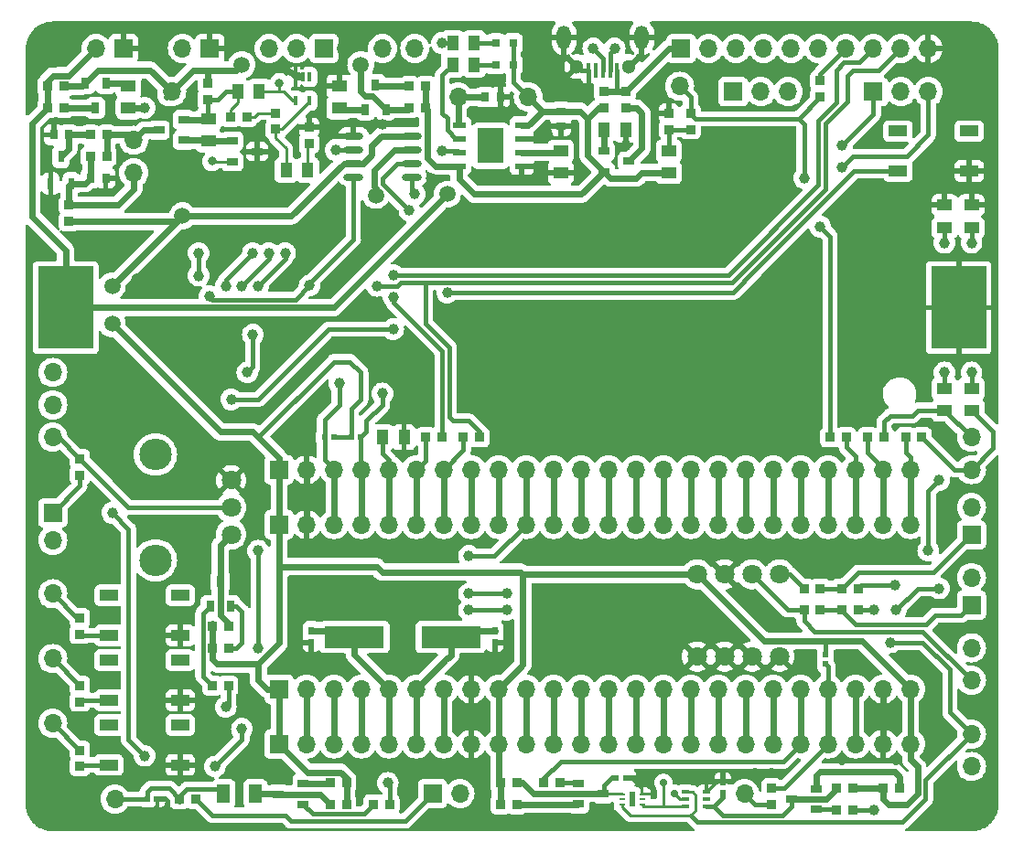
<source format=gbr>
%TF.GenerationSoftware,KiCad,Pcbnew,(7.0.0)*%
%TF.CreationDate,2023-04-14T02:24:35+02:00*%
%TF.ProjectId,EEE3088F_CKR,45454533-3038-4384-965f-434b522e6b69,0.2*%
%TF.SameCoordinates,Original*%
%TF.FileFunction,Copper,L1,Top*%
%TF.FilePolarity,Positive*%
%FSLAX46Y46*%
G04 Gerber Fmt 4.6, Leading zero omitted, Abs format (unit mm)*
G04 Created by KiCad (PCBNEW (7.0.0)) date 2023-04-14 02:24:35*
%MOMM*%
%LPD*%
G01*
G04 APERTURE LIST*
%TA.AperFunction,ComponentPad*%
%ADD10R,1.700000X1.700000*%
%TD*%
%TA.AperFunction,ComponentPad*%
%ADD11O,1.700000X1.700000*%
%TD*%
%TA.AperFunction,SMDPad,CuDef*%
%ADD12R,0.540005X0.565659*%
%TD*%
%TA.AperFunction,SMDPad,CuDef*%
%ADD13R,0.806477X0.864008*%
%TD*%
%TA.AperFunction,SMDPad,CuDef*%
%ADD14R,1.377013X1.132537*%
%TD*%
%TA.AperFunction,SMDPad,CuDef*%
%ADD15R,1.000000X0.800000*%
%TD*%
%TA.AperFunction,SMDPad,CuDef*%
%ADD16R,1.132537X1.377013*%
%TD*%
%TA.AperFunction,SMDPad,CuDef*%
%ADD17R,0.400000X0.900000*%
%TD*%
%TA.AperFunction,SMDPad,CuDef*%
%ADD18R,0.864008X0.806477*%
%TD*%
%TA.AperFunction,SMDPad,CuDef*%
%ADD19R,1.399543X1.000000*%
%TD*%
%TA.AperFunction,SMDPad,CuDef*%
%ADD20R,0.565659X0.540005*%
%TD*%
%TA.AperFunction,ComponentPad*%
%ADD21C,1.800000*%
%TD*%
%TA.AperFunction,ComponentPad*%
%ADD22O,3.000000X2.900000*%
%TD*%
%TA.AperFunction,SMDPad,CuDef*%
%ADD23R,0.780010X0.350013*%
%TD*%
%TA.AperFunction,SMDPad,CuDef*%
%ADD24R,0.800000X0.800000*%
%TD*%
%TA.AperFunction,SMDPad,CuDef*%
%ADD25R,1.700000X1.000000*%
%TD*%
%TA.AperFunction,SMDPad,CuDef*%
%ADD26R,1.200000X0.600000*%
%TD*%
%TA.AperFunction,SMDPad,CuDef*%
%ADD27R,2.400000X3.300000*%
%TD*%
%TA.AperFunction,SMDPad,CuDef*%
%ADD28R,0.800000X1.000000*%
%TD*%
%TA.AperFunction,SMDPad,CuDef*%
%ADD29R,0.584989X0.280010*%
%TD*%
%TA.AperFunction,SMDPad,CuDef*%
%ADD30R,0.559995X1.370003*%
%TD*%
%TA.AperFunction,SMDPad,CuDef*%
%ADD31R,0.800000X0.900000*%
%TD*%
%TA.AperFunction,SMDPad,CuDef*%
%ADD32R,0.540005X0.790094*%
%TD*%
%TA.AperFunction,SMDPad,CuDef*%
%ADD33R,1.207518X1.701016*%
%TD*%
%TA.AperFunction,SMDPad,CuDef*%
%ADD34R,5.500000X2.000000*%
%TD*%
%TA.AperFunction,SMDPad,CuDef*%
%ADD35R,5.080010X7.620015*%
%TD*%
%TA.AperFunction,SMDPad,CuDef*%
%ADD36R,0.400000X1.400000*%
%TD*%
%TA.AperFunction,ComponentPad*%
%ADD37C,1.300000*%
%TD*%
%TA.AperFunction,ComponentPad*%
%ADD38O,1.300000X2.200000*%
%TD*%
%TA.AperFunction,SMDPad,CuDef*%
%ADD39R,0.900000X0.800000*%
%TD*%
%TA.AperFunction,SMDPad,CuDef*%
%ADD40R,0.790094X0.540005*%
%TD*%
%TA.AperFunction,SMDPad,CuDef*%
%ADD41O,1.864999X0.629997*%
%TD*%
%TA.AperFunction,SMDPad,CuDef*%
%ADD42R,0.600000X1.070003*%
%TD*%
%TA.AperFunction,ViaPad*%
%ADD43C,3.600000*%
%TD*%
%TA.AperFunction,ViaPad*%
%ADD44C,1.500000*%
%TD*%
%TA.AperFunction,ViaPad*%
%ADD45C,1.000000*%
%TD*%
%TA.AperFunction,ViaPad*%
%ADD46C,0.700000*%
%TD*%
%TA.AperFunction,ViaPad*%
%ADD47C,0.800000*%
%TD*%
%TA.AperFunction,Conductor*%
%ADD48C,0.250000*%
%TD*%
%TA.AperFunction,Conductor*%
%ADD49C,0.400000*%
%TD*%
%TA.AperFunction,Conductor*%
%ADD50C,0.600000*%
%TD*%
G04 APERTURE END LIST*
D10*
%TO.P,J3,1,_VBAT*%
%TO.N,+3V3*%
X128439999Y-86819999D03*
D11*
%TO.P,J3,2,_PC13*%
%TO.N,/Microcontroller/uc2*%
X130979999Y-86819999D03*
%TO.P,J3,3,_PC14*%
%TO.N,/Microcontroller/uc3*%
X133519999Y-86819999D03*
%TO.P,J3,4,_PC15*%
%TO.N,/Microcontroller/uc4*%
X136059999Y-86819999D03*
%TO.P,J3,5,_PF0*%
%TO.N,/Microcontroller/OSC_IN*%
X138599999Y-86819999D03*
%TO.P,J3,6,_PF1*%
%TO.N,/Microcontroller/OSC_OUT*%
X141139999Y-86819999D03*
%TO.P,J3,7,_NSRT*%
%TO.N,/Microcontroller/NSRT*%
X143679999Y-86819999D03*
%TO.P,J3,8,_VSSA*%
%TO.N,GND*%
X146219999Y-86819999D03*
%TO.P,J3,9,_VDDA*%
%TO.N,+3V3*%
X148759999Y-86819999D03*
%TO.P,J3,10,_PA0*%
%TO.N,/Microcontroller/uc10*%
X151299999Y-86819999D03*
%TO.P,J3,11,_PA1*%
%TO.N,/Microcontroller/uc11*%
X153839999Y-86819999D03*
%TO.P,J3,12,_PA2*%
%TO.N,/Microcontroller/uc12*%
X156379999Y-86819999D03*
%TO.P,J3,13,_PA3*%
%TO.N,/Microcontroller/uc13*%
X158919999Y-86819999D03*
%TO.P,J3,14,_PA4*%
%TO.N,/Microcontroller/uc14*%
X161459999Y-86819999D03*
%TO.P,J3,15,_PA5*%
%TO.N,/Microcontroller/uc15*%
X163999999Y-86819999D03*
%TO.P,J3,16,_PA6*%
%TO.N,/Microcontroller/uc16*%
X166539999Y-86819999D03*
%TO.P,J3,17,_PA7*%
%TO.N,/Microcontroller/uc17*%
X169079999Y-86819999D03*
%TO.P,J3,18,_PB0*%
%TO.N,/Microcontroller/THM_uc*%
X171619999Y-86819999D03*
%TO.P,J3,19,_PB1*%
%TO.N,/Microcontroller/POT_uc*%
X174159999Y-86819999D03*
%TO.P,J3,20,_PB2*%
%TO.N,/Microcontroller/TeHu_P*%
X176699999Y-86819999D03*
%TO.P,J3,21,_PB10*%
%TO.N,/Microcontroller/INT*%
X179239999Y-86819999D03*
%TO.P,J3,22,_PB11*%
%TO.N,/Microcontroller/Lght_P*%
X181779999Y-86819999D03*
%TO.P,J3,23,_VSS*%
%TO.N,GND*%
X184319999Y-86819999D03*
%TO.P,J3,24,_VDD*%
%TO.N,+3V3*%
X186859999Y-86819999D03*
%TO.P,J3,25,PB12_*%
%TO.N,/Microcontroller/LED2*%
X186859999Y-71579999D03*
%TO.P,J3,26,PB13_*%
%TO.N,/Microcontroller/LED1*%
X184319999Y-71579999D03*
%TO.P,J3,27,PB14_*%
%TO.N,/Microcontroller/Plg_Dtct*%
X181779999Y-71579999D03*
%TO.P,J3,28,PB15_*%
%TO.N,/Microcontroller/SW3*%
X179239999Y-71579999D03*
%TO.P,J3,29,PA8_*%
%TO.N,/Microcontroller/uc29*%
X176699999Y-71579999D03*
%TO.P,J3,30,PA9_*%
%TO.N,/Microcontroller/uc30*%
X174159999Y-71579999D03*
%TO.P,J3,31,PA10_*%
%TO.N,/Microcontroller/uc31*%
X171619999Y-71579999D03*
%TO.P,J3,32,PA11_*%
%TO.N,/Microcontroller/uc32*%
X169079999Y-71579999D03*
%TO.P,J3,33,PA12_*%
%TO.N,/Microcontroller/uc33*%
X166539999Y-71579999D03*
%TO.P,J3,34,PA13_*%
%TO.N,/Microcontroller/SWDIO*%
X163999999Y-71579999D03*
%TO.P,J3,35,PA6_*%
%TO.N,/Microcontroller/uc35*%
X161459999Y-71579999D03*
%TO.P,J3,36,PF7_*%
%TO.N,/Microcontroller/uc36*%
X158919999Y-71579999D03*
%TO.P,J3,37,PA14_*%
%TO.N,/Microcontroller/SWCLK*%
X156379999Y-71579999D03*
%TO.P,J3,38,PA15_*%
%TO.N,/Microcontroller/SW2*%
X153839999Y-71579999D03*
%TO.P,J3,39,PB3_*%
%TO.N,/Microcontroller/SW1*%
X151299999Y-71579999D03*
%TO.P,J3,40,PB4_*%
%TO.N,/Microcontroller/THM_P*%
X148759999Y-71579999D03*
%TO.P,J3,41,PB5_*%
%TO.N,/Microcontroller/POT_P*%
X146219999Y-71579999D03*
%TO.P,J3,42,PB6_*%
%TO.N,/Microcontroller/Tx_uc*%
X143679999Y-71579999D03*
%TO.P,J3,43,PB7_*%
%TO.N,/Microcontroller/Rx_uc*%
X141139999Y-71579999D03*
%TO.P,J3,44,BOOT0_*%
%TO.N,/Microcontroller/BOOT0*%
X138599999Y-71579999D03*
%TO.P,J3,45,PB8_*%
%TO.N,/Microcontroller/SCL_uc*%
X136059999Y-71579999D03*
%TO.P,J3,46,PB9_*%
%TO.N,/Microcontroller/SDA_uc*%
X133519999Y-71579999D03*
%TO.P,J3,47,VSS_*%
%TO.N,GND*%
X130979999Y-71579999D03*
D10*
%TO.P,J3,48,VDD_*%
%TO.N,+3V3*%
X128439999Y-71579999D03*
%TD*%
D12*
%TO.P,R52,1*%
%TO.N,/Microcontroller/INT*%
X178999999Y-84499999D03*
%TO.P,R52,2*%
%TO.N,+3V3*%
X178999999Y-83634365D03*
%TD*%
D13*
%TO.P,R31,1*%
%TO.N,Net-(Q7-S)*%
X150419999Y-97499999D03*
%TO.P,R31,2*%
%TO.N,+3V3*%
X148913267Y-97499999D03*
%TD*%
%TO.P,R45,1*%
%TO.N,/Microcontroller/Potentiometer_powerenable*%
X122246633Y-86499999D03*
%TO.P,R45,2*%
%TO.N,/Microcontroller/POT_P*%
X123753365Y-86499999D03*
%TD*%
D11*
%TO.P,TP5,1,1*%
%TO.N,/Power/polarity protected battery voltage*%
X118499999Y-31499999D03*
%TD*%
D14*
%TO.P,R39,1*%
%TO.N,Net-(R34-Pad2)*%
X192499999Y-60999999D03*
%TO.P,R39,2*%
%TO.N,Net-(D5-A)*%
X192499999Y-58999999D03*
%TD*%
D15*
%TO.P,Q2,1,D*%
%TO.N,Net-(Q2-D)*%
X124122786Y-36083186D03*
%TO.P,Q2,2,G*%
%TO.N,Net-(Q2-G)*%
X124122786Y-37983212D03*
%TO.P,Q2,3,S*%
%TO.N,GND*%
X126422812Y-37033250D03*
%TD*%
D16*
%TO.P,R130,1*%
%TO.N,Net-(Q90-S)*%
X124593599Y-31495999D03*
%TO.P,R130,2*%
%TO.N,Net-(Q2-G)*%
X126593599Y-31495999D03*
%TD*%
D11*
%TO.P,TP14,1,1*%
%TO.N,/Microcontroller/SW2*%
X107499999Y-83999999D03*
%TD*%
D13*
%TO.P,R700,1*%
%TO.N,Net-(Q90-S)*%
X123969267Y-33824165D03*
%TO.P,R700,2*%
%TO.N,Net-(R700-Pad2)*%
X125475999Y-33824165D03*
%TD*%
%TO.P,R40,1*%
%TO.N,/Sensors/Light_SCL*%
X182006731Y-79499999D03*
%TO.P,R40,2*%
%TO.N,/Microcontroller/SCL*%
X180499999Y-79499999D03*
%TD*%
D17*
%TO.P,U1,1,NC*%
%TO.N,unconnected-(U1-NC-Pad1)*%
X131256837Y-30141923D03*
%TO.P,U1,2,GND*%
%TO.N,GND*%
X130606850Y-30141923D03*
%TO.P,U1,3,GND*%
X129956863Y-30141923D03*
%TO.P,U1,4,VOUT*%
%TO.N,Net-(Q2-G)*%
X129956863Y-32342075D03*
%TO.P,U1,5,VIN*%
%TO.N,Net-(U1-VIN)*%
X131256837Y-32342075D03*
%TD*%
D18*
%TO.P,R120,1*%
%TO.N,Net-(R100-Pad1)*%
X131208267Y-36313365D03*
%TO.P,R120,2*%
%TO.N,GND*%
X131208267Y-34806633D03*
%TD*%
D11*
%TO.P,TP13,1,1*%
%TO.N,/Microcontroller/SW1*%
X107499999Y-77999999D03*
%TD*%
D16*
%TO.P,R11,1*%
%TO.N,Net-(U2-CHRG)*%
X144499999Y-26999999D03*
%TO.P,R11,2*%
%TO.N,Net-(D3-K)*%
X146499999Y-26999999D03*
%TD*%
D19*
%TO.P,D5,1,K*%
%TO.N,GND*%
X192499999Y-41999999D03*
%TO.P,D5,2,A*%
%TO.N,Net-(D5-A)*%
X192499999Y-44100583D03*
%TD*%
D11*
%TO.P,TP15,1,1*%
%TO.N,/Microcontroller/SW3*%
X107499999Y-89999999D03*
%TD*%
D20*
%TO.P,R50,1*%
%TO.N,/Microcontroller/SCL_uc*%
X135999999Y-63499999D03*
%TO.P,R50,2*%
%TO.N,+3V3*%
X135134365Y-63499999D03*
%TD*%
D14*
%TO.P,R59,1*%
%TO.N,/Power/Plug_Detect_5V*%
X164499999Y-38999999D03*
%TO.P,R59,2*%
%TO.N,Net-(R59-Pad2)*%
X164499999Y-36999999D03*
%TD*%
D13*
%TO.P,R18,1*%
%TO.N,Net-(#FLG03-pwr)*%
X110993267Y-35499999D03*
%TO.P,R18,2*%
%TO.N,/Power/3.3V UVLO{slash}polarity protector*%
X112499999Y-35499999D03*
%TD*%
D11*
%TO.P,TP21,1,1*%
%TO.N,Net-(U8-D-)*%
X137999999Y-27499999D03*
%TD*%
D13*
%TO.P,R48,1*%
%TO.N,/Microcontroller/TemperatureHumidity_powerenable*%
X154419999Y-95499999D03*
%TO.P,R48,2*%
%TO.N,/Microcontroller/TeHu_P*%
X152913267Y-95499999D03*
%TD*%
D11*
%TO.P,TP7,1,1*%
%TO.N,/Sensors/Light_SDA*%
X192499999Y-93999999D03*
%TD*%
D10*
%TO.P,J1,1,Pin_1*%
%TO.N,GND*%
X114039999Y-27499999D03*
D11*
%TO.P,J1,2,Pin_2*%
%TO.N,Net-(J1-Pin_2)*%
X111499999Y-27499999D03*
%TD*%
D21*
%TO.P,RV1,1,1*%
%TO.N,Net-(Q5-D)*%
X124000000Y-72500127D03*
%TO.P,RV1,2,2*%
%TO.N,/Microcontroller/Potentiometer_signal*%
X124000000Y-70000000D03*
%TO.P,RV1,3,3*%
%TO.N,GND*%
X124000000Y-67500127D03*
D22*
%TO.P,RV1,4*%
%TO.N,N/C*%
X116999999Y-74899923D03*
%TO.P,RV1,5*%
X116999999Y-65100075D03*
%TD*%
D11*
%TO.P,TP1,1,1*%
%TO.N,/Power/Plug_Detect_5V*%
X151499999Y-31999999D03*
%TD*%
D13*
%TO.P,R27,1*%
%TO.N,Net-(Q6-S)*%
X133166633Y-95499999D03*
%TO.P,R27,2*%
%TO.N,+3V3*%
X134673365Y-95499999D03*
%TD*%
D23*
%TO.P,U6,1,VDD*%
%TO.N,Net-(#FLG06-pwr)*%
X167999999Y-97649986D03*
%TO.P,U6,2,NC*%
%TO.N,unconnected-(U6-NC-Pad2)*%
X167999999Y-96999999D03*
%TO.P,U6,3,GND*%
%TO.N,GND*%
X167999999Y-96350012D03*
%TO.P,U6,4,SCL*%
%TO.N,/Sensors/Light_SCL*%
X166020015Y-96350012D03*
%TO.P,U6,5,INT*%
%TO.N,/Sensors/Light_interrupt*%
X166020015Y-96999999D03*
%TO.P,U6,6,SDA*%
%TO.N,/Sensors/Light_SDA*%
X166020015Y-97649986D03*
%TD*%
D18*
%TO.P,R37,1*%
%TO.N,Net-(R37-Pad1)*%
X109999999Y-93999999D03*
%TO.P,R37,2*%
%TO.N,/Microcontroller/SW3*%
X109999999Y-92493267D03*
%TD*%
D10*
%TO.P,JP4,1,A*%
%TO.N,/Microcontroller/SDA*%
X192499999Y-72539999D03*
D11*
%TO.P,JP4,2,B*%
%TO.N,/Microcontroller/SDA_uc*%
X192499999Y-69999999D03*
%TD*%
D13*
%TO.P,R46,1*%
%TO.N,/Microcontroller/Thermistor_powerenable*%
X137166633Y-97499999D03*
%TO.P,R46,2*%
%TO.N,/Microcontroller/THM_P*%
X138673365Y-97499999D03*
%TD*%
%TO.P,R32,1*%
%TO.N,Net-(Q8-S)*%
X185849986Y-95999999D03*
%TO.P,R32,2*%
%TO.N,+3V3*%
X184343254Y-95999999D03*
%TD*%
D24*
%TO.P,D2,1,K*%
%TO.N,Net-(D2-K)*%
X148499999Y-28999999D03*
%TO.P,D2,2,A*%
%TO.N,/Power/Plug_Detect_5V*%
X150098933Y-28993141D03*
%TD*%
D18*
%TO.P,R2,1*%
%TO.N,/Power/Plug_Detect_5V*%
X158499999Y-32999999D03*
%TO.P,R2,2*%
%TO.N,+5V*%
X158499999Y-31493267D03*
%TD*%
D25*
%TO.P,SW1,1,1*%
%TO.N,GND*%
X192299974Y-38850190D03*
%TO.P,SW1,2,2*%
%TO.N,/Microcontroller/NSRT*%
X185700024Y-38850215D03*
%TO.P,SW1,3*%
%TO.N,N/C*%
X192299974Y-35149783D03*
%TO.P,SW1,4*%
X185700024Y-35149808D03*
%TD*%
D26*
%TO.P,U2,1,TEMP*%
%TO.N,GND*%
X150908305Y-38405003D03*
%TO.P,U2,2,PROG*%
%TO.N,Net-(U2-PROG)*%
X150908305Y-37135000D03*
%TO.P,U2,3,GND*%
%TO.N,GND*%
X150908305Y-35864998D03*
%TO.P,U2,4,Vcc*%
%TO.N,/Power/Plug_Detect_5V*%
X150908305Y-34594995D03*
%TO.P,U2,5,BAT*%
%TO.N,Net-(B1-+)*%
X145091693Y-34594995D03*
%TO.P,U2,6,STDBY#*%
%TO.N,Net-(U2-STDBY#)*%
X145091693Y-35864998D03*
%TO.P,U2,7,CHRG*%
%TO.N,Net-(U2-CHRG)*%
X145091693Y-37135000D03*
%TO.P,U2,8,CE*%
%TO.N,/Power/Plug_Detect_5V*%
X145091693Y-38405003D03*
D27*
%TO.P,U2,9*%
%TO.N,N/C*%
X147999999Y-36499999D03*
%TD*%
D13*
%TO.P,R16,1*%
%TO.N,/Power/polarity protected battery voltage*%
X108506731Y-30999999D03*
%TO.P,R16,2*%
%TO.N,Net-(J1-Pin_2)*%
X106999999Y-30999999D03*
%TD*%
D11*
%TO.P,TP20,1,1*%
%TO.N,Net-(U7-SDA)*%
X192499999Y-82999999D03*
%TD*%
D13*
%TO.P,R56,1*%
%TO.N,Net-(U7-SDA)*%
X176999999Y-77499999D03*
%TO.P,R56,2*%
%TO.N,/Microcontroller/SDA*%
X178506731Y-77499999D03*
%TD*%
D10*
%TO.P,JP3,1,A*%
%TO.N,/Microcontroller/SCL*%
X192499999Y-79039999D03*
D11*
%TO.P,JP3,2,B*%
%TO.N,/Microcontroller/SCL_uc*%
X192499999Y-76499999D03*
%TD*%
D13*
%TO.P,R30,1*%
%TO.N,Net-(Q8-D)*%
X179993267Y-95999999D03*
%TO.P,R30,2*%
%TO.N,+3V3*%
X181499999Y-95999999D03*
%TD*%
%TO.P,R55,1*%
%TO.N,/Microcontroller/Plug_Detect*%
X179413267Y-63499999D03*
%TO.P,R55,2*%
%TO.N,/Microcontroller/Plg_Dtct*%
X180919999Y-63499999D03*
%TD*%
%TO.P,R53,1*%
%TO.N,/Microcontroller/Tx_uc*%
X145493267Y-63499999D03*
%TO.P,R53,2*%
%TO.N,/Microcontroller/Tx*%
X146999999Y-63499999D03*
%TD*%
%TO.P,R43,1*%
%TO.N,/Microcontroller/Thermistor_signal*%
X119246633Y-96999999D03*
%TO.P,R43,2*%
%TO.N,/Microcontroller/THM*%
X120753365Y-96999999D03*
%TD*%
D28*
%TO.P,Q4,1,G*%
%TO.N,Net-(Q4-G)*%
X136406705Y-33149961D03*
%TO.P,Q4,2,S*%
%TO.N,/Power/polarity protected battery voltage*%
X138306731Y-33149961D03*
%TO.P,Q4,3,D*%
%TO.N,Net-(Q4-D)*%
X137356769Y-30849935D03*
%TD*%
D13*
%TO.P,R41,1*%
%TO.N,/Sensors/Light_SDA*%
X182006731Y-77499999D03*
%TO.P,R41,2*%
%TO.N,/Microcontroller/SDA*%
X180499999Y-77499999D03*
%TD*%
D18*
%TO.P,R1,1*%
%TO.N,Net-(Q1-D)*%
X160499999Y-33006731D03*
%TO.P,R1,2*%
%TO.N,+5V*%
X160499999Y-31499999D03*
%TD*%
D16*
%TO.P,R9,1*%
%TO.N,Net-(D2-K)*%
X146499999Y-28999999D03*
%TO.P,R9,2*%
%TO.N,Net-(U2-STDBY#)*%
X144499999Y-28999999D03*
%TD*%
D13*
%TO.P,R34,1*%
%TO.N,/Microcontroller/LED2*%
X186413267Y-63499999D03*
%TO.P,R34,2*%
%TO.N,Net-(R34-Pad2)*%
X187919999Y-63499999D03*
%TD*%
D11*
%TO.P,TP8,1,1*%
%TO.N,/Sensors/Light_SCL*%
X192499999Y-90999999D03*
%TD*%
%TO.P,TP6,1,1*%
%TO.N,/Microcontroller/Potentiometer_signal*%
X107499999Y-63499999D03*
%TD*%
D13*
%TO.P,R24,1*%
%TO.N,Net-(Q5-D)*%
X123753365Y-80999999D03*
%TO.P,R24,2*%
%TO.N,+3V3*%
X122246633Y-80999999D03*
%TD*%
%TO.P,R19,1*%
%TO.N,Net-(U4-VO)*%
X110993267Y-37499999D03*
%TO.P,R19,2*%
%TO.N,/Power/3.3V UVLO{slash}polarity protector*%
X112499999Y-37499999D03*
%TD*%
D28*
%TO.P,Q5,1,G*%
%TO.N,/Microcontroller/Potentiometer_powerenable*%
X122049986Y-79150012D03*
%TO.P,Q5,2,S*%
%TO.N,Net-(Q5-S)*%
X123950012Y-79150012D03*
%TO.P,Q5,3,D*%
%TO.N,Net-(Q5-D)*%
X123000050Y-76849986D03*
%TD*%
D29*
%TO.P,U5,1,VDD*%
%TO.N,Net-(#FLG05-pwr)*%
X160202523Y-96549935D03*
%TO.P,U5,2,NC*%
%TO.N,unconnected-(U5-NC-Pad2)*%
X160202523Y-97049808D03*
%TO.P,U5,3,SCL*%
%TO.N,/Sensors/Light_SCL*%
X160202523Y-97549935D03*
%TO.P,U5,4,SDA*%
%TO.N,/Sensors/Light_SDA*%
X162037423Y-97549935D03*
%TO.P,U5,5,NC*%
%TO.N,unconnected-(U5-NC-Pad5)*%
X162037423Y-97049808D03*
%TO.P,U5,6,GND*%
%TO.N,GND*%
X162037423Y-96549935D03*
D30*
%TO.P,U5,7*%
%TO.N,N/C*%
X161119973Y-97049808D03*
%TD*%
D25*
%TO.P,SW4,1,1*%
%TO.N,GND*%
X119299974Y-93850190D03*
%TO.P,SW4,2,2*%
%TO.N,Net-(R37-Pad1)*%
X112700024Y-93850215D03*
%TO.P,SW4,3*%
%TO.N,N/C*%
X119299974Y-90149783D03*
%TO.P,SW4,4*%
X112700024Y-90149808D03*
%TD*%
D13*
%TO.P,R54,1*%
%TO.N,/Microcontroller/Rx_uc*%
X141993267Y-63499999D03*
%TO.P,R54,2*%
%TO.N,/Microcontroller/Rx*%
X143499999Y-63499999D03*
%TD*%
D20*
%TO.P,TH1,1*%
%TO.N,/Microcontroller/Thermistor_signal*%
X116253365Y-96999999D03*
%TO.P,TH1,2*%
%TO.N,GND*%
X117118999Y-96999999D03*
%TD*%
D31*
%TO.P,C2,1*%
%TO.N,Net-(B1-+)*%
X147499999Y-31999999D03*
%TO.P,C2,2*%
%TO.N,GND*%
X148900049Y-31999999D03*
%TD*%
D11*
%TO.P,TP10,1,1*%
%TO.N,/Sensors/Light_interrupt*%
X171499999Y-96499999D03*
%TD*%
D18*
%TO.P,R58,1*%
%TO.N,Net-(J6-Pin_7)*%
X178499999Y-30493267D03*
%TO.P,R58,2*%
%TO.N,/Microcontroller/Plug_Detect*%
X178499999Y-31999999D03*
%TD*%
D20*
%TO.P,R51,1*%
%TO.N,/Microcontroller/SDA_uc*%
X132634365Y-63499999D03*
%TO.P,R51,2*%
%TO.N,+3V3*%
X133499999Y-63499999D03*
%TD*%
D32*
%TO.P,C8,1*%
%TO.N,/Microcontroller/OSC_IN*%
X131419999Y-81409829D03*
%TO.P,C8,2*%
%TO.N,GND*%
X131419999Y-82499999D03*
%TD*%
D11*
%TO.P,TP4,1,1*%
%TO.N,Net-(U4-VO)*%
X114999999Y-38999999D03*
%TD*%
D18*
%TO.P,R60,1*%
%TO.N,Net-(R59-Pad2)*%
X164499999Y-34999999D03*
%TO.P,R60,2*%
%TO.N,GND*%
X164499999Y-33493267D03*
%TD*%
D15*
%TO.P,Q1,1,G*%
%TO.N,Net-(Q1-G)*%
X158499999Y-36999999D03*
%TO.P,Q1,2,S*%
%TO.N,/Power/Plug_Detect_5V*%
X158499999Y-38900025D03*
%TO.P,Q1,3,D*%
%TO.N,Net-(Q1-D)*%
X160800025Y-37950063D03*
%TD*%
D33*
%TO.P,R28,1*%
%TO.N,/Microcontroller/Thermistor_signal*%
X123295783Y-96499999D03*
%TO.P,R28,2*%
%TO.N,Net-(Q6-D)*%
X126253365Y-96499999D03*
%TD*%
D10*
%TO.P,JP2,1,A*%
%TO.N,/Microcontroller/POT*%
X107499999Y-70499999D03*
D11*
%TO.P,JP2,2,B*%
%TO.N,/Microcontroller/POT_uc*%
X107499999Y-73039999D03*
%TD*%
D13*
%TO.P,R47,1*%
%TO.N,/Microcontroller/Light_powerenable*%
X179999999Y-97999999D03*
%TO.P,R47,2*%
%TO.N,/Microcontroller/Lght_P*%
X181506731Y-97999999D03*
%TD*%
D18*
%TO.P,R36,1*%
%TO.N,Net-(R36-Pad1)*%
X109999999Y-87999999D03*
%TO.P,R36,2*%
%TO.N,/Microcontroller/SW2*%
X109999999Y-86493267D03*
%TD*%
D10*
%TO.P,J5,1,Pin_1*%
%TO.N,/Microcontroller/NSRT*%
X132579999Y-27499999D03*
D11*
%TO.P,J5,2,Pin_2*%
%TO.N,/Microcontroller/SWDIO*%
X130039999Y-27499999D03*
%TO.P,J5,3,Pin_3*%
%TO.N,/Microcontroller/SWCLK*%
X127499999Y-27499999D03*
%TD*%
D13*
%TO.P,R25,1*%
%TO.N,Net-(Q6-D)*%
X133166633Y-97499999D03*
%TO.P,R25,2*%
%TO.N,+3V3*%
X134673365Y-97499999D03*
%TD*%
D10*
%TO.P,JP6,1,A*%
%TO.N,/Microcontroller/POT_uc*%
X183419999Y-31499999D03*
D11*
%TO.P,JP6,2,C*%
%TO.N,/USB/Secondary_Analogue_Data_Read*%
X185959999Y-31499999D03*
%TO.P,JP6,3,B*%
%TO.N,/Microcontroller/THM_uc*%
X188499999Y-31499999D03*
%TD*%
D10*
%TO.P,J4,1,_VBAT*%
%TO.N,+3V3*%
X128439999Y-91899999D03*
D11*
%TO.P,J4,2,_PC13*%
%TO.N,/Microcontroller/uc2*%
X130979999Y-91899999D03*
%TO.P,J4,3,_PC14*%
%TO.N,/Microcontroller/uc3*%
X133519999Y-91899999D03*
%TO.P,J4,4,_PC15*%
%TO.N,/Microcontroller/uc4*%
X136059999Y-91899999D03*
%TO.P,J4,5,_PF0*%
%TO.N,/Microcontroller/OSC_IN*%
X138599999Y-91899999D03*
%TO.P,J4,6,_PF1*%
%TO.N,/Microcontroller/OSC_OUT*%
X141139999Y-91899999D03*
%TO.P,J4,7,_NSRT*%
%TO.N,/Microcontroller/NSRT*%
X143679999Y-91899999D03*
%TO.P,J4,8,_VSSA*%
%TO.N,GND*%
X146219999Y-91899999D03*
%TO.P,J4,9,_VDDA*%
%TO.N,+3V3*%
X148759999Y-91899999D03*
%TO.P,J4,10,_PA0*%
%TO.N,/Microcontroller/uc10*%
X151299999Y-91899999D03*
%TO.P,J4,11,_PA1*%
%TO.N,/Microcontroller/uc11*%
X153839999Y-91899999D03*
%TO.P,J4,12,_PA2*%
%TO.N,/Microcontroller/uc12*%
X156379999Y-91899999D03*
%TO.P,J4,13,_PA3*%
%TO.N,/Microcontroller/uc13*%
X158919999Y-91899999D03*
%TO.P,J4,14,_PA4*%
%TO.N,/Microcontroller/uc14*%
X161459999Y-91899999D03*
%TO.P,J4,15,_PA5*%
%TO.N,/Microcontroller/uc15*%
X163999999Y-91899999D03*
%TO.P,J4,16,_PA6*%
%TO.N,/Microcontroller/uc16*%
X166539999Y-91899999D03*
%TO.P,J4,17,_PA7*%
%TO.N,/Microcontroller/uc17*%
X169079999Y-91899999D03*
%TO.P,J4,18,_PB0*%
%TO.N,/Microcontroller/THM_uc*%
X171619999Y-91899999D03*
%TO.P,J4,19,_PB1*%
%TO.N,/Microcontroller/POT_uc*%
X174159999Y-91899999D03*
%TO.P,J4,20,_PB2*%
%TO.N,/Microcontroller/TeHu_P*%
X176699999Y-91899999D03*
%TO.P,J4,21,_PB10*%
%TO.N,/Microcontroller/INT*%
X179239999Y-91899999D03*
%TO.P,J4,22,_PB11*%
%TO.N,/Microcontroller/Lght_P*%
X181779999Y-91899999D03*
%TO.P,J4,23,_VSS*%
%TO.N,GND*%
X184319999Y-91899999D03*
%TO.P,J4,24,_VDD*%
%TO.N,+3V3*%
X186859999Y-91899999D03*
%TO.P,J4,25,PB12_*%
%TO.N,/Microcontroller/LED2*%
X186859999Y-66499999D03*
%TO.P,J4,26,PB13_*%
%TO.N,/Microcontroller/LED1*%
X184319999Y-66499999D03*
%TO.P,J4,27,PB14_*%
%TO.N,/Microcontroller/Plg_Dtct*%
X181779999Y-66499999D03*
%TO.P,J4,28,PB15_*%
%TO.N,/Microcontroller/SW3*%
X179239999Y-66499999D03*
%TO.P,J4,29,PA8_*%
%TO.N,/Microcontroller/uc29*%
X176699999Y-66499999D03*
%TO.P,J4,30,PA9_*%
%TO.N,/Microcontroller/uc30*%
X174159999Y-66499999D03*
%TO.P,J4,31,PA10_*%
%TO.N,/Microcontroller/uc31*%
X171619999Y-66499999D03*
%TO.P,J4,32,PA11_*%
%TO.N,/Microcontroller/uc32*%
X169079999Y-66499999D03*
%TO.P,J4,33,PA12_*%
%TO.N,/Microcontroller/uc33*%
X166539999Y-66499999D03*
%TO.P,J4,34,PA13_*%
%TO.N,/Microcontroller/SWDIO*%
X163999999Y-66499999D03*
%TO.P,J4,35,PA6_*%
%TO.N,/Microcontroller/uc35*%
X161459999Y-66499999D03*
%TO.P,J4,36,PF7_*%
%TO.N,/Microcontroller/uc36*%
X158919999Y-66499999D03*
%TO.P,J4,37,PA14_*%
%TO.N,/Microcontroller/SWCLK*%
X156379999Y-66499999D03*
%TO.P,J4,38,PA15_*%
%TO.N,/Microcontroller/SW2*%
X153839999Y-66499999D03*
%TO.P,J4,39,PB3_*%
%TO.N,/Microcontroller/SW1*%
X151299999Y-66499999D03*
%TO.P,J4,40,PB4_*%
%TO.N,/Microcontroller/THM_P*%
X148759999Y-66499999D03*
%TO.P,J4,41,PB5_*%
%TO.N,/Microcontroller/POT_P*%
X146219999Y-66499999D03*
%TO.P,J4,42,PB6_*%
%TO.N,/Microcontroller/Tx_uc*%
X143679999Y-66499999D03*
%TO.P,J4,43,PB7_*%
%TO.N,/Microcontroller/Rx_uc*%
X141139999Y-66499999D03*
%TO.P,J4,44,BOOT0_*%
%TO.N,/Microcontroller/BOOT0*%
X138599999Y-66499999D03*
%TO.P,J4,45,PB8_*%
%TO.N,/Microcontroller/SCL_uc*%
X136059999Y-66499999D03*
%TO.P,J4,46,PB9_*%
%TO.N,/Microcontroller/SDA_uc*%
X133519999Y-66499999D03*
%TO.P,J4,47,VSS_*%
%TO.N,GND*%
X130979999Y-66499999D03*
D10*
%TO.P,J4,48,VDD_*%
%TO.N,+3V3*%
X128439999Y-66499999D03*
%TD*%
D14*
%TO.P,R620,1*%
%TO.N,Net-(Q90-S)*%
X121919999Y-34051999D03*
%TO.P,R620,2*%
%TO.N,Net-(Q2-D)*%
X121919999Y-36051999D03*
%TD*%
D11*
%TO.P,TP11,1,1*%
%TO.N,Net-(R33-Pad2)*%
X192499999Y-63499999D03*
%TD*%
D15*
%TO.P,Q90,1,G*%
%TO.N,Net-(Q2-D)*%
X119615612Y-36002012D03*
%TO.P,Q90,2,S*%
%TO.N,Net-(Q90-S)*%
X119615612Y-34101986D03*
%TO.P,Q90,3,D*%
%TO.N,/Power/3.3V UVLO{slash}polarity protector*%
X117315586Y-35051948D03*
%TD*%
D25*
%TO.P,SW2,1,1*%
%TO.N,GND*%
X119299974Y-81850190D03*
%TO.P,SW2,2,2*%
%TO.N,Net-(R35-Pad1)*%
X112700024Y-81850215D03*
%TO.P,SW2,3*%
%TO.N,N/C*%
X119299974Y-78149783D03*
%TO.P,SW2,4*%
X112700024Y-78149808D03*
%TD*%
D13*
%TO.P,R57,1*%
%TO.N,Net-(U7-SCL)*%
X176999999Y-79499999D03*
%TO.P,R57,2*%
%TO.N,/Microcontroller/SCL*%
X178506731Y-79499999D03*
%TD*%
D24*
%TO.P,D3,1,K*%
%TO.N,Net-(D3-K)*%
X148499999Y-26999999D03*
%TO.P,D3,2,A*%
%TO.N,/Power/Plug_Detect_5V*%
X150098933Y-26993141D03*
%TD*%
D32*
%TO.P,C7,1*%
%TO.N,/Microcontroller/OSC_OUT*%
X148419999Y-81409829D03*
%TO.P,C7,2*%
%TO.N,GND*%
X148419999Y-82499999D03*
%TD*%
D13*
%TO.P,R33,1*%
%TO.N,/Microcontroller/LED1*%
X182913267Y-63499999D03*
%TO.P,R33,2*%
%TO.N,Net-(R33-Pad2)*%
X184419999Y-63499999D03*
%TD*%
D16*
%TO.P,R3,1*%
%TO.N,Net-(Q1-G)*%
X158499999Y-34999999D03*
%TO.P,R3,2*%
%TO.N,GND*%
X160499999Y-34999999D03*
%TD*%
D18*
%TO.P,R23,1*%
%TO.N,+3V3*%
X108999999Y-43506731D03*
%TO.P,R23,2*%
%TO.N,Net-(U4-VO)*%
X108999999Y-41999999D03*
%TD*%
D14*
%TO.P,R38,1*%
%TO.N,Net-(R33-Pad2)*%
X189999999Y-60999999D03*
%TO.P,R38,2*%
%TO.N,Net-(D4-A)*%
X189999999Y-58999999D03*
%TD*%
D15*
%TO.P,Q6,1,G*%
%TO.N,/Microcontroller/Thermistor_powerenable*%
X130673365Y-97499999D03*
%TO.P,Q6,2,S*%
%TO.N,Net-(Q6-S)*%
X130673365Y-95599973D03*
%TO.P,Q6,3,D*%
%TO.N,Net-(Q6-D)*%
X128373339Y-96549935D03*
%TD*%
D31*
%TO.P,C4,1*%
%TO.N,Net-(U4-VO)*%
X110999999Y-39499999D03*
%TO.P,C4,2*%
%TO.N,GND*%
X112400049Y-39499999D03*
%TD*%
D34*
%TO.P,Y1,1,1*%
%TO.N,/Microcontroller/OSC_OUT*%
X144320177Y-81999999D03*
%TO.P,Y1,2,2*%
%TO.N,/Microcontroller/OSC_IN*%
X135419999Y-81999999D03*
%TD*%
D11*
%TO.P,TP22,1,1*%
%TO.N,Net-(U8-D+)*%
X140999999Y-27499999D03*
%TD*%
%TO.P,TP16,1,1*%
%TO.N,/Microcontroller/Tx*%
X107499999Y-60499999D03*
%TD*%
D35*
%TO.P,B1,1,+*%
%TO.N,Net-(J1-Pin_2)*%
X108686816Y-51499999D03*
%TO.P,B1,2,-*%
%TO.N,GND*%
X191313182Y-51499999D03*
%TD*%
D13*
%TO.P,R21,1*%
%TO.N,/Power/polarity protected battery voltage*%
X140499999Y-32999999D03*
%TO.P,R21,2*%
%TO.N,/Power/Plug_Detect_5V*%
X142006731Y-32999999D03*
%TD*%
D15*
%TO.P,Q8,1,G*%
%TO.N,/Microcontroller/Light_powerenable*%
X178150012Y-97950063D03*
%TO.P,Q8,2,S*%
%TO.N,Net-(Q8-S)*%
X178150012Y-96050037D03*
%TO.P,Q8,3,D*%
%TO.N,Net-(#FLG06-pwr)*%
X175849986Y-96999999D03*
%TD*%
D32*
%TO.P,C6,1*%
%TO.N,Net-(#FLG06-pwr)*%
X169499999Y-96499999D03*
%TO.P,C6,2*%
%TO.N,GND*%
X169499999Y-95409829D03*
%TD*%
D15*
%TO.P,Q7,1,G*%
%TO.N,/Microcontroller/TemperatureHumidity_powerenable*%
X156119973Y-95549935D03*
%TO.P,Q7,2,S*%
%TO.N,Net-(Q7-S)*%
X156119973Y-97449961D03*
%TO.P,Q7,3,D*%
%TO.N,Net-(#FLG05-pwr)*%
X158419999Y-96499999D03*
%TD*%
D25*
%TO.P,SW3,1,1*%
%TO.N,GND*%
X119299974Y-87850190D03*
%TO.P,SW3,2,2*%
%TO.N,Net-(R36-Pad1)*%
X112700024Y-87850215D03*
%TO.P,SW3,3*%
%TO.N,N/C*%
X119299974Y-84149783D03*
%TO.P,SW3,4*%
X112700024Y-84149808D03*
%TD*%
D13*
%TO.P,R15,1*%
%TO.N,Net-(Q3-D)*%
X108506731Y-32999999D03*
%TO.P,R15,2*%
%TO.N,Net-(B1-+)*%
X106999999Y-32999999D03*
%TD*%
D16*
%TO.P,R49,1*%
%TO.N,GND*%
X139999999Y-63499999D03*
%TO.P,R49,2*%
%TO.N,/Microcontroller/BOOT0*%
X137999999Y-63499999D03*
%TD*%
D18*
%TO.P,R800,1*%
%TO.N,Net-(U1-VIN)*%
X128117599Y-34992565D03*
%TO.P,R800,2*%
%TO.N,Net-(R700-Pad2)*%
X128117599Y-33485833D03*
%TD*%
D36*
%TO.P,U8,1,VBUS*%
%TO.N,+5V*%
X159700025Y-29542671D03*
%TO.P,U8,2,D-*%
%TO.N,Net-(U8-D-)*%
X159050037Y-29542671D03*
%TO.P,U8,3,D+*%
%TO.N,Net-(U8-D+)*%
X158400050Y-29542671D03*
%TO.P,U8,4,ID*%
%TO.N,unconnected-(U8-ID-Pad4)*%
X157750063Y-29542671D03*
%TO.P,U8,5,GND*%
%TO.N,GND*%
X157100075Y-29542671D03*
D37*
%TO.P,U8,6,SH1*%
X155975108Y-29170053D03*
D38*
%TO.P,U8,7,SH2*%
X154800101Y-26499999D03*
%TO.P,U8,8,SH3*%
X161999999Y-26499999D03*
D37*
%TO.P,U8,9,SH4*%
X160824994Y-29170053D03*
%TD*%
D39*
%TO.P,C1,1*%
%TO.N,/Power/Plug_Detect_5V*%
X154499999Y-33299974D03*
%TO.P,C1,2*%
%TO.N,GND*%
X154499999Y-34700024D03*
%TD*%
D11*
%TO.P,TP19,1,1*%
%TO.N,Net-(U7-SCL)*%
X192499999Y-85999999D03*
%TD*%
D40*
%TO.P,C5,1*%
%TO.N,Net-(#FLG05-pwr)*%
X159499999Y-95049935D03*
%TO.P,C5,2*%
%TO.N,GND*%
X160590169Y-95049935D03*
%TD*%
D13*
%TO.P,R26,1*%
%TO.N,Net-(Q5-S)*%
X123753365Y-82999999D03*
%TO.P,R26,2*%
%TO.N,+3V3*%
X122246633Y-82999999D03*
%TD*%
D11*
%TO.P,TP3,1,1*%
%TO.N,Net-(J1-Pin_2)*%
X144999999Y-31999999D03*
%TD*%
D28*
%TO.P,Q3,1,G*%
%TO.N,Net-(Q3-G)*%
X112406757Y-30699973D03*
%TO.P,Q3,2,S*%
%TO.N,/Power/polarity protected battery voltage*%
X110506731Y-30699973D03*
%TO.P,Q3,3,D*%
%TO.N,Net-(Q3-D)*%
X111456693Y-32999999D03*
%TD*%
D14*
%TO.P,R14,1*%
%TO.N,Net-(U2-PROG)*%
X154499999Y-36999999D03*
%TO.P,R14,2*%
%TO.N,GND*%
X154499999Y-38999999D03*
%TD*%
D41*
%TO.P,U9,1,GND*%
%TO.N,GND*%
X135317500Y-35594995D03*
%TO.P,U9,2,Tx*%
%TO.N,/Microcontroller/Rx*%
X135317500Y-36864998D03*
%TO.P,U9,3,VDDIO*%
%TO.N,+3V3*%
X135317500Y-38135000D03*
%TO.P,U9,4,Rx*%
%TO.N,/Microcontroller/Tx*%
X135317500Y-39405003D03*
%TO.P,U9,5,D+*%
%TO.N,Net-(U8-D+)*%
X140682498Y-39405003D03*
%TO.P,U9,6,D-*%
%TO.N,Net-(U8-D-)*%
X140682498Y-38135000D03*
%TO.P,U9,7,VDD*%
%TO.N,+5V*%
X140682498Y-36864998D03*
%TO.P,U9,8,V330*%
%TO.N,+3V3*%
X140682498Y-35594995D03*
%TD*%
D10*
%TO.P,J2,1,Pin_1*%
%TO.N,GND*%
X122039999Y-27499999D03*
D11*
%TO.P,J2,2,Pin_2*%
%TO.N,+3V3*%
X119499999Y-27499999D03*
%TD*%
D16*
%TO.P,R100,1*%
%TO.N,Net-(R100-Pad1)*%
X131082799Y-38760399D03*
%TO.P,R100,2*%
%TO.N,Net-(U1-VIN)*%
X129082799Y-38760399D03*
%TD*%
D31*
%TO.P,C3,1*%
%TO.N,Net-(#FLG03-pwr)*%
X108999999Y-35499999D03*
%TO.P,C3,2*%
%TO.N,GND*%
X107599949Y-35499999D03*
%TD*%
D18*
%TO.P,R35,1*%
%TO.N,Net-(R35-Pad1)*%
X109999999Y-81753365D03*
%TO.P,R35,2*%
%TO.N,/Microcontroller/SW1*%
X109999999Y-80246633D03*
%TD*%
D10*
%TO.P,J6,1,Pin_1*%
%TO.N,+5V*%
X165639999Y-27499999D03*
D11*
%TO.P,J6,2,Pin_2*%
%TO.N,/USB/Main_Analogue_Data_Read*%
X168179999Y-27499999D03*
%TO.P,J6,3,Pin_3*%
%TO.N,/Microcontroller/SDA_uc*%
X170719999Y-27499999D03*
%TO.P,J6,4,Pin_4*%
%TO.N,/Microcontroller/SCL_uc*%
X173259999Y-27499999D03*
%TO.P,J6,5,Pin_5*%
%TO.N,/USB/Secondary_Analogue_Data_Read*%
X175799999Y-27499999D03*
%TO.P,J6,6,Pin_6*%
%TO.N,unconnected-(J6-Pin_6-Pad6)*%
X178339999Y-27499999D03*
%TO.P,J6,7,Pin_7*%
%TO.N,Net-(J6-Pin_7)*%
X180879999Y-27499999D03*
%TO.P,J6,8,Pin_8*%
%TO.N,/Microcontroller/Rx*%
X183419999Y-27499999D03*
%TO.P,J6,9,Pin_9*%
%TO.N,/Microcontroller/Tx*%
X185959999Y-27499999D03*
%TO.P,J6,10,Pin_10*%
%TO.N,GND*%
X188499999Y-27499999D03*
%TD*%
%TO.P,TP18,1,1*%
%TO.N,/Microcontroller/Plug_Detect*%
X165499999Y-30999999D03*
%TD*%
D18*
%TO.P,R400,1*%
%TO.N,Net-(Q90-S)*%
X121818399Y-32240731D03*
%TO.P,R400,2*%
%TO.N,/Power/polarity protected battery voltage*%
X121818399Y-30733999D03*
%TD*%
D10*
%TO.P,JP5,1,A*%
%TO.N,/Microcontroller/THM_uc*%
X170459999Y-31499999D03*
D11*
%TO.P,JP5,2,C*%
%TO.N,/USB/Main_Analogue_Data_Read*%
X172999999Y-31499999D03*
%TO.P,JP5,3,B*%
%TO.N,/Microcontroller/POT_uc*%
X175539999Y-31499999D03*
%TD*%
D13*
%TO.P,R29,1*%
%TO.N,Net-(Q7-D)*%
X150419999Y-95499999D03*
%TO.P,R29,2*%
%TO.N,+3V3*%
X148913267Y-95499999D03*
%TD*%
%TO.P,R20,1*%
%TO.N,Net-(Q4-D)*%
X140499999Y-30999999D03*
%TO.P,R20,2*%
%TO.N,/Power/Plug_Detect_5V*%
X142006731Y-30999999D03*
%TD*%
D11*
%TO.P,TP17,1,1*%
%TO.N,/Microcontroller/Rx*%
X107499999Y-57499999D03*
%TD*%
D18*
%TO.P,R44,1*%
%TO.N,/Microcontroller/Potentiometer_signal*%
X109999999Y-65493267D03*
%TO.P,R44,2*%
%TO.N,/Microcontroller/POT*%
X109999999Y-66999999D03*
%TD*%
D19*
%TO.P,D4,1,K*%
%TO.N,GND*%
X189999999Y-41999999D03*
%TO.P,D4,2,A*%
%TO.N,Net-(D4-A)*%
X189999999Y-44100583D03*
%TD*%
D21*
%TO.P,U7,1,A0*%
%TO.N,GND*%
X167109992Y-83810008D03*
%TO.P,U7,2,A1*%
X169649997Y-83810008D03*
%TO.P,U7,3,A2*%
X172190003Y-83810008D03*
%TO.P,U7,4,GND*%
X174730008Y-83810008D03*
%TO.P,U7,5,SDA*%
%TO.N,Net-(U7-SDA)*%
X174730008Y-76189992D03*
%TO.P,U7,6,SCL*%
%TO.N,Net-(U7-SCL)*%
X172190003Y-76189992D03*
%TO.P,U7,7,WP*%
%TO.N,GND*%
X169649997Y-76189992D03*
%TO.P,U7,8,VCC*%
%TO.N,+3V3*%
X167109992Y-76189992D03*
%TD*%
D10*
%TO.P,JP1,1,A*%
%TO.N,/Microcontroller/THM*%
X142633365Y-96499999D03*
D11*
%TO.P,JP1,2,B*%
%TO.N,/Microcontroller/THM_uc*%
X145173365Y-96499999D03*
%TD*%
D14*
%TO.P,R17,1*%
%TO.N,+5V*%
X114506731Y-32999999D03*
%TO.P,R17,2*%
%TO.N,Net-(Q3-G)*%
X114506731Y-30999999D03*
%TD*%
%TO.P,R22,1*%
%TO.N,Net-(Q4-G)*%
X134006731Y-32999999D03*
%TO.P,R22,2*%
%TO.N,GND*%
X134006731Y-30999999D03*
%TD*%
D18*
%TO.P,R61,1*%
%TO.N,Net-(R59-Pad2)*%
X166499999Y-34999999D03*
%TO.P,R61,2*%
%TO.N,/Microcontroller/Plug_Detect*%
X166499999Y-33493267D03*
%TD*%
D11*
%TO.P,TP2,1,1*%
%TO.N,/Power/3.3V UVLO{slash}polarity protector*%
X114999999Y-35999999D03*
%TD*%
D42*
%TO.P,U4,1,GND*%
%TO.N,GND*%
X107314960Y-39999999D03*
%TO.P,U4,2,VO*%
%TO.N,Net-(U4-VO)*%
X109214884Y-39999999D03*
%TO.P,U4,3,VI*%
%TO.N,Net-(#FLG03-pwr)*%
X108264922Y-37529845D03*
%TD*%
D11*
%TO.P,TP12,1,1*%
%TO.N,Net-(R34-Pad2)*%
X192499999Y-66499999D03*
%TD*%
%TO.P,TP9,1,1*%
%TO.N,/Microcontroller/Thermistor_signal*%
X113253365Y-96999999D03*
%TD*%
D18*
%TO.P,R42,1*%
%TO.N,/Sensors/Light_interrupt*%
X173999999Y-97499999D03*
%TO.P,R42,2*%
%TO.N,/Microcontroller/INT*%
X173999999Y-95993267D03*
%TD*%
D43*
%TO.N,GND*%
X192500000Y-97500000D03*
D44*
X132000000Y-43000000D03*
D45*
X162500000Y-31500000D03*
D44*
X153000000Y-35500000D03*
X155500000Y-78000000D03*
X115500000Y-49000000D03*
X161000000Y-55000000D03*
X157000000Y-63500000D03*
D45*
X113000000Y-34000000D03*
D44*
X174500000Y-59500000D03*
D43*
X107500000Y-27500000D03*
D44*
X158500000Y-46000000D03*
D45*
X160500000Y-36500000D03*
D44*
X129500000Y-54000000D03*
X138500000Y-43500000D03*
X125000000Y-41000000D03*
X116000000Y-86000000D03*
D46*
X185500000Y-33500000D03*
D44*
X112000000Y-45500000D03*
D45*
X138000000Y-34500000D03*
D44*
X179500000Y-74500000D03*
D46*
X187000000Y-33500000D03*
D45*
X116500000Y-31500000D03*
D44*
X181500000Y-57000000D03*
D45*
X190000000Y-63500000D03*
D44*
X134500000Y-27500000D03*
D45*
X142500000Y-39500000D03*
D44*
X107500000Y-81000000D03*
X149000000Y-33500000D03*
D45*
X115500000Y-42000000D03*
X143000000Y-99000000D03*
D44*
X130500000Y-77500000D03*
X186500000Y-84000000D03*
D46*
X180500000Y-93500000D03*
X162500000Y-95500000D03*
D45*
X142000000Y-29500000D03*
D44*
X185000000Y-74000000D03*
X134500000Y-77500000D03*
X116000000Y-89500000D03*
X148500000Y-55000000D03*
D47*
X127050800Y-29616400D03*
D44*
X107500000Y-87000000D03*
D43*
X107500000Y-97500000D03*
D44*
X181000000Y-84000000D03*
D46*
X172500000Y-94500000D03*
D44*
X189500000Y-91000000D03*
X159000000Y-83000000D03*
X168500000Y-44500000D03*
X161000000Y-42000000D03*
X122500000Y-41000000D03*
D43*
X192500000Y-27500000D03*
D44*
X157500000Y-74500000D03*
X121500000Y-56500000D03*
D46*
X174000000Y-94500000D03*
X185500000Y-93500000D03*
D44*
X173500000Y-36000000D03*
X151500000Y-74500000D03*
%TO.N,Net-(J1-Pin_2)*%
X144000000Y-41000000D03*
D45*
%TO.N,Net-(D4-A)*%
X190000000Y-57500000D03*
X190000000Y-45500000D03*
%TO.N,Net-(D5-A)*%
X192500000Y-57500000D03*
X192500000Y-45500000D03*
D44*
%TO.N,+3V3*%
X119500000Y-43000000D03*
X113000000Y-53000000D03*
X113000000Y-49500000D03*
D45*
%TO.N,/Microcontroller/NSRT*%
X126500000Y-49500000D03*
X126500000Y-74000000D03*
X129000000Y-46450500D03*
X126000000Y-54000000D03*
X125500000Y-57500000D03*
X126500000Y-83000000D03*
X144000000Y-50099500D03*
%TO.N,/Microcontroller/THM_uc*%
X139000000Y-53500000D03*
X116000000Y-93000000D03*
X124000000Y-60000000D03*
X180500000Y-38500000D03*
X113000000Y-70500000D03*
%TO.N,/Microcontroller/POT_uc*%
X185500000Y-79500000D03*
X189500000Y-77500000D03*
X189500000Y-67500000D03*
X188500000Y-74000000D03*
X180500000Y-36500000D03*
%TO.N,/Microcontroller/POT_P*%
X123500000Y-88500000D03*
%TO.N,/Microcontroller/SW1*%
X146000000Y-74500000D03*
%TO.N,/Microcontroller/SW2*%
X149500000Y-78000000D03*
X146000000Y-78000000D03*
%TO.N,/Microcontroller/SW3*%
X146000000Y-79500000D03*
X149500000Y-79500000D03*
%TO.N,/Microcontroller/SWDIO*%
X125000000Y-49500000D03*
X127500000Y-46450500D03*
%TO.N,/Microcontroller/SWCLK*%
X126000000Y-46450500D03*
X123500000Y-49500000D03*
%TO.N,/Microcontroller/THM_P*%
X125000000Y-90500000D03*
X138500000Y-95500000D03*
X122500000Y-94000000D03*
%TO.N,/Microcontroller/Lght_P*%
X183500000Y-98000000D03*
%TO.N,/Microcontroller/Tx*%
X122000000Y-50450500D03*
X137500000Y-49500000D03*
X131250000Y-49449500D03*
%TO.N,/Microcontroller/Rx*%
X121000000Y-48549500D03*
X121000000Y-46450500D03*
X139000000Y-50500000D03*
X139000000Y-48500000D03*
X133649750Y-36899750D03*
%TO.N,/Microcontroller/SCL_uc*%
X138000000Y-59449500D03*
%TO.N,/Microcontroller/SDA_uc*%
X134000000Y-58500000D03*
%TO.N,+5V*%
X116000000Y-33000000D03*
D44*
X137401825Y-41098175D03*
D45*
%TO.N,/Microcontroller/Plug_Detect*%
X177000000Y-39500000D03*
X178500000Y-44000000D03*
D47*
%TO.N,Net-(Q2-G)*%
X128473200Y-30683200D03*
X122224800Y-37947600D03*
D44*
%TO.N,/Power/polarity protected battery voltage*%
X125000000Y-29000000D03*
X136000000Y-29000000D03*
D45*
%TO.N,Net-(U2-CHRG)*%
X143549500Y-37000000D03*
X143500000Y-27000000D03*
%TO.N,/Sensors/Light_SCL*%
X185000000Y-82500000D03*
X183500000Y-79500000D03*
D46*
%TO.N,/Sensors/Light_SDA*%
X164000000Y-95500000D03*
D45*
X185398348Y-77241144D03*
D46*
%TO.N,/Sensors/Light_interrupt*%
X165000000Y-96500000D03*
D45*
%TO.N,Net-(U8-D-)*%
X140500000Y-42500000D03*
X159500000Y-27500000D03*
%TO.N,Net-(U8-D+)*%
X141000000Y-41000000D03*
X157500000Y-27500000D03*
%TD*%
D48*
%TO.N,GND*%
X168000000Y-96350013D02*
X168940183Y-95409830D01*
D49*
X156347727Y-29542672D02*
X155975108Y-29170053D01*
D50*
X129956864Y-30141924D02*
X129548140Y-29733200D01*
D48*
X168940183Y-95409830D02*
X169500000Y-95409830D01*
D50*
X130980000Y-66500000D02*
X130980000Y-71580000D01*
X129453600Y-29733200D02*
X129184400Y-29464000D01*
D48*
X162000000Y-96512512D02*
X162000000Y-96000000D01*
X162000000Y-96000000D02*
X161049936Y-95049936D01*
D49*
X157100076Y-29542672D02*
X156347727Y-29542672D01*
X155975108Y-29475108D02*
X156000000Y-29500000D01*
D48*
X161049936Y-95049936D02*
X160590170Y-95049936D01*
X162022292Y-96534804D02*
X163000000Y-96534804D01*
D50*
X129956864Y-30141924D02*
X130506838Y-30141924D01*
X129979676Y-30141924D02*
X130200400Y-29921200D01*
X129548140Y-29733200D02*
X129453600Y-29733200D01*
X129956864Y-30141924D02*
X129979676Y-30141924D01*
D49*
X155975108Y-29170053D02*
X155975108Y-29475108D01*
D50*
X129184400Y-29464000D02*
X127203200Y-29464000D01*
X127203200Y-29464000D02*
X127050800Y-29616400D01*
D49*
X157100076Y-29542672D02*
X157100076Y-31399924D01*
D50*
X184320000Y-91900000D02*
X184320000Y-86820000D01*
%TO.N,/Power/Plug_Detect_5V*%
X151500000Y-32000000D02*
X152799975Y-33299975D01*
X142006732Y-33000000D02*
X142006732Y-33006732D01*
X162000000Y-39000000D02*
X164500000Y-39000000D01*
X146500000Y-41000000D02*
X156400026Y-41000000D01*
D49*
X150098934Y-28993142D02*
X150098934Y-30598934D01*
D50*
X154500000Y-33299975D02*
X152799975Y-33299975D01*
X142006732Y-33000000D02*
X142006732Y-31000000D01*
X161500000Y-39500000D02*
X162000000Y-39000000D01*
X156400026Y-41000000D02*
X158500000Y-38900026D01*
X158000000Y-33000000D02*
X158500000Y-33000000D01*
X157000000Y-34000000D02*
X157000000Y-37400026D01*
X156299975Y-33299975D02*
X157000000Y-34000000D01*
X145091694Y-38405004D02*
X145091694Y-39591694D01*
X142006732Y-33000000D02*
X142164999Y-33158267D01*
X151504954Y-34594996D02*
X152799975Y-33299975D01*
X154500000Y-33299975D02*
X156299975Y-33299975D01*
X142905004Y-38405004D02*
X145091694Y-38405004D01*
X158500000Y-38900026D02*
X159099974Y-39500000D01*
X142164999Y-37664999D02*
X142905004Y-38405004D01*
X159099974Y-39500000D02*
X161500000Y-39500000D01*
X157000000Y-34000000D02*
X158000000Y-33000000D01*
X150908306Y-34594996D02*
X151504954Y-34594996D01*
X142164999Y-33158267D02*
X142164999Y-37664999D01*
D49*
X150098934Y-30598934D02*
X151500000Y-32000000D01*
D50*
X145091694Y-39591694D02*
X146500000Y-41000000D01*
X157000000Y-37400026D02*
X158500000Y-38900026D01*
D49*
X150098934Y-28993142D02*
X150098934Y-26993142D01*
D50*
%TO.N,Net-(J1-Pin_2)*%
X107000000Y-31000000D02*
X107000000Y-30571490D01*
X107000000Y-30571490D02*
X107571490Y-30000000D01*
X145000000Y-32000000D02*
X145000000Y-34503302D01*
X107000000Y-31000000D02*
X107000000Y-33000000D01*
X108686817Y-46186817D02*
X108686817Y-51500000D01*
X133500000Y-51500000D02*
X108686817Y-51500000D01*
X105550000Y-43050000D02*
X108686817Y-46186817D01*
X107000000Y-33000000D02*
X105550000Y-34450000D01*
X147500000Y-32000000D02*
X145000000Y-32000000D01*
X109000000Y-30000000D02*
X111500000Y-27500000D01*
X105550000Y-34450000D02*
X105550000Y-43050000D01*
X107571490Y-30000000D02*
X109000000Y-30000000D01*
X144000000Y-41000000D02*
X133500000Y-51500000D01*
%TO.N,Net-(U4-VO)*%
X109000000Y-40214885D02*
X109214885Y-40000000D01*
X113500000Y-42000000D02*
X115000000Y-40500000D01*
X115000000Y-40500000D02*
X115000000Y-39000000D01*
X109000000Y-42000000D02*
X113500000Y-42000000D01*
X111000000Y-39500000D02*
X111000000Y-37506732D01*
X109000000Y-42000000D02*
X109000000Y-40214885D01*
X110500000Y-40000000D02*
X111000000Y-39500000D01*
X111000000Y-37506732D02*
X110993268Y-37500000D01*
X109214885Y-40000000D02*
X110500000Y-40000000D01*
D49*
%TO.N,Net-(D2-K)*%
X148500000Y-29000000D02*
X146500000Y-29000000D01*
%TO.N,Net-(D3-K)*%
X148500000Y-27000000D02*
X146500000Y-27000000D01*
%TO.N,Net-(D4-A)*%
X190000000Y-57500000D02*
X190000000Y-59000000D01*
X190000000Y-44100584D02*
X190000000Y-45500000D01*
%TO.N,Net-(D5-A)*%
X192500000Y-44100584D02*
X192500000Y-45500000D01*
X192500000Y-57500000D02*
X192500000Y-59000000D01*
D50*
%TO.N,+3V3*%
X187500000Y-96500000D02*
X186500000Y-97500000D01*
X128440000Y-65440000D02*
X126000000Y-63000000D01*
X187500000Y-94000000D02*
X187500000Y-96500000D01*
X184811251Y-97500000D02*
X184343255Y-97032004D01*
X128440000Y-91900000D02*
X131057996Y-94517996D01*
X128440000Y-82560000D02*
X126500000Y-84500000D01*
X123000000Y-63000000D02*
X113000000Y-53000000D01*
D49*
X135134366Y-63500000D02*
X135134366Y-60865634D01*
D50*
X186860000Y-91900000D02*
X186860000Y-93360000D01*
X118993268Y-43506732D02*
X109000000Y-43506732D01*
D49*
X135134366Y-60865634D02*
X136000000Y-60000000D01*
D50*
X126000000Y-63000000D02*
X123000000Y-63000000D01*
X128440000Y-71580000D02*
X128440000Y-76000000D01*
X127320000Y-86820000D02*
X128440000Y-86820000D01*
X148760000Y-95346732D02*
X148913268Y-95500000D01*
X150810008Y-76000000D02*
X138000000Y-76000000D01*
X148760000Y-91900000D02*
X148760000Y-95346732D01*
X119500000Y-43000000D02*
X113000000Y-49500000D01*
X148760000Y-86820000D02*
X148760000Y-91900000D01*
X131057996Y-94517996D02*
X134119872Y-94517996D01*
X128440000Y-66500000D02*
X128440000Y-71580000D01*
X186500000Y-97500000D02*
X184811251Y-97500000D01*
X122246634Y-84032004D02*
X122246634Y-83000000D01*
X148913268Y-95500000D02*
X148913268Y-97500000D01*
X135317501Y-38135001D02*
X136220003Y-38135001D01*
X137500000Y-75500000D02*
X128440000Y-75500000D01*
X128440000Y-66500000D02*
X128440000Y-65440000D01*
X128440000Y-76000000D02*
X128440000Y-82560000D01*
X134673366Y-95500000D02*
X134673366Y-97500000D01*
X136220003Y-38135001D02*
X137000000Y-37355004D01*
X137000000Y-37355004D02*
X137000000Y-36500000D01*
X134119872Y-94517996D02*
X134673366Y-95071490D01*
D49*
X136000000Y-57500000D02*
X135000000Y-56500000D01*
D50*
X119500000Y-43000000D02*
X129550000Y-43000000D01*
X125000000Y-84500000D02*
X122714630Y-84500000D01*
X122246634Y-83000000D02*
X122246634Y-81000000D01*
X119500000Y-43000000D02*
X118993268Y-43506732D01*
D49*
X136000000Y-60000000D02*
X136000000Y-57500000D01*
X135000000Y-56500000D02*
X133500000Y-56500000D01*
D50*
X186860000Y-86820000D02*
X186860000Y-91900000D01*
X126500000Y-84500000D02*
X126500000Y-86000000D01*
X138000000Y-76000000D02*
X137500000Y-75500000D01*
X151000000Y-84580000D02*
X151000000Y-76189992D01*
X128440000Y-86820000D02*
X128440000Y-91900000D01*
X179000000Y-82360008D02*
X182400008Y-82360008D01*
X134673366Y-95071490D02*
X134673366Y-95500000D01*
X173280008Y-82360008D02*
X179000000Y-82360008D01*
D49*
X179000000Y-83634366D02*
X179000000Y-82360008D01*
X133500000Y-56500000D02*
X126500000Y-63500000D01*
X135134366Y-63500000D02*
X133500000Y-63500000D01*
D50*
X182400008Y-82360008D02*
X186860000Y-86820000D01*
X134414999Y-38135001D02*
X135317501Y-38135001D01*
X126500000Y-84500000D02*
X125000000Y-84500000D01*
X184343255Y-97032004D02*
X184343255Y-96000000D01*
X122714630Y-84500000D02*
X122246634Y-84032004D01*
X126500000Y-86000000D02*
X127320000Y-86820000D01*
X137905004Y-35594996D02*
X140682499Y-35594996D01*
X137000000Y-36500000D02*
X137905004Y-35594996D01*
X184343255Y-96000000D02*
X181500000Y-96000000D01*
X167109992Y-76189992D02*
X173280008Y-82360008D01*
X122246634Y-81000000D02*
X122246634Y-80753366D01*
X148760000Y-86820000D02*
X151000000Y-84580000D01*
X129550000Y-43000000D02*
X134414999Y-38135001D01*
X151000000Y-76189992D02*
X150810008Y-76000000D01*
X167109992Y-76189992D02*
X151000000Y-76189992D01*
X186860000Y-93360000D02*
X187500000Y-94000000D01*
%TO.N,/Microcontroller/uc2*%
X130980000Y-86820000D02*
X130980000Y-91900000D01*
%TO.N,/Microcontroller/uc3*%
X133520000Y-86820000D02*
X133520000Y-91900000D01*
%TO.N,/Microcontroller/uc4*%
X136060000Y-86820000D02*
X136060000Y-91900000D01*
%TO.N,/Microcontroller/OSC_OUT*%
X143960000Y-84000000D02*
X144000000Y-84000000D01*
X144320178Y-83679822D02*
X144320178Y-82000000D01*
X148420000Y-81409830D02*
X144910348Y-81409830D01*
X144000000Y-84000000D02*
X144320178Y-83679822D01*
X141140000Y-91900000D02*
X141140000Y-86820000D01*
X141140000Y-86820000D02*
X143960000Y-84000000D01*
X144910348Y-81409830D02*
X144320178Y-82000000D01*
%TO.N,/Microcontroller/OSC_IN*%
X138600000Y-91900000D02*
X138600000Y-86820000D01*
X135420000Y-83640000D02*
X138600000Y-86820000D01*
X131420000Y-81409830D02*
X134829830Y-81409830D01*
X134829830Y-81409830D02*
X135420000Y-82000000D01*
X135420000Y-82000000D02*
X135420000Y-83640000D01*
D49*
%TO.N,/Microcontroller/NSRT*%
X126000000Y-54000000D02*
X126000000Y-57000000D01*
X185700025Y-38850216D02*
X181649784Y-38850216D01*
X170400500Y-50099500D02*
X144000000Y-50099500D01*
X129000000Y-47000000D02*
X129000000Y-46450500D01*
D50*
X143680000Y-91900000D02*
X143680000Y-86820000D01*
D49*
X172500000Y-48000000D02*
X170400500Y-50099500D01*
X126500000Y-74000000D02*
X126500000Y-83000000D01*
X126500000Y-49500000D02*
X129000000Y-47000000D01*
X126000000Y-57000000D02*
X125500000Y-57500000D01*
X181649784Y-38850216D02*
X172500000Y-48000000D01*
D50*
%TO.N,/Microcontroller/uc10*%
X151300000Y-91900000D02*
X151300000Y-86820000D01*
%TO.N,/Microcontroller/uc11*%
X153840000Y-91900000D02*
X153840000Y-86820000D01*
%TO.N,/Microcontroller/uc12*%
X156380000Y-91900000D02*
X156380000Y-86820000D01*
%TO.N,/Microcontroller/uc13*%
X158920000Y-91900000D02*
X158920000Y-86820000D01*
%TO.N,/Microcontroller/uc14*%
X161460000Y-91900000D02*
X161460000Y-86820000D01*
%TO.N,/Microcontroller/LED1*%
X184320000Y-71580000D02*
X184320000Y-66500000D01*
D49*
X184320000Y-66320000D02*
X182913268Y-64913268D01*
X182913268Y-64913268D02*
X182913268Y-63500000D01*
X184320000Y-66500000D02*
X184320000Y-66320000D01*
%TO.N,/Microcontroller/LED2*%
X186860000Y-66500000D02*
X186860000Y-65360000D01*
D50*
X186860000Y-71580000D02*
X186860000Y-66500000D01*
D49*
X186860000Y-65360000D02*
X186413268Y-64913268D01*
X186413268Y-64913268D02*
X186413268Y-63500000D01*
D50*
%TO.N,/Microcontroller/uc17*%
X169080000Y-91900000D02*
X169080000Y-86820000D01*
D49*
%TO.N,/Microcontroller/THM_uc*%
X186500000Y-37500000D02*
X188500000Y-35500000D01*
X139000000Y-53500000D02*
X133000000Y-53500000D01*
D50*
X171620000Y-86820000D02*
X171620000Y-91900000D01*
D49*
X114500000Y-91500000D02*
X114500000Y-85500000D01*
X180500000Y-38500000D02*
X181500000Y-37500000D01*
X181500000Y-37500000D02*
X186500000Y-37500000D01*
X126500000Y-60000000D02*
X124000000Y-60000000D01*
X133000000Y-53500000D02*
X126500000Y-60000000D01*
X114500000Y-72000000D02*
X113000000Y-70500000D01*
X188500000Y-35500000D02*
X188500000Y-31500000D01*
X116000000Y-93000000D02*
X114500000Y-91500000D01*
X114500000Y-85500000D02*
X114500000Y-72000000D01*
%TO.N,/Microcontroller/POT_uc*%
X188500000Y-68500000D02*
X189500000Y-67500000D01*
X185500000Y-79500000D02*
X187500000Y-77500000D01*
D50*
X174160000Y-91900000D02*
X174160000Y-86820000D01*
D49*
X188500000Y-74000000D02*
X188500000Y-68500000D01*
X183420000Y-33580000D02*
X180500000Y-36500000D01*
X183420000Y-31500000D02*
X183420000Y-33580000D01*
X187500000Y-77500000D02*
X189500000Y-77500000D01*
%TO.N,/Microcontroller/POT_P*%
X123753366Y-86500000D02*
X123753366Y-88246634D01*
X123753366Y-88246634D02*
X123500000Y-88500000D01*
D50*
X146220000Y-66500000D02*
X146220000Y-71580000D01*
%TO.N,/Microcontroller/Plg_Dtct*%
X181780000Y-71580000D02*
X181780000Y-66500000D01*
D49*
X180920000Y-64420000D02*
X180920000Y-63500000D01*
X181780000Y-65280000D02*
X180920000Y-64420000D01*
X181780000Y-66500000D02*
X181780000Y-65280000D01*
D50*
%TO.N,/Microcontroller/uc15*%
X164000000Y-91900000D02*
X164000000Y-86820000D01*
D49*
%TO.N,/Microcontroller/INT*%
X175146732Y-95993268D02*
X179240000Y-91900000D01*
X179240000Y-84740000D02*
X179000000Y-84500000D01*
X174000000Y-95993268D02*
X175146732Y-95993268D01*
D50*
X179240000Y-86820000D02*
X179240000Y-91900000D01*
D49*
X179240000Y-86820000D02*
X179240000Y-84740000D01*
D50*
%TO.N,/Microcontroller/SW1*%
X151300000Y-66500000D02*
X151300000Y-71580000D01*
D49*
X109746634Y-80246634D02*
X107500000Y-78000000D01*
X146000000Y-74500000D02*
X148380000Y-74500000D01*
X110000000Y-80246634D02*
X109746634Y-80246634D01*
X148380000Y-74500000D02*
X151300000Y-71580000D01*
%TO.N,/Microcontroller/SW2*%
X146000000Y-78000000D02*
X149500000Y-78000000D01*
X110000000Y-86493268D02*
X109993268Y-86493268D01*
X109993268Y-86493268D02*
X107500000Y-84000000D01*
D50*
X153840000Y-66500000D02*
X153840000Y-71580000D01*
D49*
%TO.N,/Microcontroller/SW3*%
X149500000Y-79500000D02*
X146000000Y-79500000D01*
X107500000Y-90000000D02*
X107506732Y-90000000D01*
D50*
X179240000Y-66500000D02*
X179240000Y-71580000D01*
D49*
X107506732Y-90000000D02*
X110000000Y-92493268D01*
D50*
%TO.N,/Microcontroller/uc16*%
X166540000Y-91900000D02*
X166540000Y-86820000D01*
%TO.N,/Microcontroller/uc31*%
X171620000Y-71580000D02*
X171620000Y-66500000D01*
%TO.N,/Microcontroller/uc32*%
X169080000Y-71580000D02*
X169080000Y-66500000D01*
%TO.N,/Microcontroller/uc33*%
X166540000Y-71580000D02*
X166540000Y-66500000D01*
%TO.N,/Microcontroller/SWDIO*%
X164000000Y-71580000D02*
X164000000Y-66500000D01*
D49*
X127500000Y-46450500D02*
X127500000Y-47000000D01*
X127500000Y-47000000D02*
X125000000Y-49500000D01*
D50*
%TO.N,/Microcontroller/uc35*%
X161460000Y-71580000D02*
X161460000Y-66500000D01*
%TO.N,/Microcontroller/uc36*%
X158920000Y-71580000D02*
X158920000Y-66500000D01*
%TO.N,/Microcontroller/SWCLK*%
X156380000Y-71580000D02*
X156380000Y-66500000D01*
D49*
X126000000Y-46450500D02*
X123500000Y-48950500D01*
X123500000Y-48950500D02*
X123500000Y-49500000D01*
D50*
%TO.N,/Microcontroller/THM_P*%
X148760000Y-66500000D02*
X148760000Y-71580000D01*
D49*
X138673366Y-97500000D02*
X138673366Y-95673366D01*
X138673366Y-95673366D02*
X138500000Y-95500000D01*
X125000000Y-90500000D02*
X125000000Y-91500000D01*
X125000000Y-91500000D02*
X122500000Y-94000000D01*
D50*
%TO.N,/Microcontroller/Lght_P*%
X181780000Y-91900000D02*
X181780000Y-86820000D01*
D49*
X181506732Y-98000000D02*
X183500000Y-98000000D01*
%TO.N,/Microcontroller/TeHu_P*%
X176700000Y-91900000D02*
X175100000Y-93500000D01*
X152913268Y-95086732D02*
X152913268Y-95500000D01*
X175100000Y-93500000D02*
X154500000Y-93500000D01*
X154500000Y-93500000D02*
X152913268Y-95086732D01*
D50*
X176700000Y-86820000D02*
X176700000Y-91900000D01*
D49*
%TO.N,/Microcontroller/Tx*%
X137500000Y-49500000D02*
X139343503Y-49500000D01*
X179000000Y-40500000D02*
X179000000Y-34419238D01*
X135317501Y-45182499D02*
X135317501Y-39405004D01*
X142000000Y-53000000D02*
X142000000Y-49150000D01*
X179000000Y-34419238D02*
X181000000Y-32419238D01*
X129949500Y-50750000D02*
X131250000Y-49449500D01*
X183919238Y-29500000D02*
X185919238Y-27500000D01*
X139343503Y-49500000D02*
X139693503Y-49150000D01*
X122000000Y-50500000D02*
X122250000Y-50750000D01*
X135317501Y-45182499D02*
X131250000Y-49250000D01*
X170350000Y-49150000D02*
X179000000Y-40500000D01*
X122250000Y-50750000D02*
X129949500Y-50750000D01*
X139693503Y-49150000D02*
X170350000Y-49150000D01*
X181000000Y-30000000D02*
X181500000Y-29500000D01*
X144150000Y-61650000D02*
X144150000Y-55150000D01*
X122000000Y-50450500D02*
X122000000Y-50500000D01*
X185919238Y-27500000D02*
X185960000Y-27500000D01*
X147000000Y-63500000D02*
X147000000Y-63000000D01*
X181000000Y-32419238D02*
X181000000Y-30000000D01*
X144500000Y-62000000D02*
X144150000Y-61650000D01*
X181500000Y-29500000D02*
X183919238Y-29500000D01*
X146000000Y-62000000D02*
X144500000Y-62000000D01*
X147000000Y-63000000D02*
X146000000Y-62000000D01*
X144150000Y-55150000D02*
X142000000Y-53000000D01*
X131250000Y-49250000D02*
X131250000Y-49449500D01*
%TO.N,/Microcontroller/Rx*%
X170000000Y-48500000D02*
X178350000Y-40150000D01*
X121000000Y-48549500D02*
X121000000Y-46450500D01*
X139000000Y-50500000D02*
X139000000Y-51000000D01*
X182120000Y-28800000D02*
X183420000Y-27500000D01*
X180000000Y-29500000D02*
X180700000Y-28800000D01*
X139000000Y-48500000D02*
X170000000Y-48500000D01*
X178350000Y-34150000D02*
X180000000Y-32500000D01*
X143500000Y-55500000D02*
X143500000Y-63500000D01*
X178350000Y-40150000D02*
X178350000Y-34150000D01*
X180000000Y-32500000D02*
X180000000Y-29500000D01*
X133684501Y-36864999D02*
X135317501Y-36864999D01*
X180700000Y-28800000D02*
X182120000Y-28800000D01*
X133649750Y-36899750D02*
X133684501Y-36864999D01*
X139000000Y-51000000D02*
X143500000Y-55500000D01*
D50*
%TO.N,/Microcontroller/BOOT0*%
X138600000Y-71580000D02*
X138600000Y-66500000D01*
D49*
X138600000Y-65600000D02*
X138000000Y-65000000D01*
X138600000Y-66500000D02*
X138600000Y-65600000D01*
X138000000Y-65000000D02*
X138000000Y-63500000D01*
D50*
%TO.N,/Microcontroller/SCL_uc*%
X136060000Y-66500000D02*
X136060000Y-71580000D01*
D49*
X136500000Y-63000000D02*
X136000000Y-63500000D01*
X138000000Y-60500000D02*
X136500000Y-62000000D01*
X138000000Y-59449500D02*
X138000000Y-60500000D01*
X136500000Y-62000000D02*
X136500000Y-63000000D01*
X136000000Y-66440000D02*
X136060000Y-66500000D01*
X136000000Y-63500000D02*
X136000000Y-66440000D01*
%TO.N,/Microcontroller/SDA_uc*%
X134000000Y-58500000D02*
X134000000Y-60500000D01*
D50*
X133520000Y-71580000D02*
X133520000Y-66500000D01*
D49*
X132634366Y-61865634D02*
X132634366Y-65614366D01*
X134000000Y-60500000D02*
X132634366Y-61865634D01*
X132634366Y-65614366D02*
X133520000Y-66500000D01*
D50*
%TO.N,+5V*%
X165640000Y-27500000D02*
X164500000Y-27500000D01*
X137250000Y-40310660D02*
X137250000Y-38750000D01*
X159500000Y-31500000D02*
X158506732Y-31500000D01*
X164500000Y-27500000D02*
X160500000Y-31500000D01*
X137401825Y-40462485D02*
X137250000Y-40310660D01*
D49*
X159700026Y-31299974D02*
X159500000Y-31500000D01*
D50*
X137250000Y-38750000D02*
X139135001Y-36864999D01*
X114506732Y-33000000D02*
X116000000Y-33000000D01*
X139135001Y-36864999D02*
X140682499Y-36864999D01*
X137401825Y-41098175D02*
X137401825Y-40462485D01*
D49*
X159700026Y-29542672D02*
X159700026Y-31299974D01*
D50*
X158506732Y-31500000D02*
X158500000Y-31493268D01*
X160500000Y-31500000D02*
X159500000Y-31500000D01*
D49*
%TO.N,/Microcontroller/Plug_Detect*%
X177000000Y-34500000D02*
X176500000Y-34000000D01*
X167006732Y-34000000D02*
X176500000Y-34000000D01*
X166500000Y-33493268D02*
X166500000Y-32000000D01*
X166500000Y-33493268D02*
X167006732Y-34000000D01*
X179413268Y-63500000D02*
X179413268Y-44913268D01*
X177000000Y-39500000D02*
X177000000Y-34500000D01*
X166500000Y-32000000D02*
X165500000Y-31000000D01*
X179413268Y-44913268D02*
X178500000Y-44000000D01*
X176500000Y-34000000D02*
X178500000Y-32000000D01*
%TO.N,/Microcontroller/THM*%
X129532004Y-99032004D02*
X140101362Y-99032004D01*
X129000000Y-98500000D02*
X129532004Y-99032004D01*
X122253366Y-98500000D02*
X129000000Y-98500000D01*
X120753366Y-97000000D02*
X122253366Y-98500000D01*
X140101362Y-99032004D02*
X142633366Y-96500000D01*
%TO.N,/Microcontroller/POT*%
X107500000Y-70500000D02*
X110000000Y-68000000D01*
X110000000Y-68000000D02*
X110000000Y-67000000D01*
%TO.N,/Microcontroller/SCL*%
X178506732Y-79500000D02*
X180500000Y-79500000D01*
X180500000Y-79528766D02*
X181821234Y-80850000D01*
X191540000Y-80000000D02*
X192500000Y-79040000D01*
X181821234Y-80850000D02*
X188269239Y-80850000D01*
X188269239Y-80850000D02*
X189119239Y-80000000D01*
X189119239Y-80000000D02*
X191540000Y-80000000D01*
X180500000Y-79500000D02*
X180500000Y-79528766D01*
%TO.N,/Microcontroller/SDA*%
X180500000Y-77500000D02*
X182000000Y-76000000D01*
X189000000Y-76000000D02*
X192460000Y-72540000D01*
X178506732Y-77500000D02*
X180500000Y-77500000D01*
X192460000Y-72540000D02*
X192500000Y-72540000D01*
X182000000Y-76000000D02*
X189000000Y-76000000D01*
D50*
%TO.N,Net-(Q1-D)*%
X162000000Y-33474728D02*
X162000000Y-36750090D01*
X162000000Y-36750090D02*
X160800026Y-37950064D01*
X160500000Y-33006732D02*
X161532004Y-33006732D01*
X161532004Y-33006732D02*
X162000000Y-33474728D01*
%TO.N,Net-(Q1-G)*%
X158500000Y-37000000D02*
X158500000Y-35000000D01*
%TO.N,/Power/3.3V UVLO{slash}polarity protector*%
X117315587Y-35051949D02*
X115948051Y-35051949D01*
X115948051Y-35051949D02*
X115000000Y-36000000D01*
X112500000Y-35500000D02*
X114500000Y-35500000D01*
X112500000Y-37500000D02*
X112500000Y-35500000D01*
X114500000Y-35500000D02*
X115000000Y-36000000D01*
D48*
%TO.N,Net-(Q2-G)*%
X122260413Y-37983213D02*
X122224800Y-37947600D01*
X128473200Y-31394400D02*
X128574800Y-31496000D01*
X124122787Y-37983213D02*
X122260413Y-37983213D01*
X128574800Y-31496000D02*
X128879600Y-31496000D01*
X128473200Y-30683200D02*
X128473200Y-31394400D01*
X128879600Y-31496000D02*
X129725676Y-32342076D01*
X129725676Y-32342076D02*
X129956864Y-32342076D01*
X126593600Y-31496000D02*
X128371600Y-31496000D01*
X128371600Y-31496000D02*
X128574800Y-31496000D01*
D50*
%TO.N,/Power/polarity protected battery voltage*%
X136406770Y-31899936D02*
X136000000Y-31493166D01*
X121818400Y-29500000D02*
X120500000Y-29500000D01*
X110506732Y-30699974D02*
X111706706Y-29500000D01*
X137056706Y-31899936D02*
X136406770Y-31899936D01*
X136000000Y-31493166D02*
X136000000Y-29000000D01*
X125000000Y-29000000D02*
X124500000Y-29500000D01*
X121818400Y-29500000D02*
X121818400Y-30734000D01*
X120500000Y-29500000D02*
X118500000Y-31500000D01*
X111706706Y-29500000D02*
X116500000Y-29500000D01*
X110206706Y-31000000D02*
X110506732Y-30699974D01*
X116500000Y-29500000D02*
X118500000Y-31500000D01*
X140350038Y-33149962D02*
X140500000Y-33000000D01*
X138306732Y-33149962D02*
X140350038Y-33149962D01*
X124500000Y-29500000D02*
X121818400Y-29500000D01*
X118000000Y-32000000D02*
X118500000Y-31500000D01*
X108506732Y-31000000D02*
X110206706Y-31000000D01*
X138306732Y-33149962D02*
X137056706Y-31899936D01*
%TO.N,Net-(Q3-D)*%
X108506732Y-33000000D02*
X111456694Y-33000000D01*
%TO.N,Net-(Q3-G)*%
X114206706Y-30699974D02*
X114506732Y-31000000D01*
X112406758Y-30699974D02*
X114206706Y-30699974D01*
%TO.N,Net-(Q4-D)*%
X137506834Y-31000000D02*
X137356770Y-30849936D01*
X140500000Y-31000000D02*
X137506834Y-31000000D01*
%TO.N,Net-(Q4-G)*%
X136406706Y-33149962D02*
X134156694Y-33149962D01*
X134156694Y-33149962D02*
X134006732Y-33000000D01*
D49*
%TO.N,Net-(Q5-S)*%
X125000000Y-79650013D02*
X124500000Y-79150013D01*
X123753366Y-83000000D02*
X124500000Y-83000000D01*
X124500000Y-79150013D02*
X123950013Y-79150013D01*
X125000000Y-82500000D02*
X125000000Y-79650013D01*
X124500000Y-83000000D02*
X125000000Y-82500000D01*
D50*
%TO.N,Net-(Q5-D)*%
X123000051Y-79999949D02*
X123753366Y-80753264D01*
X123753366Y-80753264D02*
X123753366Y-81000000D01*
X123000051Y-79999949D02*
X123000051Y-76849987D01*
X123000051Y-76849987D02*
X123000051Y-73500076D01*
X123000051Y-73500076D02*
X124000000Y-72500127D01*
D49*
%TO.N,/Microcontroller/Potentiometer_powerenable*%
X121393396Y-79806604D02*
X122049987Y-79150013D01*
X122246634Y-86500000D02*
X121393396Y-85646762D01*
X121393396Y-85646762D02*
X121393396Y-79806604D01*
D50*
%TO.N,Net-(Q6-S)*%
X133066660Y-95599974D02*
X133166634Y-95500000D01*
X130673366Y-95599974D02*
X133066660Y-95599974D01*
%TO.N,Net-(Q6-D)*%
X128323404Y-96500000D02*
X128373340Y-96549936D01*
X126253366Y-96500000D02*
X128323404Y-96500000D01*
X132216570Y-96549936D02*
X133166634Y-97500000D01*
X128373340Y-96549936D02*
X132216570Y-96549936D01*
D49*
%TO.N,/Microcontroller/Thermistor_powerenable*%
X131555370Y-98382004D02*
X136284630Y-98382004D01*
X130673366Y-97500000D02*
X131555370Y-98382004D01*
X136284630Y-98382004D02*
X137166634Y-97500000D01*
D50*
%TO.N,Net-(Q7-S)*%
X156069936Y-97500000D02*
X156119974Y-97449962D01*
X150420000Y-97500000D02*
X156069936Y-97500000D01*
D49*
%TO.N,/Microcontroller/TemperatureHumidity_powerenable*%
X156070038Y-95500000D02*
X156119974Y-95549936D01*
X154420000Y-95500000D02*
X156070038Y-95500000D01*
D50*
%TO.N,Net-(Q8-S)*%
X178150013Y-96050038D02*
X178150013Y-94849987D01*
X185381991Y-94500000D02*
X185849987Y-94967996D01*
X178150013Y-94849987D02*
X178500000Y-94500000D01*
X178500000Y-94500000D02*
X185381991Y-94500000D01*
X185849987Y-94967996D02*
X185849987Y-96000000D01*
D49*
%TO.N,/Microcontroller/Light_powerenable*%
X179950064Y-97950064D02*
X180000000Y-98000000D01*
X178150013Y-97950064D02*
X179950064Y-97950064D01*
%TO.N,Net-(U2-STDBY#)*%
X144000000Y-33939340D02*
X144000000Y-35073305D01*
X143530330Y-29969670D02*
X143530330Y-33469670D01*
X144500000Y-29000000D02*
X143530330Y-29969670D01*
X144000000Y-35073305D02*
X144791694Y-35864999D01*
X143530330Y-33469670D02*
X144000000Y-33939340D01*
X144791694Y-35864999D02*
X145091694Y-35864999D01*
%TO.N,Net-(U2-CHRG)*%
X144500000Y-27000000D02*
X143500000Y-27000000D01*
X143549500Y-37000000D02*
X144956693Y-37000000D01*
X144956693Y-37000000D02*
X145091694Y-37135001D01*
D50*
%TO.N,Net-(U2-PROG)*%
X154364999Y-37135001D02*
X154500000Y-37000000D01*
X150908306Y-37135001D02*
X154364999Y-37135001D01*
D49*
%TO.N,/Microcontroller/Thermistor_signal*%
X118246634Y-96000000D02*
X119246634Y-97000000D01*
X116253366Y-97000000D02*
X116253366Y-96329998D01*
X122913780Y-96117996D02*
X123295784Y-96500000D01*
X116253366Y-96329998D02*
X116583364Y-96000000D01*
X119882004Y-96117996D02*
X122913780Y-96117996D01*
X113253366Y-97000000D02*
X116253366Y-97000000D01*
X116583364Y-96000000D02*
X118246634Y-96000000D01*
X119246634Y-96753366D02*
X119882004Y-96117996D01*
X119246634Y-97000000D02*
X119246634Y-96753366D01*
X119246634Y-97000000D02*
X119246634Y-97246634D01*
%TO.N,Net-(R33-Pad2)*%
X184420000Y-62080000D02*
X185000000Y-61500000D01*
X187500000Y-61000000D02*
X190000000Y-61000000D01*
X187000000Y-61500000D02*
X187500000Y-61000000D01*
X184420000Y-63500000D02*
X184420000Y-62080000D01*
X192500000Y-63500000D02*
X190000000Y-61000000D01*
X185000000Y-61500000D02*
X187000000Y-61500000D01*
%TO.N,Net-(R34-Pad2)*%
X192500000Y-66500000D02*
X194500000Y-64500000D01*
X192500000Y-66500000D02*
X190920000Y-66500000D01*
X194500000Y-63000000D02*
X192500000Y-61000000D01*
X194500000Y-64500000D02*
X194500000Y-63000000D01*
X190920000Y-66500000D02*
X187920000Y-63500000D01*
X193000000Y-61000000D02*
X192500000Y-61000000D01*
%TO.N,Net-(R35-Pad1)*%
X112700025Y-81850216D02*
X110096850Y-81850216D01*
X110096850Y-81850216D02*
X110000000Y-81753366D01*
%TO.N,Net-(R36-Pad1)*%
X110149784Y-87850216D02*
X110000000Y-88000000D01*
X112700025Y-87850216D02*
X110149784Y-87850216D01*
%TO.N,Net-(R37-Pad1)*%
X110149784Y-93850216D02*
X110000000Y-94000000D01*
X112700025Y-93850216D02*
X110149784Y-93850216D01*
%TO.N,/Sensors/Light_SCL*%
X186100000Y-99150000D02*
X188250000Y-97000000D01*
D48*
X167000000Y-98000000D02*
X166500000Y-98500000D01*
D49*
X167150000Y-99150000D02*
X186100000Y-99150000D01*
D48*
X160935186Y-98500000D02*
X160202524Y-97767338D01*
X167000000Y-96664973D02*
X167000000Y-98000000D01*
D49*
X190500000Y-89000000D02*
X192500000Y-91000000D01*
D48*
X166685040Y-96350013D02*
X167000000Y-96664973D01*
D49*
X188250000Y-97000000D02*
X188250000Y-95250000D01*
X166500000Y-98500000D02*
X167150000Y-99150000D01*
D48*
X166500000Y-98500000D02*
X160935186Y-98500000D01*
D49*
X185000000Y-82500000D02*
X188000000Y-82500000D01*
X182006732Y-79500000D02*
X183500000Y-79500000D01*
X190500000Y-85000000D02*
X190500000Y-89000000D01*
D48*
X160202524Y-97767338D02*
X160202524Y-97564814D01*
D49*
X188250000Y-95250000D02*
X192500000Y-91000000D01*
X188000000Y-82500000D02*
X190500000Y-85000000D01*
D48*
X166020016Y-96350013D02*
X166685040Y-96350013D01*
%TO.N,/Sensors/Light_SDA*%
X164500000Y-97649987D02*
X162122597Y-97649987D01*
X166020016Y-97649987D02*
X164500000Y-97649987D01*
D49*
X185398348Y-77241144D02*
X182265588Y-77241144D01*
D48*
X164000000Y-97649987D02*
X164000000Y-95500000D01*
D49*
X182265588Y-77241144D02*
X182006732Y-77500000D01*
D48*
X162122597Y-97649987D02*
X162037424Y-97564814D01*
D49*
%TO.N,/Sensors/Light_interrupt*%
X174000000Y-97500000D02*
X172500000Y-97500000D01*
X172500000Y-97500000D02*
X171500000Y-96500000D01*
D48*
X165000000Y-96500000D02*
X165500000Y-97000000D01*
X165500000Y-97000000D02*
X166020016Y-97000000D01*
D49*
%TO.N,/Microcontroller/Potentiometer_signal*%
X114506732Y-70000000D02*
X124000000Y-70000000D01*
X110000000Y-65493268D02*
X114506732Y-70000000D01*
X108006732Y-63500000D02*
X110000000Y-65493268D01*
X107500000Y-63500000D02*
X108006732Y-63500000D01*
%TO.N,Net-(U7-SDA)*%
X175689992Y-76189992D02*
X177000000Y-77500000D01*
X174730008Y-76189992D02*
X175689992Y-76189992D01*
%TO.N,Net-(U7-SCL)*%
X177000000Y-80500000D02*
X177000000Y-79500000D01*
X188000000Y-81500000D02*
X178000000Y-81500000D01*
X175500011Y-79500000D02*
X172190003Y-76189992D01*
X192500000Y-86000000D02*
X188000000Y-81500000D01*
X178000000Y-81500000D02*
X177000000Y-80500000D01*
X177000000Y-79500000D02*
X175500011Y-79500000D01*
%TO.N,Net-(J6-Pin_7)*%
X178500000Y-30493268D02*
X178500000Y-29880000D01*
X178500000Y-29880000D02*
X180880000Y-27500000D01*
%TO.N,Net-(U8-D-)*%
X159500000Y-27500000D02*
X159050038Y-27949962D01*
X138000000Y-40000000D02*
X138000000Y-39500000D01*
X139364999Y-38135001D02*
X140682499Y-38135001D01*
X159050038Y-27949962D02*
X159050038Y-29542672D01*
X140500000Y-42500000D02*
X138000000Y-40000000D01*
X138000000Y-39500000D02*
X139364999Y-38135001D01*
%TO.N,Net-(U8-D+)*%
X140682499Y-39405004D02*
X140682499Y-40682499D01*
X157500000Y-27500000D02*
X158400051Y-28400051D01*
X158400051Y-28400051D02*
X158400051Y-29542672D01*
X140682499Y-40682499D02*
X141000000Y-41000000D01*
%TO.N,Net-(R59-Pad2)*%
X164500000Y-35000000D02*
X166500000Y-35000000D01*
X164500000Y-37000000D02*
X164500000Y-35000000D01*
%TO.N,/Microcontroller/Tx_uc*%
X145493268Y-63500000D02*
X145493268Y-64686732D01*
X145493268Y-64686732D02*
X143680000Y-66500000D01*
D50*
X143680000Y-71580000D02*
X143680000Y-66500000D01*
%TO.N,/Microcontroller/Rx_uc*%
X141140000Y-71580000D02*
X141140000Y-66500000D01*
D49*
X141993268Y-63500000D02*
X141993268Y-65646732D01*
X141993268Y-65646732D02*
X141140000Y-66500000D01*
D50*
%TO.N,Net-(#FLG03-pwr)*%
X109000000Y-36794769D02*
X109000000Y-35500000D01*
X109000000Y-35500000D02*
X110993268Y-35500000D01*
X108264923Y-37529846D02*
X109000000Y-36794769D01*
%TO.N,Net-(Q7-D)*%
X152000000Y-96500000D02*
X158420000Y-96500000D01*
D49*
X159500000Y-95049936D02*
X159200064Y-95049936D01*
X158500000Y-96420000D02*
X158420000Y-96500000D01*
X159200064Y-95049936D02*
X158500000Y-95750000D01*
D48*
X159534804Y-96534804D02*
X160202524Y-96534804D01*
X158420000Y-96500000D02*
X159500000Y-96500000D01*
D50*
X151000000Y-95500000D02*
X152000000Y-96500000D01*
X150420000Y-95500000D02*
X151000000Y-95500000D01*
D48*
X159500000Y-96500000D02*
X159534804Y-96534804D01*
D49*
X158500000Y-95750000D02*
X158500000Y-96420000D01*
%TO.N,Net-(Q8-D)*%
X175000000Y-98500000D02*
X175849987Y-97650013D01*
X169500000Y-98500000D02*
X175000000Y-98500000D01*
X175849987Y-97650013D02*
X175849987Y-97000000D01*
X168649987Y-97649987D02*
X169500000Y-98500000D01*
X169500000Y-96799974D02*
X168649987Y-97649987D01*
D50*
X179096621Y-97000000D02*
X180096621Y-96000000D01*
D49*
X169500000Y-96500000D02*
X169500000Y-96799974D01*
D50*
X175849987Y-97000000D02*
X179096621Y-97000000D01*
D49*
X168000000Y-97649987D02*
X168649987Y-97649987D01*
D50*
%TO.N,/Microcontroller/uc29*%
X176700000Y-71580000D02*
X176700000Y-66500000D01*
%TO.N,/Microcontroller/uc30*%
X174160000Y-71580000D02*
X174160000Y-66500000D01*
%TO.N,Net-(Q2-D)*%
X121870013Y-36002013D02*
X121920000Y-36052000D01*
X124091600Y-36052000D02*
X124122787Y-36083187D01*
X121920000Y-36052000D02*
X124091600Y-36052000D01*
X119615613Y-36002013D02*
X121870013Y-36002013D01*
D48*
%TO.N,Net-(Q90-S)*%
X123969268Y-33824166D02*
X123969268Y-33155132D01*
D49*
X121818400Y-32240732D02*
X121818400Y-33950400D01*
X122800868Y-32240732D02*
X123545600Y-31496000D01*
D48*
X124593600Y-32530800D02*
X124593600Y-31496000D01*
D50*
X119615613Y-34101987D02*
X121870013Y-34101987D01*
D49*
X121818400Y-32240732D02*
X122800868Y-32240732D01*
X123545600Y-31496000D02*
X124593600Y-31496000D01*
D48*
X123969268Y-33155132D02*
X124593600Y-32530800D01*
D50*
X121870013Y-34101987D02*
X121920000Y-34052000D01*
D48*
%TO.N,Net-(U1-VIN)*%
X129082800Y-38760400D02*
X129082800Y-36728400D01*
X131256838Y-32442102D02*
X128706374Y-34992566D01*
X128706374Y-34992566D02*
X128117600Y-34992566D01*
X128117600Y-35763200D02*
X128117600Y-34992566D01*
X131256838Y-32342076D02*
X131256838Y-32442102D01*
X129082800Y-36728400D02*
X128117600Y-35763200D01*
%TO.N,Net-(R100-Pad1)*%
X131082800Y-36438834D02*
X131208268Y-36313366D01*
X131082800Y-38760400D02*
X131082800Y-36438834D01*
%TO.N,Net-(R700-Pad2)*%
X125476000Y-33824166D02*
X126145034Y-33824166D01*
X126500634Y-33485834D02*
X128117600Y-33485834D01*
X126145034Y-33824166D02*
X126492000Y-33477200D01*
X126492000Y-33477200D02*
X126500634Y-33485834D01*
%TD*%
%TA.AperFunction,Conductor*%
%TO.N,GND*%
G36*
X194948385Y-65190200D02*
G01*
X194985985Y-65234223D01*
X194999500Y-65290518D01*
X194999500Y-97496248D01*
X194999274Y-97503736D01*
X194993538Y-97598548D01*
X194993498Y-97599170D01*
X194980151Y-97802803D01*
X194978386Y-97817044D01*
X194954328Y-97948326D01*
X194953976Y-97950166D01*
X194921702Y-98112420D01*
X194918470Y-98125120D01*
X194876539Y-98259678D01*
X194875573Y-98262645D01*
X194824801Y-98412215D01*
X194820458Y-98423248D01*
X194761383Y-98554509D01*
X194759519Y-98558462D01*
X194690973Y-98697458D01*
X194685878Y-98706764D01*
X194610663Y-98831185D01*
X194607648Y-98835926D01*
X194522309Y-98963643D01*
X194516818Y-98971225D01*
X194426741Y-99086201D01*
X194422358Y-99091487D01*
X194321451Y-99206550D01*
X194315904Y-99212472D01*
X194212472Y-99315904D01*
X194206550Y-99321451D01*
X194091487Y-99422358D01*
X194086201Y-99426741D01*
X193971225Y-99516818D01*
X193963643Y-99522309D01*
X193835926Y-99607648D01*
X193831185Y-99610663D01*
X193706764Y-99685878D01*
X193697458Y-99690973D01*
X193558462Y-99759519D01*
X193554509Y-99761383D01*
X193423248Y-99820458D01*
X193412215Y-99824801D01*
X193262645Y-99875573D01*
X193259678Y-99876539D01*
X193125120Y-99918470D01*
X193112420Y-99921702D01*
X192950166Y-99953976D01*
X192948326Y-99954328D01*
X192817044Y-99978386D01*
X192802803Y-99980151D01*
X192599170Y-99993498D01*
X192598548Y-99993538D01*
X192503736Y-99999274D01*
X192496248Y-99999500D01*
X186500351Y-99999500D01*
X186440092Y-99983874D01*
X186395021Y-99940934D01*
X186376496Y-99881502D01*
X186389187Y-99820558D01*
X186429893Y-99773462D01*
X186436261Y-99769066D01*
X186455821Y-99758034D01*
X186465057Y-99753878D01*
X186512413Y-99716775D01*
X186518420Y-99712355D01*
X186567929Y-99678183D01*
X186607822Y-99633151D01*
X186612924Y-99627731D01*
X188727731Y-97512924D01*
X188733151Y-97507822D01*
X188778183Y-97467929D01*
X188812355Y-97418420D01*
X188816775Y-97412413D01*
X188853878Y-97365057D01*
X188858033Y-97355822D01*
X188869063Y-97336265D01*
X188874818Y-97327930D01*
X188896146Y-97271688D01*
X188899002Y-97264791D01*
X188923694Y-97209932D01*
X188925518Y-97199974D01*
X188931548Y-97178340D01*
X188935140Y-97168872D01*
X188942389Y-97109165D01*
X188943516Y-97101762D01*
X188946810Y-97083786D01*
X188954357Y-97042606D01*
X188950726Y-96982577D01*
X188950500Y-96975090D01*
X188950500Y-95591519D01*
X188959939Y-95544066D01*
X188986819Y-95503838D01*
X189988531Y-94502126D01*
X190998344Y-93492311D01*
X191053931Y-93460218D01*
X191118118Y-93460218D01*
X191173706Y-93492311D01*
X191205800Y-93547899D01*
X191205800Y-93612086D01*
X191166337Y-93759365D01*
X191166335Y-93759371D01*
X191164937Y-93764592D01*
X191164465Y-93769977D01*
X191164465Y-93769982D01*
X191148511Y-93952337D01*
X191144341Y-94000000D01*
X191144813Y-94005395D01*
X191162708Y-94209939D01*
X191164937Y-94235408D01*
X191166336Y-94240630D01*
X191166337Y-94240634D01*
X191224694Y-94458430D01*
X191224697Y-94458438D01*
X191226097Y-94463663D01*
X191228385Y-94468570D01*
X191228386Y-94468572D01*
X191323678Y-94672927D01*
X191323681Y-94672933D01*
X191325965Y-94677830D01*
X191329064Y-94682257D01*
X191329066Y-94682259D01*
X191458399Y-94866966D01*
X191458402Y-94866970D01*
X191461505Y-94871401D01*
X191628599Y-95038495D01*
X191633031Y-95041598D01*
X191633033Y-95041600D01*
X191710636Y-95095938D01*
X191822170Y-95174035D01*
X191827070Y-95176320D01*
X191827072Y-95176321D01*
X191851515Y-95187719D01*
X192036337Y-95273903D01*
X192041567Y-95275304D01*
X192041569Y-95275305D01*
X192060584Y-95280400D01*
X192264592Y-95335063D01*
X192500000Y-95355659D01*
X192735408Y-95335063D01*
X192963663Y-95273903D01*
X193177830Y-95174035D01*
X193371401Y-95038495D01*
X193538495Y-94871401D01*
X193674035Y-94677830D01*
X193773903Y-94463663D01*
X193835063Y-94235408D01*
X193855659Y-94000000D01*
X193835063Y-93764592D01*
X193773903Y-93536337D01*
X193674035Y-93322171D01*
X193538495Y-93128599D01*
X193371401Y-92961505D01*
X193366970Y-92958402D01*
X193366966Y-92958399D01*
X193182259Y-92829066D01*
X193182257Y-92829064D01*
X193177830Y-92825965D01*
X193172933Y-92823681D01*
X193172927Y-92823678D01*
X192968572Y-92728386D01*
X192968570Y-92728385D01*
X192963663Y-92726097D01*
X192958438Y-92724697D01*
X192958430Y-92724694D01*
X192740634Y-92666337D01*
X192740630Y-92666336D01*
X192735408Y-92664937D01*
X192730020Y-92664465D01*
X192730017Y-92664465D01*
X192505395Y-92644813D01*
X192500000Y-92644341D01*
X192494605Y-92644813D01*
X192269982Y-92664465D01*
X192269977Y-92664465D01*
X192264592Y-92664937D01*
X192259371Y-92666335D01*
X192259365Y-92666337D01*
X192112085Y-92705800D01*
X192047898Y-92705800D01*
X191992310Y-92673706D01*
X191960217Y-92618118D01*
X191960217Y-92553931D01*
X191992309Y-92498346D01*
X192128006Y-92362649D01*
X192183594Y-92330557D01*
X192247778Y-92330557D01*
X192264592Y-92335063D01*
X192500000Y-92355659D01*
X192735408Y-92335063D01*
X192963663Y-92273903D01*
X193177830Y-92174035D01*
X193371401Y-92038495D01*
X193538495Y-91871401D01*
X193674035Y-91677830D01*
X193773903Y-91463663D01*
X193835063Y-91235408D01*
X193855659Y-91000000D01*
X193835063Y-90764592D01*
X193773903Y-90536337D01*
X193674035Y-90322171D01*
X193538495Y-90128599D01*
X193371401Y-89961505D01*
X193366970Y-89958402D01*
X193366966Y-89958399D01*
X193182259Y-89829066D01*
X193182257Y-89829064D01*
X193177830Y-89825965D01*
X193172933Y-89823681D01*
X193172927Y-89823678D01*
X192968572Y-89728386D01*
X192968570Y-89728385D01*
X192963663Y-89726097D01*
X192958438Y-89724697D01*
X192958430Y-89724694D01*
X192740634Y-89666337D01*
X192740630Y-89666336D01*
X192735408Y-89664937D01*
X192730020Y-89664465D01*
X192730017Y-89664465D01*
X192505395Y-89644813D01*
X192500000Y-89644341D01*
X192494605Y-89644813D01*
X192269985Y-89664465D01*
X192269983Y-89664465D01*
X192264592Y-89664937D01*
X192259367Y-89666336D01*
X192259361Y-89666338D01*
X192247778Y-89669442D01*
X192183591Y-89669442D01*
X192128005Y-89637348D01*
X191236819Y-88746162D01*
X191209939Y-88705934D01*
X191200500Y-88658481D01*
X191200500Y-86891926D01*
X191216047Y-86831810D01*
X191258790Y-86786768D01*
X191318010Y-86768096D01*
X191378858Y-86780475D01*
X191426075Y-86820802D01*
X191458399Y-86866966D01*
X191458402Y-86866970D01*
X191461505Y-86871401D01*
X191628599Y-87038495D01*
X191633031Y-87041598D01*
X191633033Y-87041600D01*
X191716476Y-87100027D01*
X191822170Y-87174035D01*
X192036337Y-87273903D01*
X192264592Y-87335063D01*
X192500000Y-87355659D01*
X192735408Y-87335063D01*
X192963663Y-87273903D01*
X193177830Y-87174035D01*
X193371401Y-87038495D01*
X193538495Y-86871401D01*
X193674035Y-86677830D01*
X193773903Y-86463663D01*
X193835063Y-86235408D01*
X193855659Y-86000000D01*
X193835063Y-85764592D01*
X193778424Y-85553210D01*
X193775305Y-85541569D01*
X193775304Y-85541567D01*
X193773903Y-85536337D01*
X193674035Y-85322171D01*
X193538495Y-85128599D01*
X193371401Y-84961505D01*
X193366970Y-84958402D01*
X193366966Y-84958399D01*
X193182259Y-84829066D01*
X193182257Y-84829064D01*
X193177830Y-84825965D01*
X193172933Y-84823681D01*
X193172927Y-84823678D01*
X192968572Y-84728386D01*
X192968570Y-84728385D01*
X192963663Y-84726097D01*
X192958438Y-84724697D01*
X192958430Y-84724694D01*
X192740634Y-84666337D01*
X192740630Y-84666336D01*
X192735408Y-84664937D01*
X192730020Y-84664465D01*
X192730017Y-84664465D01*
X192505395Y-84644813D01*
X192500000Y-84644341D01*
X192494605Y-84644813D01*
X192269985Y-84664465D01*
X192269983Y-84664465D01*
X192264592Y-84664937D01*
X192259367Y-84666336D01*
X192259361Y-84666338D01*
X192247778Y-84669442D01*
X192183591Y-84669442D01*
X192128005Y-84637348D01*
X191992312Y-84501655D01*
X191960218Y-84446068D01*
X191960218Y-84381880D01*
X191992312Y-84326293D01*
X192047900Y-84294199D01*
X192112084Y-84294199D01*
X192264592Y-84335063D01*
X192500000Y-84355659D01*
X192735408Y-84335063D01*
X192963663Y-84273903D01*
X193177830Y-84174035D01*
X193371401Y-84038495D01*
X193538495Y-83871401D01*
X193674035Y-83677830D01*
X193773903Y-83463663D01*
X193835063Y-83235408D01*
X193855659Y-83000000D01*
X193835063Y-82764592D01*
X193773903Y-82536337D01*
X193674035Y-82322171D01*
X193538495Y-82128599D01*
X193371401Y-81961505D01*
X193366970Y-81958402D01*
X193366966Y-81958399D01*
X193182259Y-81829066D01*
X193182257Y-81829064D01*
X193177830Y-81825965D01*
X193172933Y-81823681D01*
X193172927Y-81823678D01*
X192968572Y-81728386D01*
X192968570Y-81728385D01*
X192963663Y-81726097D01*
X192958438Y-81724697D01*
X192958430Y-81724694D01*
X192740634Y-81666337D01*
X192740630Y-81666336D01*
X192735408Y-81664937D01*
X192730020Y-81664465D01*
X192730017Y-81664465D01*
X192505395Y-81644813D01*
X192500000Y-81644341D01*
X192494605Y-81644813D01*
X192269982Y-81664465D01*
X192269977Y-81664465D01*
X192264592Y-81664937D01*
X192259371Y-81666335D01*
X192259365Y-81666337D01*
X192041569Y-81724694D01*
X192041557Y-81724698D01*
X192036337Y-81726097D01*
X192031432Y-81728383D01*
X192031427Y-81728386D01*
X191827081Y-81823675D01*
X191827077Y-81823677D01*
X191822171Y-81825965D01*
X191817738Y-81829068D01*
X191817731Y-81829073D01*
X191633034Y-81958399D01*
X191633029Y-81958402D01*
X191628599Y-81961505D01*
X191624775Y-81965328D01*
X191624769Y-81965334D01*
X191465334Y-82124769D01*
X191465328Y-82124775D01*
X191461505Y-82128599D01*
X191458402Y-82133029D01*
X191458399Y-82133034D01*
X191329073Y-82317731D01*
X191329068Y-82317738D01*
X191325965Y-82322171D01*
X191323677Y-82327077D01*
X191323675Y-82327081D01*
X191228386Y-82531427D01*
X191228383Y-82531432D01*
X191226097Y-82536337D01*
X191224698Y-82541557D01*
X191224694Y-82541569D01*
X191166337Y-82759365D01*
X191166335Y-82759371D01*
X191164937Y-82764592D01*
X191164465Y-82769977D01*
X191164465Y-82769982D01*
X191154426Y-82884727D01*
X191144341Y-83000000D01*
X191144813Y-83005395D01*
X191163994Y-83224637D01*
X191164937Y-83235408D01*
X191166336Y-83240630D01*
X191166337Y-83240634D01*
X191205800Y-83387913D01*
X191205800Y-83452100D01*
X191173706Y-83507687D01*
X191118118Y-83539781D01*
X191053931Y-83539781D01*
X190998344Y-83507687D01*
X188887957Y-81397300D01*
X188855863Y-81341713D01*
X188855863Y-81277525D01*
X188887957Y-81221938D01*
X189373076Y-80736819D01*
X189413304Y-80709939D01*
X189460757Y-80700500D01*
X191515079Y-80700500D01*
X191522566Y-80700725D01*
X191582606Y-80704358D01*
X191641782Y-80693513D01*
X191649181Y-80692387D01*
X191708872Y-80685140D01*
X191718332Y-80681551D01*
X191739959Y-80675522D01*
X191749932Y-80673695D01*
X191804808Y-80648996D01*
X191811673Y-80646152D01*
X191867930Y-80624818D01*
X191876264Y-80619064D01*
X191895821Y-80608034D01*
X191905057Y-80603878D01*
X191952413Y-80566775D01*
X191958420Y-80562355D01*
X192007929Y-80528183D01*
X192047822Y-80483151D01*
X192052925Y-80477730D01*
X192103839Y-80426817D01*
X192144067Y-80399938D01*
X192191519Y-80390499D01*
X193394561Y-80390499D01*
X193397872Y-80390499D01*
X193457483Y-80384091D01*
X193592331Y-80333796D01*
X193707546Y-80247546D01*
X193793796Y-80132331D01*
X193844091Y-79997483D01*
X193850500Y-79937873D01*
X193850499Y-78142128D01*
X193844091Y-78082517D01*
X193793796Y-77947669D01*
X193707546Y-77832454D01*
X193634878Y-77778055D01*
X193599431Y-77751519D01*
X193599430Y-77751518D01*
X193592331Y-77746204D01*
X193522359Y-77720106D01*
X193460916Y-77697189D01*
X193410537Y-77662210D01*
X193383084Y-77607365D01*
X193385273Y-77546072D01*
X193416566Y-77493329D01*
X193538495Y-77371401D01*
X193674035Y-77177830D01*
X193773903Y-76963663D01*
X193835063Y-76735408D01*
X193855659Y-76500000D01*
X193835063Y-76264592D01*
X193773903Y-76036337D01*
X193674035Y-75822171D01*
X193538495Y-75628599D01*
X193371401Y-75461505D01*
X193366970Y-75458402D01*
X193366966Y-75458399D01*
X193182259Y-75329066D01*
X193182257Y-75329064D01*
X193177830Y-75325965D01*
X193172933Y-75323681D01*
X193172927Y-75323678D01*
X192968572Y-75228386D01*
X192968570Y-75228385D01*
X192963663Y-75226097D01*
X192958438Y-75224697D01*
X192958430Y-75224694D01*
X192740634Y-75166337D01*
X192740630Y-75166336D01*
X192735408Y-75164937D01*
X192730020Y-75164465D01*
X192730017Y-75164465D01*
X192505395Y-75144813D01*
X192500000Y-75144341D01*
X192494605Y-75144813D01*
X192269982Y-75164465D01*
X192269977Y-75164465D01*
X192264592Y-75164937D01*
X192259371Y-75166335D01*
X192259365Y-75166337D01*
X192041569Y-75224694D01*
X192041557Y-75224698D01*
X192036337Y-75226097D01*
X192031432Y-75228383D01*
X192031427Y-75228386D01*
X191827081Y-75323675D01*
X191827077Y-75323677D01*
X191822171Y-75325965D01*
X191817738Y-75329068D01*
X191817731Y-75329073D01*
X191633034Y-75458399D01*
X191633029Y-75458402D01*
X191628599Y-75461505D01*
X191624775Y-75465328D01*
X191624769Y-75465334D01*
X191465334Y-75624769D01*
X191465328Y-75624775D01*
X191461505Y-75628599D01*
X191458402Y-75633029D01*
X191458399Y-75633034D01*
X191329073Y-75817731D01*
X191329068Y-75817738D01*
X191325965Y-75822171D01*
X191323677Y-75827077D01*
X191323675Y-75827081D01*
X191228386Y-76031427D01*
X191228383Y-76031432D01*
X191226097Y-76036337D01*
X191224698Y-76041557D01*
X191224694Y-76041569D01*
X191166337Y-76259365D01*
X191166335Y-76259371D01*
X191164937Y-76264592D01*
X191164465Y-76269977D01*
X191164465Y-76269982D01*
X191146059Y-76480365D01*
X191144341Y-76500000D01*
X191144813Y-76505395D01*
X191164322Y-76728386D01*
X191164937Y-76735408D01*
X191166336Y-76740630D01*
X191166337Y-76740634D01*
X191224694Y-76958430D01*
X191224697Y-76958438D01*
X191226097Y-76963663D01*
X191228385Y-76968570D01*
X191228386Y-76968572D01*
X191323678Y-77172927D01*
X191323681Y-77172933D01*
X191325965Y-77177830D01*
X191329064Y-77182257D01*
X191329066Y-77182259D01*
X191458399Y-77366966D01*
X191458402Y-77366970D01*
X191461505Y-77371401D01*
X191465336Y-77375232D01*
X191583430Y-77493326D01*
X191614726Y-77546072D01*
X191616915Y-77607365D01*
X191589462Y-77662210D01*
X191539083Y-77697189D01*
X191423702Y-77740223D01*
X191407669Y-77746204D01*
X191400572Y-77751516D01*
X191400568Y-77751519D01*
X191299550Y-77827141D01*
X191299546Y-77827144D01*
X191292454Y-77832454D01*
X191287144Y-77839546D01*
X191287141Y-77839550D01*
X191211519Y-77940568D01*
X191211516Y-77940572D01*
X191206204Y-77947669D01*
X191203104Y-77955978D01*
X191203104Y-77955980D01*
X191158620Y-78075247D01*
X191158619Y-78075250D01*
X191155909Y-78082517D01*
X191155079Y-78090227D01*
X191155079Y-78090232D01*
X191149855Y-78138819D01*
X191149854Y-78138831D01*
X191149500Y-78142127D01*
X191149500Y-78720450D01*
X191149501Y-79175500D01*
X191132888Y-79237500D01*
X191087501Y-79282887D01*
X191025501Y-79299500D01*
X189144160Y-79299500D01*
X189136672Y-79299274D01*
X189084120Y-79296094D01*
X189084112Y-79296094D01*
X189076633Y-79295642D01*
X189069257Y-79296993D01*
X189069250Y-79296994D01*
X189017467Y-79306483D01*
X189010067Y-79307610D01*
X188957808Y-79313956D01*
X188957804Y-79313956D01*
X188950367Y-79314860D01*
X188943358Y-79317517D01*
X188943353Y-79317519D01*
X188940882Y-79318456D01*
X188919292Y-79324474D01*
X188916691Y-79324950D01*
X188916677Y-79324954D01*
X188909308Y-79326305D01*
X188902471Y-79329381D01*
X188902471Y-79329382D01*
X188854465Y-79350987D01*
X188847549Y-79353851D01*
X188798321Y-79372521D01*
X188798309Y-79372526D01*
X188791309Y-79375182D01*
X188785143Y-79379437D01*
X188785133Y-79379443D01*
X188782956Y-79380946D01*
X188763434Y-79391957D01*
X188761027Y-79393040D01*
X188761017Y-79393045D01*
X188754183Y-79396122D01*
X188748282Y-79400744D01*
X188748277Y-79400748D01*
X188706847Y-79433206D01*
X188700819Y-79437642D01*
X188657485Y-79467554D01*
X188657481Y-79467556D01*
X188651310Y-79471817D01*
X188646340Y-79477426D01*
X188646333Y-79477433D01*
X188611416Y-79516846D01*
X188606283Y-79522298D01*
X188015401Y-80113181D01*
X187975173Y-80140061D01*
X187927720Y-80149500D01*
X186494171Y-80149500D01*
X186433052Y-80133391D01*
X186387813Y-80089249D01*
X186370208Y-80028543D01*
X186384813Y-79967047D01*
X186402183Y-79934550D01*
X186428814Y-79884727D01*
X186486024Y-79696132D01*
X186502596Y-79527861D01*
X186513904Y-79487001D01*
X186538315Y-79452340D01*
X187753837Y-78236819D01*
X187794066Y-78209939D01*
X187841519Y-78200500D01*
X188732097Y-78200500D01*
X188773871Y-78207749D01*
X188810762Y-78228647D01*
X188876325Y-78282453D01*
X188941462Y-78335910D01*
X188946834Y-78338781D01*
X188946838Y-78338784D01*
X189031091Y-78383818D01*
X189115273Y-78428814D01*
X189303868Y-78486024D01*
X189500000Y-78505341D01*
X189696132Y-78486024D01*
X189884727Y-78428814D01*
X190058538Y-78335910D01*
X190210883Y-78210883D01*
X190335910Y-78058538D01*
X190428814Y-77884727D01*
X190486024Y-77696132D01*
X190505341Y-77500000D01*
X190486024Y-77303868D01*
X190428814Y-77115273D01*
X190406784Y-77074057D01*
X190338784Y-76946838D01*
X190338781Y-76946834D01*
X190335910Y-76941462D01*
X190210883Y-76789117D01*
X190138870Y-76730017D01*
X190063250Y-76667957D01*
X190063249Y-76667956D01*
X190058538Y-76664090D01*
X190053167Y-76661219D01*
X190053161Y-76661215D01*
X189890099Y-76574057D01*
X189890095Y-76574055D01*
X189884727Y-76571186D01*
X189725727Y-76522953D01*
X189671917Y-76489796D01*
X189641440Y-76434422D01*
X189642216Y-76371221D01*
X189674041Y-76316614D01*
X192063838Y-73926817D01*
X192104066Y-73899938D01*
X192151519Y-73890499D01*
X193394561Y-73890499D01*
X193397872Y-73890499D01*
X193457483Y-73884091D01*
X193592331Y-73833796D01*
X193707546Y-73747546D01*
X193793796Y-73632331D01*
X193844091Y-73497483D01*
X193850500Y-73437873D01*
X193850499Y-71642128D01*
X193844091Y-71582517D01*
X193793796Y-71447669D01*
X193707546Y-71332454D01*
X193592331Y-71246204D01*
X193507985Y-71214745D01*
X193460916Y-71197189D01*
X193410537Y-71162210D01*
X193383084Y-71107365D01*
X193385273Y-71046072D01*
X193416566Y-70993329D01*
X193538495Y-70871401D01*
X193674035Y-70677830D01*
X193773903Y-70463663D01*
X193835063Y-70235408D01*
X193855659Y-70000000D01*
X193835063Y-69764592D01*
X193773903Y-69536337D01*
X193674035Y-69322171D01*
X193538495Y-69128599D01*
X193371401Y-68961505D01*
X193366970Y-68958402D01*
X193366966Y-68958399D01*
X193182259Y-68829066D01*
X193182257Y-68829064D01*
X193177830Y-68825965D01*
X193172933Y-68823681D01*
X193172927Y-68823678D01*
X192968572Y-68728386D01*
X192968570Y-68728385D01*
X192963663Y-68726097D01*
X192958438Y-68724697D01*
X192958430Y-68724694D01*
X192740634Y-68666337D01*
X192740630Y-68666336D01*
X192735408Y-68664937D01*
X192730020Y-68664465D01*
X192730017Y-68664465D01*
X192505395Y-68644813D01*
X192500000Y-68644341D01*
X192494605Y-68644813D01*
X192269982Y-68664465D01*
X192269977Y-68664465D01*
X192264592Y-68664937D01*
X192259371Y-68666335D01*
X192259365Y-68666337D01*
X192041569Y-68724694D01*
X192041557Y-68724698D01*
X192036337Y-68726097D01*
X192031432Y-68728383D01*
X192031427Y-68728386D01*
X191827081Y-68823675D01*
X191827077Y-68823677D01*
X191822171Y-68825965D01*
X191817738Y-68829068D01*
X191817731Y-68829073D01*
X191633034Y-68958399D01*
X191633029Y-68958402D01*
X191628599Y-68961505D01*
X191624775Y-68965328D01*
X191624769Y-68965334D01*
X191465334Y-69124769D01*
X191465328Y-69124775D01*
X191461505Y-69128599D01*
X191458402Y-69133029D01*
X191458399Y-69133034D01*
X191329073Y-69317731D01*
X191329068Y-69317738D01*
X191325965Y-69322171D01*
X191323677Y-69327077D01*
X191323675Y-69327081D01*
X191228386Y-69531427D01*
X191228383Y-69531432D01*
X191226097Y-69536337D01*
X191224698Y-69541557D01*
X191224694Y-69541569D01*
X191166337Y-69759365D01*
X191166335Y-69759371D01*
X191164937Y-69764592D01*
X191164465Y-69769977D01*
X191164465Y-69769982D01*
X191148992Y-69946838D01*
X191144341Y-70000000D01*
X191144813Y-70005395D01*
X191162743Y-70210340D01*
X191164937Y-70235408D01*
X191166336Y-70240630D01*
X191166337Y-70240634D01*
X191224694Y-70458430D01*
X191224697Y-70458438D01*
X191226097Y-70463663D01*
X191228385Y-70468570D01*
X191228386Y-70468572D01*
X191323678Y-70672927D01*
X191323681Y-70672933D01*
X191325965Y-70677830D01*
X191329064Y-70682257D01*
X191329066Y-70682259D01*
X191458399Y-70866966D01*
X191458402Y-70866970D01*
X191461505Y-70871401D01*
X191465336Y-70875231D01*
X191465336Y-70875232D01*
X191583430Y-70993326D01*
X191614726Y-71046072D01*
X191616915Y-71107365D01*
X191589462Y-71162210D01*
X191539083Y-71197189D01*
X191423702Y-71240223D01*
X191407669Y-71246204D01*
X191400572Y-71251516D01*
X191400568Y-71251519D01*
X191299550Y-71327141D01*
X191299546Y-71327144D01*
X191292454Y-71332454D01*
X191287144Y-71339546D01*
X191287141Y-71339550D01*
X191211519Y-71440568D01*
X191211516Y-71440572D01*
X191206204Y-71447669D01*
X191203104Y-71455978D01*
X191203104Y-71455980D01*
X191158620Y-71575247D01*
X191158619Y-71575250D01*
X191155909Y-71582517D01*
X191155079Y-71590227D01*
X191155079Y-71590232D01*
X191149855Y-71638819D01*
X191149854Y-71638831D01*
X191149500Y-71642127D01*
X191149500Y-71645449D01*
X191149500Y-72808480D01*
X191140061Y-72855933D01*
X191113181Y-72896161D01*
X189693068Y-74316273D01*
X189639045Y-74347937D01*
X189576438Y-74349165D01*
X189521213Y-74319646D01*
X189487455Y-74266906D01*
X189483771Y-74204396D01*
X189484255Y-74201962D01*
X189486024Y-74196132D01*
X189505341Y-74000000D01*
X189486024Y-73803868D01*
X189428814Y-73615273D01*
X189375615Y-73515744D01*
X189338784Y-73446838D01*
X189338781Y-73446834D01*
X189335910Y-73441462D01*
X189279359Y-73372555D01*
X189228647Y-73310762D01*
X189207749Y-73273871D01*
X189200500Y-73232097D01*
X189200500Y-68841519D01*
X189209939Y-68794067D01*
X189236816Y-68753840D01*
X189452343Y-68538312D01*
X189487001Y-68513904D01*
X189527861Y-68502596D01*
X189696132Y-68486024D01*
X189884727Y-68428814D01*
X190058538Y-68335910D01*
X190210883Y-68210883D01*
X190335910Y-68058538D01*
X190428814Y-67884727D01*
X190486024Y-67696132D01*
X190503569Y-67517992D01*
X190504744Y-67506062D01*
X190505341Y-67500000D01*
X190486024Y-67303868D01*
X190484086Y-67297478D01*
X190484080Y-67297160D01*
X190483067Y-67292063D01*
X190483996Y-67291878D01*
X190482995Y-67229307D01*
X190518106Y-67170864D01*
X190578806Y-67139817D01*
X190646741Y-67145551D01*
X190648331Y-67146154D01*
X190655220Y-67149009D01*
X190710069Y-67173695D01*
X190720041Y-67175522D01*
X190741656Y-67181547D01*
X190751128Y-67185140D01*
X190808831Y-67192146D01*
X190810815Y-67192387D01*
X190818222Y-67193514D01*
X190877394Y-67204358D01*
X190937433Y-67200725D01*
X190944921Y-67200500D01*
X191277289Y-67200500D01*
X191334546Y-67214511D01*
X191378863Y-67253376D01*
X191461505Y-67371401D01*
X191628599Y-67538495D01*
X191633031Y-67541598D01*
X191633033Y-67541600D01*
X191742374Y-67618161D01*
X191822170Y-67674035D01*
X191827070Y-67676320D01*
X191827072Y-67676321D01*
X191869557Y-67696132D01*
X192036337Y-67773903D01*
X192041567Y-67775304D01*
X192041569Y-67775305D01*
X192083619Y-67786572D01*
X192264592Y-67835063D01*
X192500000Y-67855659D01*
X192735408Y-67835063D01*
X192963663Y-67773903D01*
X193177830Y-67674035D01*
X193371401Y-67538495D01*
X193538495Y-67371401D01*
X193674035Y-67177830D01*
X193773903Y-66963663D01*
X193835063Y-66735408D01*
X193855659Y-66500000D01*
X193835063Y-66264592D01*
X193830557Y-66247778D01*
X193830557Y-66183594D01*
X193862649Y-66128006D01*
X194787818Y-65202837D01*
X194837182Y-65172587D01*
X194894898Y-65168045D01*
X194948385Y-65190200D01*
G37*
%TD.AperFunction*%
%TA.AperFunction,Conductor*%
G36*
X105162818Y-43814009D02*
G01*
X105212181Y-43844259D01*
X107849998Y-46482076D01*
X107876878Y-46522304D01*
X107886317Y-46569757D01*
X107886317Y-47065493D01*
X107869704Y-47127493D01*
X107824317Y-47172880D01*
X107762317Y-47189493D01*
X106098940Y-47189493D01*
X106095662Y-47189845D01*
X106095650Y-47189846D01*
X106047043Y-47195071D01*
X106047037Y-47195072D01*
X106039329Y-47195901D01*
X106032064Y-47198610D01*
X106032058Y-47198612D01*
X105912792Y-47243096D01*
X105912790Y-47243096D01*
X105904481Y-47246196D01*
X105897384Y-47251508D01*
X105897380Y-47251511D01*
X105796362Y-47327133D01*
X105796358Y-47327136D01*
X105789266Y-47332446D01*
X105783956Y-47339538D01*
X105783953Y-47339542D01*
X105708331Y-47440560D01*
X105708328Y-47440564D01*
X105703016Y-47447661D01*
X105699916Y-47455970D01*
X105699916Y-47455972D01*
X105655432Y-47575239D01*
X105655431Y-47575242D01*
X105652721Y-47582509D01*
X105651891Y-47590219D01*
X105651891Y-47590224D01*
X105646667Y-47638811D01*
X105646666Y-47638823D01*
X105646312Y-47642119D01*
X105646312Y-47645440D01*
X105646312Y-47645441D01*
X105646312Y-55354568D01*
X105646312Y-55354586D01*
X105646313Y-55357880D01*
X105646665Y-55361158D01*
X105646666Y-55361169D01*
X105651891Y-55409776D01*
X105651892Y-55409781D01*
X105652721Y-55417491D01*
X105655431Y-55424757D01*
X105655432Y-55424761D01*
X105689029Y-55514839D01*
X105703016Y-55552339D01*
X105789266Y-55667554D01*
X105904481Y-55753804D01*
X106039329Y-55804099D01*
X106098939Y-55810508D01*
X111274694Y-55810507D01*
X111334305Y-55804099D01*
X111469153Y-55753804D01*
X111584368Y-55667554D01*
X111670618Y-55552339D01*
X111720913Y-55417491D01*
X111727322Y-55357881D01*
X111727322Y-53755887D01*
X111742869Y-53695771D01*
X111785612Y-53650729D01*
X111844832Y-53632057D01*
X111905680Y-53644437D01*
X111952897Y-53684764D01*
X112035292Y-53802437D01*
X112035298Y-53802444D01*
X112038402Y-53806877D01*
X112193123Y-53961598D01*
X112197555Y-53964701D01*
X112197557Y-53964703D01*
X112256624Y-54006062D01*
X112372361Y-54087102D01*
X112570670Y-54179575D01*
X112675817Y-54207749D01*
X112776790Y-54234805D01*
X112776791Y-54234805D01*
X112782023Y-54236207D01*
X113000000Y-54255277D01*
X113055687Y-54250404D01*
X113108901Y-54257410D01*
X113154173Y-54286250D01*
X122370183Y-63502261D01*
X122370184Y-63502262D01*
X122497738Y-63629816D01*
X122503632Y-63633519D01*
X122503633Y-63633520D01*
X122530150Y-63650182D01*
X122541491Y-63658229D01*
X122571414Y-63682092D01*
X122591794Y-63691906D01*
X122605898Y-63698699D01*
X122618069Y-63705425D01*
X122644581Y-63722084D01*
X122644583Y-63722085D01*
X122650478Y-63725789D01*
X122686613Y-63738433D01*
X122699443Y-63743748D01*
X122727662Y-63757338D01*
X122727667Y-63757340D01*
X122733939Y-63760360D01*
X122771266Y-63768879D01*
X122784613Y-63772725D01*
X122814170Y-63783068D01*
X122814175Y-63783069D01*
X122820745Y-63785368D01*
X122858778Y-63789653D01*
X122872484Y-63791981D01*
X122909806Y-63800500D01*
X122955046Y-63800500D01*
X123090195Y-63800500D01*
X125617060Y-63800500D01*
X125664513Y-63809939D01*
X125704741Y-63836819D01*
X127127194Y-65259272D01*
X127155694Y-65303618D01*
X127163197Y-65355796D01*
X127149105Y-65403793D01*
X127146204Y-65407669D01*
X127143107Y-65415971D01*
X127143106Y-65415974D01*
X127098620Y-65535247D01*
X127098619Y-65535250D01*
X127095909Y-65542517D01*
X127095079Y-65550227D01*
X127095079Y-65550232D01*
X127089855Y-65598819D01*
X127089854Y-65598831D01*
X127089500Y-65602127D01*
X127089500Y-65605448D01*
X127089500Y-65605449D01*
X127089500Y-67394560D01*
X127089500Y-67394578D01*
X127089501Y-67397872D01*
X127089853Y-67401150D01*
X127089854Y-67401161D01*
X127095079Y-67449768D01*
X127095080Y-67449773D01*
X127095909Y-67457483D01*
X127098619Y-67464749D01*
X127098620Y-67464753D01*
X127115766Y-67510722D01*
X127146204Y-67592331D01*
X127151518Y-67599430D01*
X127151519Y-67599431D01*
X127224230Y-67696561D01*
X127232454Y-67707546D01*
X127347669Y-67793796D01*
X127482517Y-67844091D01*
X127528758Y-67849062D01*
X127585003Y-67869660D01*
X127625032Y-67914223D01*
X127639500Y-67972351D01*
X127639500Y-70107649D01*
X127625031Y-70165777D01*
X127585002Y-70210340D01*
X127528753Y-70230938D01*
X127519926Y-70231887D01*
X127490231Y-70235079D01*
X127490225Y-70235080D01*
X127482517Y-70235909D01*
X127475252Y-70238618D01*
X127475246Y-70238620D01*
X127355980Y-70283104D01*
X127355978Y-70283104D01*
X127347669Y-70286204D01*
X127340572Y-70291516D01*
X127340568Y-70291519D01*
X127239550Y-70367141D01*
X127239546Y-70367144D01*
X127232454Y-70372454D01*
X127227144Y-70379546D01*
X127227141Y-70379550D01*
X127151519Y-70480568D01*
X127151516Y-70480572D01*
X127146204Y-70487669D01*
X127143104Y-70495978D01*
X127143104Y-70495980D01*
X127098620Y-70615247D01*
X127098619Y-70615250D01*
X127095909Y-70622517D01*
X127095079Y-70630227D01*
X127095079Y-70630232D01*
X127089855Y-70678819D01*
X127089854Y-70678831D01*
X127089500Y-70682127D01*
X127089500Y-70685448D01*
X127089500Y-70685449D01*
X127089500Y-72474560D01*
X127089500Y-72474578D01*
X127089501Y-72477872D01*
X127089853Y-72481150D01*
X127089854Y-72481161D01*
X127095079Y-72529768D01*
X127095080Y-72529773D01*
X127095909Y-72537483D01*
X127098619Y-72544749D01*
X127098620Y-72544753D01*
X127112352Y-72581569D01*
X127146204Y-72672331D01*
X127151518Y-72679430D01*
X127151519Y-72679431D01*
X127207367Y-72754035D01*
X127232454Y-72787546D01*
X127347669Y-72873796D01*
X127482517Y-72924091D01*
X127528758Y-72929062D01*
X127585003Y-72949660D01*
X127625032Y-72994223D01*
X127639500Y-73052351D01*
X127639500Y-73514404D01*
X127622479Y-73577106D01*
X127576089Y-73622594D01*
X127513065Y-73638380D01*
X127450710Y-73620131D01*
X127406142Y-73572857D01*
X127338784Y-73446838D01*
X127338781Y-73446834D01*
X127335910Y-73441462D01*
X127210883Y-73289117D01*
X127205500Y-73284699D01*
X127063250Y-73167957D01*
X127063249Y-73167956D01*
X127058538Y-73164090D01*
X127053167Y-73161219D01*
X127053161Y-73161215D01*
X126890099Y-73074057D01*
X126890095Y-73074055D01*
X126884727Y-73071186D01*
X126878899Y-73069418D01*
X126701962Y-73015744D01*
X126701957Y-73015743D01*
X126696132Y-73013976D01*
X126690073Y-73013379D01*
X126690067Y-73013378D01*
X126506062Y-72995256D01*
X126500000Y-72994659D01*
X126493938Y-72995256D01*
X126309932Y-73013378D01*
X126309924Y-73013379D01*
X126303868Y-73013976D01*
X126298044Y-73015742D01*
X126298037Y-73015744D01*
X126121100Y-73069418D01*
X126121096Y-73069419D01*
X126115273Y-73071186D01*
X126109907Y-73074053D01*
X126109900Y-73074057D01*
X125946838Y-73161215D01*
X125946827Y-73161222D01*
X125941462Y-73164090D01*
X125936754Y-73167953D01*
X125936749Y-73167957D01*
X125793823Y-73285254D01*
X125793818Y-73285258D01*
X125789117Y-73289117D01*
X125785258Y-73293818D01*
X125785254Y-73293823D01*
X125667957Y-73436749D01*
X125667953Y-73436754D01*
X125664090Y-73441462D01*
X125661222Y-73446827D01*
X125661215Y-73446838D01*
X125574057Y-73609900D01*
X125574053Y-73609907D01*
X125571186Y-73615273D01*
X125569419Y-73621096D01*
X125569418Y-73621100D01*
X125515744Y-73798037D01*
X125515742Y-73798044D01*
X125513976Y-73803868D01*
X125513379Y-73809924D01*
X125513378Y-73809932D01*
X125500424Y-73941462D01*
X125494659Y-74000000D01*
X125495256Y-74006062D01*
X125513378Y-74190067D01*
X125513379Y-74190071D01*
X125513976Y-74196132D01*
X125515743Y-74201957D01*
X125515744Y-74201962D01*
X125567829Y-74373662D01*
X125571186Y-74384727D01*
X125574055Y-74390095D01*
X125574057Y-74390099D01*
X125661215Y-74553161D01*
X125661219Y-74553167D01*
X125664090Y-74558538D01*
X125667956Y-74563249D01*
X125667957Y-74563250D01*
X125771353Y-74689238D01*
X125792251Y-74726129D01*
X125799500Y-74767903D01*
X125799500Y-79175312D01*
X125784592Y-79234260D01*
X125743453Y-79279035D01*
X125685974Y-79298869D01*
X125625977Y-79288994D01*
X125577890Y-79251786D01*
X125566775Y-79237598D01*
X125562353Y-79231587D01*
X125532446Y-79188260D01*
X125528183Y-79182084D01*
X125522568Y-79177110D01*
X125522565Y-79177106D01*
X125483170Y-79142206D01*
X125477716Y-79137072D01*
X125012939Y-78672295D01*
X125007822Y-78666860D01*
X124967929Y-78621830D01*
X124918410Y-78587649D01*
X124912404Y-78583229D01*
X124865057Y-78546135D01*
X124866009Y-78544918D01*
X124845783Y-78527430D01*
X124825162Y-78491744D01*
X124817124Y-78470193D01*
X124793809Y-78407682D01*
X124707559Y-78292467D01*
X124592344Y-78206217D01*
X124499866Y-78171725D01*
X124464765Y-78158633D01*
X124464763Y-78158632D01*
X124457496Y-78155922D01*
X124449783Y-78155092D01*
X124449780Y-78155092D01*
X124401193Y-78149868D01*
X124401182Y-78149867D01*
X124397886Y-78149513D01*
X124394563Y-78149513D01*
X124382296Y-78149513D01*
X123924550Y-78149513D01*
X123862551Y-78132901D01*
X123817164Y-78087514D01*
X123800551Y-78025514D01*
X123800551Y-77691426D01*
X123806897Y-77652267D01*
X123825284Y-77617115D01*
X123830685Y-77609900D01*
X123843847Y-77592318D01*
X123894142Y-77457470D01*
X123900551Y-77397860D01*
X123900550Y-76302115D01*
X123894142Y-76242504D01*
X123843847Y-76107656D01*
X123825284Y-76082859D01*
X123806897Y-76047707D01*
X123800551Y-76008548D01*
X123800551Y-74024627D01*
X123817164Y-73962627D01*
X123862551Y-73917240D01*
X123924551Y-73900627D01*
X124110916Y-73900627D01*
X124116049Y-73900627D01*
X124344981Y-73862425D01*
X124564503Y-73787063D01*
X124768626Y-73676597D01*
X124951784Y-73534040D01*
X125108979Y-73363280D01*
X125235924Y-73168976D01*
X125329157Y-72956427D01*
X125386134Y-72731432D01*
X125405300Y-72500127D01*
X125386134Y-72268822D01*
X125329157Y-72043827D01*
X125235924Y-71831278D01*
X125114516Y-71645449D01*
X125111780Y-71641261D01*
X125111778Y-71641259D01*
X125108979Y-71636974D01*
X124951784Y-71466214D01*
X124947733Y-71463061D01*
X124947729Y-71463057D01*
X124799796Y-71347916D01*
X124764557Y-71304523D01*
X124751958Y-71250063D01*
X124764558Y-71195602D01*
X124799794Y-71152210D01*
X124951784Y-71033913D01*
X125108979Y-70863153D01*
X125235924Y-70668849D01*
X125329157Y-70456300D01*
X125386134Y-70231305D01*
X125405300Y-70000000D01*
X125386134Y-69768695D01*
X125329157Y-69543700D01*
X125235924Y-69331151D01*
X125108979Y-69136847D01*
X124951784Y-68966087D01*
X124947734Y-68962935D01*
X124799342Y-68847437D01*
X124761162Y-68797561D01*
X124752321Y-68735375D01*
X124775086Y-68676835D01*
X124792991Y-68652118D01*
X124786331Y-68640011D01*
X124011542Y-67865222D01*
X123999999Y-67858558D01*
X123988457Y-67865222D01*
X123213666Y-68640012D01*
X123207006Y-68652118D01*
X123224913Y-68676835D01*
X123247678Y-68735375D01*
X123238837Y-68797561D01*
X123200658Y-68847436D01*
X123052265Y-68962935D01*
X123052264Y-68962936D01*
X123048216Y-68966087D01*
X123044746Y-68969855D01*
X123044742Y-68969860D01*
X122894496Y-69133071D01*
X122894490Y-69133078D01*
X122891021Y-69136847D01*
X122847734Y-69203104D01*
X122821458Y-69243322D01*
X122776666Y-69284555D01*
X122717649Y-69299500D01*
X114848250Y-69299500D01*
X114800797Y-69290061D01*
X114760569Y-69263181D01*
X113002632Y-67505244D01*
X122595626Y-67505244D01*
X122613937Y-67726229D01*
X122615621Y-67736323D01*
X122670059Y-67951293D01*
X122673378Y-67960960D01*
X122762456Y-68164040D01*
X122767322Y-68173030D01*
X122841245Y-68286178D01*
X122849212Y-68293903D01*
X122858592Y-68287980D01*
X123634904Y-67511669D01*
X123641568Y-67500126D01*
X124358431Y-67500126D01*
X124365095Y-67511669D01*
X125141405Y-68287979D01*
X125150786Y-68293903D01*
X125158754Y-68286178D01*
X125232675Y-68173033D01*
X125237543Y-68164038D01*
X125326621Y-67960960D01*
X125329940Y-67951293D01*
X125384378Y-67736323D01*
X125386062Y-67726229D01*
X125404374Y-67505244D01*
X125404374Y-67495010D01*
X125386062Y-67274024D01*
X125384378Y-67263930D01*
X125329940Y-67048960D01*
X125326621Y-67039293D01*
X125237543Y-66836213D01*
X125232678Y-66827223D01*
X125158753Y-66714074D01*
X125150786Y-66706349D01*
X125141405Y-66712273D01*
X124365095Y-67488584D01*
X124358431Y-67500126D01*
X123641568Y-67500126D01*
X123634904Y-67488584D01*
X122858592Y-66712272D01*
X122849212Y-66706349D01*
X122841245Y-66714073D01*
X122767322Y-66827223D01*
X122762456Y-66836213D01*
X122673378Y-67039293D01*
X122670059Y-67048960D01*
X122615621Y-67263930D01*
X122613937Y-67274024D01*
X122595626Y-67495010D01*
X122595626Y-67505244D01*
X113002632Y-67505244D01*
X110968822Y-65471433D01*
X110941942Y-65431205D01*
X110932503Y-65383752D01*
X110932503Y-65100076D01*
X114994518Y-65100076D01*
X114994834Y-65104494D01*
X115014105Y-65373947D01*
X115014106Y-65373956D01*
X115014422Y-65378370D01*
X115015362Y-65382695D01*
X115015364Y-65382703D01*
X115068023Y-65624769D01*
X115073729Y-65650999D01*
X115075278Y-65655152D01*
X115169683Y-65908264D01*
X115169685Y-65908270D01*
X115171231Y-65912413D01*
X115173353Y-65916299D01*
X115295492Y-66139980D01*
X115304944Y-66157289D01*
X115472145Y-66380644D01*
X115669432Y-66577931D01*
X115892787Y-66745132D01*
X116137663Y-66878845D01*
X116399077Y-66976347D01*
X116671706Y-67035654D01*
X116880343Y-67050576D01*
X117117442Y-67050576D01*
X117119657Y-67050576D01*
X117328294Y-67035654D01*
X117600923Y-66976347D01*
X117862337Y-66878845D01*
X118107213Y-66745132D01*
X118330568Y-66577931D01*
X118527855Y-66380644D01*
X118552192Y-66348133D01*
X123207007Y-66348133D01*
X123213667Y-66360241D01*
X123988457Y-67135031D01*
X124000000Y-67141695D01*
X124011542Y-67135031D01*
X124786332Y-66360240D01*
X124792992Y-66348134D01*
X124784886Y-66336945D01*
X124772394Y-66327223D01*
X124763847Y-66321639D01*
X124568805Y-66216087D01*
X124559452Y-66211985D01*
X124349709Y-66139980D01*
X124339800Y-66137471D01*
X124121070Y-66100971D01*
X124110873Y-66100127D01*
X123889127Y-66100127D01*
X123878929Y-66100971D01*
X123660199Y-66137471D01*
X123650290Y-66139980D01*
X123440547Y-66211985D01*
X123431194Y-66216087D01*
X123236156Y-66321637D01*
X123227600Y-66327227D01*
X123215112Y-66336945D01*
X123207007Y-66348133D01*
X118552192Y-66348133D01*
X118695056Y-66157289D01*
X118828769Y-65912413D01*
X118926271Y-65650999D01*
X118985578Y-65378370D01*
X119005482Y-65100076D01*
X118985578Y-64821782D01*
X118926271Y-64549153D01*
X118828769Y-64287739D01*
X118695056Y-64042863D01*
X118527855Y-63819508D01*
X118330568Y-63622221D01*
X118107213Y-63455020D01*
X118060090Y-63429289D01*
X117866223Y-63323429D01*
X117862337Y-63321307D01*
X117858194Y-63319761D01*
X117858188Y-63319759D01*
X117605076Y-63225354D01*
X117600923Y-63223805D01*
X117596591Y-63222862D01*
X117596589Y-63222862D01*
X117332627Y-63165440D01*
X117332619Y-63165438D01*
X117328294Y-63164498D01*
X117323880Y-63164182D01*
X117323871Y-63164181D01*
X117121867Y-63149734D01*
X117121865Y-63149733D01*
X117119657Y-63149576D01*
X116880343Y-63149576D01*
X116878135Y-63149733D01*
X116878132Y-63149734D01*
X116676128Y-63164181D01*
X116676117Y-63164182D01*
X116671706Y-63164498D01*
X116667382Y-63165438D01*
X116667372Y-63165440D01*
X116403410Y-63222862D01*
X116403404Y-63222863D01*
X116399077Y-63223805D01*
X116394927Y-63225352D01*
X116394923Y-63225354D01*
X116141811Y-63319759D01*
X116141800Y-63319763D01*
X116137663Y-63321307D01*
X116133781Y-63323426D01*
X116133776Y-63323429D01*
X115896681Y-63452893D01*
X115896673Y-63452897D01*
X115892787Y-63455020D01*
X115889237Y-63457677D01*
X115889233Y-63457680D01*
X115672983Y-63619562D01*
X115672976Y-63619567D01*
X115669432Y-63622221D01*
X115666301Y-63625351D01*
X115666294Y-63625358D01*
X115475282Y-63816370D01*
X115475275Y-63816377D01*
X115472145Y-63819508D01*
X115469491Y-63823052D01*
X115469486Y-63823059D01*
X115310434Y-64035529D01*
X115304944Y-64042863D01*
X115302821Y-64046749D01*
X115302817Y-64046757D01*
X115174117Y-64282453D01*
X115171231Y-64287739D01*
X115169687Y-64291876D01*
X115169683Y-64291887D01*
X115079133Y-64534663D01*
X115073729Y-64549153D01*
X115072787Y-64553480D01*
X115072786Y-64553486D01*
X115015364Y-64817448D01*
X115015362Y-64817458D01*
X115014422Y-64821782D01*
X115014106Y-64826193D01*
X115014105Y-64826204D01*
X114997944Y-65052171D01*
X114994518Y-65100076D01*
X110932503Y-65100076D01*
X110932503Y-65045468D01*
X110932503Y-65042157D01*
X110926095Y-64982546D01*
X110875800Y-64847698D01*
X110789550Y-64732483D01*
X110759388Y-64709904D01*
X110681435Y-64651548D01*
X110681434Y-64651547D01*
X110674335Y-64646233D01*
X110574176Y-64608876D01*
X110546756Y-64598649D01*
X110546754Y-64598648D01*
X110539487Y-64595938D01*
X110531774Y-64595108D01*
X110531771Y-64595108D01*
X110483184Y-64589884D01*
X110483173Y-64589883D01*
X110479877Y-64589529D01*
X110476555Y-64589529D01*
X110138280Y-64589529D01*
X110090827Y-64580090D01*
X110050599Y-64553210D01*
X108873983Y-63376594D01*
X108849282Y-63341317D01*
X108838136Y-63299719D01*
X108835063Y-63264592D01*
X108773903Y-63036337D01*
X108674035Y-62822171D01*
X108538495Y-62628599D01*
X108371401Y-62461505D01*
X108366970Y-62458402D01*
X108366966Y-62458399D01*
X108182259Y-62329066D01*
X108182257Y-62329064D01*
X108177830Y-62325965D01*
X108172933Y-62323681D01*
X108172927Y-62323678D01*
X107968572Y-62228386D01*
X107968570Y-62228385D01*
X107963663Y-62226097D01*
X107958438Y-62224697D01*
X107958430Y-62224694D01*
X107740634Y-62166337D01*
X107740630Y-62166336D01*
X107735408Y-62164937D01*
X107730020Y-62164465D01*
X107730017Y-62164465D01*
X107505395Y-62144813D01*
X107500000Y-62144341D01*
X107494605Y-62144813D01*
X107269982Y-62164465D01*
X107269977Y-62164465D01*
X107264592Y-62164937D01*
X107259371Y-62166335D01*
X107259365Y-62166337D01*
X107041569Y-62224694D01*
X107041557Y-62224698D01*
X107036337Y-62226097D01*
X107031432Y-62228383D01*
X107031427Y-62228386D01*
X106827081Y-62323675D01*
X106827077Y-62323677D01*
X106822171Y-62325965D01*
X106817738Y-62329068D01*
X106817731Y-62329073D01*
X106633034Y-62458399D01*
X106633029Y-62458402D01*
X106628599Y-62461505D01*
X106624775Y-62465328D01*
X106624769Y-62465334D01*
X106465334Y-62624769D01*
X106465328Y-62624775D01*
X106461505Y-62628599D01*
X106458402Y-62633029D01*
X106458399Y-62633034D01*
X106329073Y-62817731D01*
X106329068Y-62817738D01*
X106325965Y-62822171D01*
X106323677Y-62827077D01*
X106323675Y-62827081D01*
X106228386Y-63031427D01*
X106228383Y-63031432D01*
X106226097Y-63036337D01*
X106224698Y-63041557D01*
X106224694Y-63041569D01*
X106166337Y-63259365D01*
X106166337Y-63259367D01*
X106164937Y-63264592D01*
X106164465Y-63269977D01*
X106164465Y-63269982D01*
X106148768Y-63449400D01*
X106144341Y-63500000D01*
X106144813Y-63505395D01*
X106162313Y-63705425D01*
X106164937Y-63735408D01*
X106166336Y-63740630D01*
X106166337Y-63740634D01*
X106224694Y-63958430D01*
X106224697Y-63958438D01*
X106226097Y-63963663D01*
X106228385Y-63968570D01*
X106228386Y-63968572D01*
X106323678Y-64172927D01*
X106323681Y-64172933D01*
X106325965Y-64177830D01*
X106329064Y-64182257D01*
X106329066Y-64182259D01*
X106458399Y-64366966D01*
X106458402Y-64366970D01*
X106461505Y-64371401D01*
X106628599Y-64538495D01*
X106633031Y-64541598D01*
X106633033Y-64541600D01*
X106759184Y-64629932D01*
X106822170Y-64674035D01*
X106827070Y-64676320D01*
X106827072Y-64676321D01*
X106852446Y-64688153D01*
X107036337Y-64773903D01*
X107264592Y-64835063D01*
X107500000Y-64855659D01*
X107735408Y-64835063D01*
X107963663Y-64773903D01*
X108107520Y-64706821D01*
X108156311Y-64695257D01*
X108205699Y-64703966D01*
X108247599Y-64731524D01*
X109031177Y-65515102D01*
X109058057Y-65555330D01*
X109067496Y-65602783D01*
X109067496Y-65941067D01*
X109067496Y-65941085D01*
X109067497Y-65944379D01*
X109067849Y-65947657D01*
X109067850Y-65947668D01*
X109073075Y-65996275D01*
X109073076Y-65996280D01*
X109073905Y-66003990D01*
X109076615Y-66011256D01*
X109076616Y-66011260D01*
X109087921Y-66041569D01*
X109124200Y-66138838D01*
X109129516Y-66145939D01*
X109129517Y-66145941D01*
X109149267Y-66172325D01*
X109171165Y-66220276D01*
X109171165Y-66272992D01*
X109149267Y-66320943D01*
X109129517Y-66347326D01*
X109129514Y-66347331D01*
X109124200Y-66354430D01*
X109121100Y-66362739D01*
X109121100Y-66362741D01*
X109076616Y-66482008D01*
X109076615Y-66482011D01*
X109073905Y-66489278D01*
X109073075Y-66496988D01*
X109073075Y-66496993D01*
X109067851Y-66545580D01*
X109067850Y-66545592D01*
X109067496Y-66548888D01*
X109067496Y-66552209D01*
X109067496Y-66552210D01*
X109067496Y-67447799D01*
X109067496Y-67447817D01*
X109067497Y-67451111D01*
X109067849Y-67454389D01*
X109067850Y-67454400D01*
X109073075Y-67503007D01*
X109073076Y-67503012D01*
X109073905Y-67510722D01*
X109076615Y-67517988D01*
X109076616Y-67517992D01*
X109101243Y-67584019D01*
X109124200Y-67645570D01*
X109129512Y-67652666D01*
X109129515Y-67652671D01*
X109162372Y-67696561D01*
X109185389Y-67750309D01*
X109181218Y-67808629D01*
X109150787Y-67858554D01*
X107896160Y-69113181D01*
X107855932Y-69140061D01*
X107808479Y-69149500D01*
X106605439Y-69149500D01*
X106605420Y-69149500D01*
X106602128Y-69149501D01*
X106598850Y-69149853D01*
X106598838Y-69149854D01*
X106550231Y-69155079D01*
X106550225Y-69155080D01*
X106542517Y-69155909D01*
X106535252Y-69158618D01*
X106535246Y-69158620D01*
X106415980Y-69203104D01*
X106415978Y-69203104D01*
X106407669Y-69206204D01*
X106400572Y-69211516D01*
X106400568Y-69211519D01*
X106299550Y-69287141D01*
X106299546Y-69287144D01*
X106292454Y-69292454D01*
X106287144Y-69299546D01*
X106287141Y-69299550D01*
X106211519Y-69400568D01*
X106211516Y-69400572D01*
X106206204Y-69407669D01*
X106203104Y-69415978D01*
X106203104Y-69415980D01*
X106158620Y-69535247D01*
X106158619Y-69535250D01*
X106155909Y-69542517D01*
X106155079Y-69550227D01*
X106155079Y-69550232D01*
X106149855Y-69598819D01*
X106149854Y-69598831D01*
X106149500Y-69602127D01*
X106149500Y-69605448D01*
X106149500Y-69605449D01*
X106149500Y-71394560D01*
X106149500Y-71394578D01*
X106149501Y-71397872D01*
X106149853Y-71401150D01*
X106149854Y-71401161D01*
X106155079Y-71449768D01*
X106155080Y-71449773D01*
X106155909Y-71457483D01*
X106158619Y-71464749D01*
X106158620Y-71464753D01*
X106181874Y-71527098D01*
X106206204Y-71592331D01*
X106211518Y-71599430D01*
X106211519Y-71599431D01*
X106271149Y-71679087D01*
X106292454Y-71707546D01*
X106407669Y-71793796D01*
X106508164Y-71831278D01*
X106539082Y-71842810D01*
X106589462Y-71877789D01*
X106616915Y-71932633D01*
X106614726Y-71993926D01*
X106583431Y-72046672D01*
X106461505Y-72168599D01*
X106458402Y-72173029D01*
X106458399Y-72173034D01*
X106329073Y-72357731D01*
X106329068Y-72357738D01*
X106325965Y-72362171D01*
X106323677Y-72367077D01*
X106323675Y-72367081D01*
X106228386Y-72571427D01*
X106228383Y-72571432D01*
X106226097Y-72576337D01*
X106224698Y-72581557D01*
X106224694Y-72581569D01*
X106166337Y-72799365D01*
X106166335Y-72799371D01*
X106164937Y-72804592D01*
X106164465Y-72809977D01*
X106164465Y-72809982D01*
X106148462Y-72992893D01*
X106144341Y-73040000D01*
X106144813Y-73045395D01*
X106163372Y-73257528D01*
X106164937Y-73275408D01*
X106166336Y-73280630D01*
X106166337Y-73280634D01*
X106224694Y-73498430D01*
X106224697Y-73498438D01*
X106226097Y-73503663D01*
X106228385Y-73508570D01*
X106228386Y-73508572D01*
X106323678Y-73712927D01*
X106323681Y-73712933D01*
X106325965Y-73717830D01*
X106329064Y-73722257D01*
X106329066Y-73722259D01*
X106458399Y-73906966D01*
X106458402Y-73906970D01*
X106461505Y-73911401D01*
X106628599Y-74078495D01*
X106633031Y-74081598D01*
X106633033Y-74081600D01*
X106673450Y-74109900D01*
X106822170Y-74214035D01*
X107036337Y-74313903D01*
X107264592Y-74375063D01*
X107500000Y-74395659D01*
X107735408Y-74375063D01*
X107963663Y-74313903D01*
X108177830Y-74214035D01*
X108371401Y-74078495D01*
X108538495Y-73911401D01*
X108674035Y-73717830D01*
X108773903Y-73503663D01*
X108835063Y-73275408D01*
X108855659Y-73040000D01*
X108835063Y-72804592D01*
X108773903Y-72576337D01*
X108674035Y-72362171D01*
X108538495Y-72168599D01*
X108416568Y-72046672D01*
X108385273Y-71993927D01*
X108383084Y-71932634D01*
X108410537Y-71877789D01*
X108460916Y-71842810D01*
X108592331Y-71793796D01*
X108707546Y-71707546D01*
X108793796Y-71592331D01*
X108844091Y-71457483D01*
X108850500Y-71397873D01*
X108850499Y-70191517D01*
X108859938Y-70144065D01*
X108886815Y-70103840D01*
X110477731Y-68512924D01*
X110483151Y-68507822D01*
X110528183Y-68467929D01*
X110562355Y-68418420D01*
X110566775Y-68412413D01*
X110603878Y-68365057D01*
X110608034Y-68355821D01*
X110619064Y-68336264D01*
X110624818Y-68327930D01*
X110646145Y-68271690D01*
X110649010Y-68264776D01*
X110673695Y-68209931D01*
X110675522Y-68199957D01*
X110681548Y-68178340D01*
X110685140Y-68168872D01*
X110689260Y-68134943D01*
X110692387Y-68109184D01*
X110693514Y-68101776D01*
X110704358Y-68042606D01*
X110700725Y-67982566D01*
X110700500Y-67975079D01*
X110700500Y-67889518D01*
X110713616Y-67834014D01*
X110750188Y-67790252D01*
X110770787Y-67774831D01*
X110789550Y-67760785D01*
X110875800Y-67645570D01*
X110886023Y-67618158D01*
X110921001Y-67567781D01*
X110975845Y-67540326D01*
X111037139Y-67542515D01*
X111089886Y-67573811D01*
X112831121Y-69315045D01*
X112862948Y-69369653D01*
X112863724Y-69432855D01*
X112833247Y-69488229D01*
X112779436Y-69521386D01*
X112621106Y-69569415D01*
X112621091Y-69569420D01*
X112615273Y-69571186D01*
X112609907Y-69574053D01*
X112609900Y-69574057D01*
X112446838Y-69661215D01*
X112446827Y-69661222D01*
X112441462Y-69664090D01*
X112436754Y-69667953D01*
X112436749Y-69667957D01*
X112293823Y-69785254D01*
X112293818Y-69785258D01*
X112289117Y-69789117D01*
X112285258Y-69793818D01*
X112285254Y-69793823D01*
X112167957Y-69936749D01*
X112167953Y-69936754D01*
X112164090Y-69941462D01*
X112161222Y-69946827D01*
X112161215Y-69946838D01*
X112074057Y-70109900D01*
X112074053Y-70109907D01*
X112071186Y-70115273D01*
X112069419Y-70121096D01*
X112069418Y-70121100D01*
X112015744Y-70298037D01*
X112015742Y-70298044D01*
X112013976Y-70303868D01*
X112013379Y-70309924D01*
X112013378Y-70309932D01*
X111995461Y-70491860D01*
X111994659Y-70500000D01*
X111995256Y-70506062D01*
X112013378Y-70690067D01*
X112013379Y-70690073D01*
X112013976Y-70696132D01*
X112015743Y-70701957D01*
X112015744Y-70701962D01*
X112068306Y-70875232D01*
X112071186Y-70884727D01*
X112074055Y-70890095D01*
X112074057Y-70890099D01*
X112161215Y-71053161D01*
X112161219Y-71053167D01*
X112164090Y-71058538D01*
X112167956Y-71063249D01*
X112167957Y-71063250D01*
X112204656Y-71107967D01*
X112289117Y-71210883D01*
X112441462Y-71335910D01*
X112446834Y-71338781D01*
X112446838Y-71338784D01*
X112563538Y-71401161D01*
X112615273Y-71428814D01*
X112803868Y-71486024D01*
X112972136Y-71502596D01*
X113012997Y-71513904D01*
X113047661Y-71538318D01*
X113763181Y-72253838D01*
X113790061Y-72294066D01*
X113799500Y-72341519D01*
X113799500Y-77033548D01*
X113787117Y-77087562D01*
X113752443Y-77130789D01*
X113702401Y-77154595D01*
X113657660Y-77154296D01*
X113657508Y-77155718D01*
X113601205Y-77149664D01*
X113601194Y-77149663D01*
X113597898Y-77149309D01*
X113594575Y-77149309D01*
X111805464Y-77149309D01*
X111805445Y-77149309D01*
X111802153Y-77149310D01*
X111798875Y-77149662D01*
X111798863Y-77149663D01*
X111750256Y-77154888D01*
X111750250Y-77154889D01*
X111742542Y-77155718D01*
X111735277Y-77158427D01*
X111735271Y-77158429D01*
X111616005Y-77202913D01*
X111616003Y-77202913D01*
X111607694Y-77206013D01*
X111600597Y-77211325D01*
X111600593Y-77211328D01*
X111499575Y-77286950D01*
X111499571Y-77286953D01*
X111492479Y-77292263D01*
X111487169Y-77299355D01*
X111487166Y-77299359D01*
X111411544Y-77400377D01*
X111411541Y-77400381D01*
X111406229Y-77407478D01*
X111403129Y-77415787D01*
X111403129Y-77415789D01*
X111358645Y-77535056D01*
X111358644Y-77535059D01*
X111355934Y-77542326D01*
X111355104Y-77550036D01*
X111355104Y-77550041D01*
X111349880Y-77598628D01*
X111349879Y-77598640D01*
X111349525Y-77601936D01*
X111349525Y-77605257D01*
X111349525Y-77605258D01*
X111349525Y-78694369D01*
X111349525Y-78694387D01*
X111349526Y-78697681D01*
X111349878Y-78700959D01*
X111349879Y-78700970D01*
X111355104Y-78749577D01*
X111355105Y-78749582D01*
X111355934Y-78757292D01*
X111358644Y-78764558D01*
X111358645Y-78764562D01*
X111382554Y-78828665D01*
X111406229Y-78892140D01*
X111492479Y-79007355D01*
X111607694Y-79093605D01*
X111742542Y-79143900D01*
X111802152Y-79150309D01*
X113597897Y-79150308D01*
X113657508Y-79143900D01*
X113657660Y-79145322D01*
X113702396Y-79145022D01*
X113752440Y-79168827D01*
X113787117Y-79212054D01*
X113799500Y-79266070D01*
X113799500Y-80733955D01*
X113787117Y-80787969D01*
X113752443Y-80831196D01*
X113702401Y-80855002D01*
X113657660Y-80854703D01*
X113657508Y-80856125D01*
X113601205Y-80850071D01*
X113601194Y-80850070D01*
X113597898Y-80849716D01*
X113594575Y-80849716D01*
X111805464Y-80849716D01*
X111805445Y-80849716D01*
X111802153Y-80849717D01*
X111798875Y-80850069D01*
X111798863Y-80850070D01*
X111750256Y-80855295D01*
X111750250Y-80855296D01*
X111742542Y-80856125D01*
X111735277Y-80858834D01*
X111735271Y-80858836D01*
X111616005Y-80903320D01*
X111616003Y-80903320D01*
X111607694Y-80906420D01*
X111600597Y-80911732D01*
X111600593Y-80911735D01*
X111499575Y-80987357D01*
X111499571Y-80987360D01*
X111492479Y-80992670D01*
X111487169Y-80999762D01*
X111487166Y-80999766D01*
X111412112Y-81100027D01*
X111368349Y-81136600D01*
X111312845Y-81149716D01*
X110969251Y-81149716D01*
X110913747Y-81136600D01*
X110869985Y-81100028D01*
X110850733Y-81074311D01*
X110828833Y-81026357D01*
X110828833Y-80973638D01*
X110850734Y-80925687D01*
X110875800Y-80892204D01*
X110926095Y-80757356D01*
X110932504Y-80697746D01*
X110932503Y-79795523D01*
X110926095Y-79735912D01*
X110875800Y-79601064D01*
X110789550Y-79485849D01*
X110779965Y-79478674D01*
X110681435Y-79404914D01*
X110681434Y-79404913D01*
X110674335Y-79399599D01*
X110556526Y-79355659D01*
X110546756Y-79352015D01*
X110546754Y-79352014D01*
X110539487Y-79349304D01*
X110531774Y-79348474D01*
X110531771Y-79348474D01*
X110483184Y-79343250D01*
X110483173Y-79343249D01*
X110479877Y-79342895D01*
X110476555Y-79342895D01*
X109884914Y-79342895D01*
X109837461Y-79333456D01*
X109797233Y-79306576D01*
X108862652Y-78371995D01*
X108830558Y-78316407D01*
X108830559Y-78252219D01*
X108833664Y-78240630D01*
X108833664Y-78240627D01*
X108835063Y-78235408D01*
X108855659Y-78000000D01*
X108835063Y-77764592D01*
X108777731Y-77550623D01*
X108775305Y-77541569D01*
X108775304Y-77541567D01*
X108773903Y-77536337D01*
X108674035Y-77322171D01*
X108538495Y-77128599D01*
X108371401Y-76961505D01*
X108366970Y-76958402D01*
X108366966Y-76958399D01*
X108182259Y-76829066D01*
X108182257Y-76829064D01*
X108177830Y-76825965D01*
X108172933Y-76823681D01*
X108172927Y-76823678D01*
X107968572Y-76728386D01*
X107968570Y-76728385D01*
X107963663Y-76726097D01*
X107958438Y-76724697D01*
X107958430Y-76724694D01*
X107740634Y-76666337D01*
X107740630Y-76666336D01*
X107735408Y-76664937D01*
X107730020Y-76664465D01*
X107730017Y-76664465D01*
X107505395Y-76644813D01*
X107500000Y-76644341D01*
X107494605Y-76644813D01*
X107269982Y-76664465D01*
X107269977Y-76664465D01*
X107264592Y-76664937D01*
X107259371Y-76666335D01*
X107259365Y-76666337D01*
X107041569Y-76724694D01*
X107041557Y-76724698D01*
X107036337Y-76726097D01*
X107031432Y-76728383D01*
X107031427Y-76728386D01*
X106827081Y-76823675D01*
X106827077Y-76823677D01*
X106822171Y-76825965D01*
X106817738Y-76829068D01*
X106817731Y-76829073D01*
X106633034Y-76958399D01*
X106633029Y-76958402D01*
X106628599Y-76961505D01*
X106624775Y-76965328D01*
X106624769Y-76965334D01*
X106465334Y-77124769D01*
X106465328Y-77124775D01*
X106461505Y-77128599D01*
X106458402Y-77133029D01*
X106458399Y-77133034D01*
X106329073Y-77317731D01*
X106329068Y-77317738D01*
X106325965Y-77322171D01*
X106323677Y-77327077D01*
X106323675Y-77327081D01*
X106228386Y-77531427D01*
X106228383Y-77531432D01*
X106226097Y-77536337D01*
X106224698Y-77541557D01*
X106224694Y-77541569D01*
X106166337Y-77759365D01*
X106166335Y-77759371D01*
X106164937Y-77764592D01*
X106164465Y-77769977D01*
X106164465Y-77769982D01*
X106148919Y-77947669D01*
X106144341Y-78000000D01*
X106144813Y-78005395D01*
X106164465Y-78230017D01*
X106164465Y-78230020D01*
X106164937Y-78235408D01*
X106166336Y-78240630D01*
X106166337Y-78240634D01*
X106224694Y-78458430D01*
X106224697Y-78458438D01*
X106226097Y-78463663D01*
X106228385Y-78468570D01*
X106228386Y-78468572D01*
X106323678Y-78672927D01*
X106323681Y-78672933D01*
X106325965Y-78677830D01*
X106329064Y-78682257D01*
X106329066Y-78682259D01*
X106458399Y-78866966D01*
X106458402Y-78866970D01*
X106461505Y-78871401D01*
X106628599Y-79038495D01*
X106633031Y-79041598D01*
X106633033Y-79041600D01*
X106707268Y-79093580D01*
X106822170Y-79174035D01*
X106827070Y-79176320D01*
X106827072Y-79176321D01*
X106881443Y-79201674D01*
X107036337Y-79273903D01*
X107264592Y-79335063D01*
X107500000Y-79355659D01*
X107735408Y-79335063D01*
X107740633Y-79333662D01*
X107740638Y-79333662D01*
X107752219Y-79330559D01*
X107816407Y-79330558D01*
X107871995Y-79362652D01*
X109031177Y-80521834D01*
X109058057Y-80562062D01*
X109067496Y-80609514D01*
X109067496Y-80694433D01*
X109067496Y-80694451D01*
X109067497Y-80697745D01*
X109067849Y-80701023D01*
X109067850Y-80701034D01*
X109073075Y-80749641D01*
X109073076Y-80749646D01*
X109073905Y-80757356D01*
X109076615Y-80764622D01*
X109076616Y-80764626D01*
X109102531Y-80834107D01*
X109124200Y-80892204D01*
X109129514Y-80899303D01*
X109129515Y-80899304D01*
X109149266Y-80925688D01*
X109171165Y-80973640D01*
X109171166Y-81026355D01*
X109149268Y-81074307D01*
X109129516Y-81100692D01*
X109129510Y-81100702D01*
X109124200Y-81107796D01*
X109121100Y-81116105D01*
X109121100Y-81116107D01*
X109076616Y-81235374D01*
X109076615Y-81235377D01*
X109073905Y-81242644D01*
X109073075Y-81250354D01*
X109073075Y-81250359D01*
X109067851Y-81298946D01*
X109067850Y-81298958D01*
X109067496Y-81302254D01*
X109067496Y-81305575D01*
X109067496Y-81305576D01*
X109067496Y-82201165D01*
X109067496Y-82201183D01*
X109067497Y-82204477D01*
X109067849Y-82207755D01*
X109067850Y-82207766D01*
X109073075Y-82256373D01*
X109073076Y-82256378D01*
X109073905Y-82264088D01*
X109076615Y-82271354D01*
X109076616Y-82271358D01*
X109097400Y-82327081D01*
X109124200Y-82398936D01*
X109129514Y-82406035D01*
X109129515Y-82406036D01*
X109199856Y-82500000D01*
X109210450Y-82514151D01*
X109325665Y-82600401D01*
X109460513Y-82650696D01*
X109520123Y-82657105D01*
X110479876Y-82657104D01*
X110539487Y-82650696D01*
X110674335Y-82600401D01*
X110696287Y-82583968D01*
X110707668Y-82575449D01*
X110742819Y-82557062D01*
X110781978Y-82550716D01*
X111312845Y-82550716D01*
X111368349Y-82563832D01*
X111412110Y-82600403D01*
X111454557Y-82657105D01*
X111482400Y-82694299D01*
X111492479Y-82707762D01*
X111607694Y-82794012D01*
X111742542Y-82844307D01*
X111802152Y-82850716D01*
X113597897Y-82850715D01*
X113657508Y-82844307D01*
X113657660Y-82845729D01*
X113702396Y-82845429D01*
X113752440Y-82869234D01*
X113787117Y-82912461D01*
X113799500Y-82966477D01*
X113799500Y-83033548D01*
X113787117Y-83087562D01*
X113752443Y-83130789D01*
X113702401Y-83154595D01*
X113657660Y-83154296D01*
X113657508Y-83155718D01*
X113601205Y-83149664D01*
X113601194Y-83149663D01*
X113597898Y-83149309D01*
X113594575Y-83149309D01*
X111805464Y-83149309D01*
X111805445Y-83149309D01*
X111802153Y-83149310D01*
X111798875Y-83149662D01*
X111798863Y-83149663D01*
X111750256Y-83154888D01*
X111750250Y-83154889D01*
X111742542Y-83155718D01*
X111735277Y-83158427D01*
X111735271Y-83158429D01*
X111616005Y-83202913D01*
X111616003Y-83202913D01*
X111607694Y-83206013D01*
X111600597Y-83211325D01*
X111600593Y-83211328D01*
X111499575Y-83286950D01*
X111499571Y-83286953D01*
X111492479Y-83292263D01*
X111487169Y-83299355D01*
X111487166Y-83299359D01*
X111411544Y-83400377D01*
X111411541Y-83400381D01*
X111406229Y-83407478D01*
X111403129Y-83415787D01*
X111403129Y-83415789D01*
X111358645Y-83535056D01*
X111358644Y-83535059D01*
X111355934Y-83542326D01*
X111355104Y-83550036D01*
X111355104Y-83550041D01*
X111349880Y-83598628D01*
X111349879Y-83598640D01*
X111349525Y-83601936D01*
X111349525Y-83605257D01*
X111349525Y-83605258D01*
X111349525Y-84694369D01*
X111349525Y-84694387D01*
X111349526Y-84697681D01*
X111349878Y-84700959D01*
X111349879Y-84700970D01*
X111355104Y-84749577D01*
X111355105Y-84749582D01*
X111355934Y-84757292D01*
X111358644Y-84764558D01*
X111358645Y-84764562D01*
X111375125Y-84808746D01*
X111406229Y-84892140D01*
X111411543Y-84899239D01*
X111411544Y-84899240D01*
X111462890Y-84967830D01*
X111492479Y-85007355D01*
X111607694Y-85093605D01*
X111742542Y-85143900D01*
X111802152Y-85150309D01*
X113597897Y-85150308D01*
X113657508Y-85143900D01*
X113657660Y-85145322D01*
X113702396Y-85145022D01*
X113752440Y-85168827D01*
X113787117Y-85212054D01*
X113799500Y-85266070D01*
X113799500Y-86733955D01*
X113787117Y-86787969D01*
X113752443Y-86831196D01*
X113702401Y-86855002D01*
X113657660Y-86854703D01*
X113657508Y-86856125D01*
X113601205Y-86850071D01*
X113601194Y-86850070D01*
X113597898Y-86849716D01*
X113594575Y-86849716D01*
X111805464Y-86849716D01*
X111805445Y-86849716D01*
X111802153Y-86849717D01*
X111798875Y-86850069D01*
X111798863Y-86850070D01*
X111750256Y-86855295D01*
X111750250Y-86855296D01*
X111742542Y-86856125D01*
X111735277Y-86858834D01*
X111735271Y-86858836D01*
X111616005Y-86903320D01*
X111616003Y-86903320D01*
X111607694Y-86906420D01*
X111600597Y-86911732D01*
X111600593Y-86911735D01*
X111499575Y-86987357D01*
X111499571Y-86987360D01*
X111492479Y-86992670D01*
X111487169Y-86999762D01*
X111487166Y-86999766D01*
X111412112Y-87100027D01*
X111368349Y-87136600D01*
X111312845Y-87149716D01*
X111047383Y-87149716D01*
X110993369Y-87137334D01*
X110950143Y-87102660D01*
X110926337Y-87052620D01*
X110926659Y-87004050D01*
X110926095Y-87003990D01*
X110926697Y-86998389D01*
X110932504Y-86944380D01*
X110932503Y-86042157D01*
X110926095Y-85982546D01*
X110875800Y-85847698D01*
X110789550Y-85732483D01*
X110753020Y-85705137D01*
X110681435Y-85651548D01*
X110681434Y-85651547D01*
X110674335Y-85646233D01*
X110539487Y-85595938D01*
X110531774Y-85595108D01*
X110531771Y-85595108D01*
X110483184Y-85589884D01*
X110483173Y-85589883D01*
X110479877Y-85589529D01*
X110476555Y-85589529D01*
X110131548Y-85589529D01*
X110084095Y-85580090D01*
X110043867Y-85553210D01*
X108862652Y-84371995D01*
X108830558Y-84316407D01*
X108830559Y-84252219D01*
X108833662Y-84240638D01*
X108833662Y-84240633D01*
X108835063Y-84235408D01*
X108855659Y-84000000D01*
X108835063Y-83764592D01*
X108777243Y-83548801D01*
X108775305Y-83541569D01*
X108775304Y-83541567D01*
X108773903Y-83536337D01*
X108674035Y-83322171D01*
X108538495Y-83128599D01*
X108371401Y-82961505D01*
X108366970Y-82958402D01*
X108366966Y-82958399D01*
X108182259Y-82829066D01*
X108182257Y-82829064D01*
X108177830Y-82825965D01*
X108172933Y-82823681D01*
X108172927Y-82823678D01*
X107968572Y-82728386D01*
X107968570Y-82728385D01*
X107963663Y-82726097D01*
X107958438Y-82724697D01*
X107958430Y-82724694D01*
X107740634Y-82666337D01*
X107740630Y-82666336D01*
X107735408Y-82664937D01*
X107730020Y-82664465D01*
X107730017Y-82664465D01*
X107505395Y-82644813D01*
X107500000Y-82644341D01*
X107494605Y-82644813D01*
X107269982Y-82664465D01*
X107269977Y-82664465D01*
X107264592Y-82664937D01*
X107259371Y-82666335D01*
X107259365Y-82666337D01*
X107041569Y-82724694D01*
X107041557Y-82724698D01*
X107036337Y-82726097D01*
X107031432Y-82728383D01*
X107031427Y-82728386D01*
X106827081Y-82823675D01*
X106827077Y-82823677D01*
X106822171Y-82825965D01*
X106817738Y-82829068D01*
X106817731Y-82829073D01*
X106633034Y-82958399D01*
X106633029Y-82958402D01*
X106628599Y-82961505D01*
X106624775Y-82965328D01*
X106624769Y-82965334D01*
X106465334Y-83124769D01*
X106465328Y-83124775D01*
X106461505Y-83128599D01*
X106458402Y-83133029D01*
X106458399Y-83133034D01*
X106329073Y-83317731D01*
X106329068Y-83317738D01*
X106325965Y-83322171D01*
X106323677Y-83327077D01*
X106323675Y-83327081D01*
X106228386Y-83531427D01*
X106228383Y-83531432D01*
X106226097Y-83536337D01*
X106224698Y-83541557D01*
X106224694Y-83541569D01*
X106166337Y-83759365D01*
X106166335Y-83759371D01*
X106164937Y-83764592D01*
X106164465Y-83769977D01*
X106164465Y-83769982D01*
X106145258Y-83989522D01*
X106144341Y-84000000D01*
X106144813Y-84005395D01*
X106164465Y-84230017D01*
X106164465Y-84230020D01*
X106164937Y-84235408D01*
X106166336Y-84240630D01*
X106166337Y-84240634D01*
X106224694Y-84458430D01*
X106224697Y-84458438D01*
X106226097Y-84463663D01*
X106228385Y-84468570D01*
X106228386Y-84468572D01*
X106323678Y-84672927D01*
X106323681Y-84672933D01*
X106325965Y-84677830D01*
X106329064Y-84682257D01*
X106329066Y-84682259D01*
X106458399Y-84866966D01*
X106458402Y-84866970D01*
X106461505Y-84871401D01*
X106628599Y-85038495D01*
X106633031Y-85041598D01*
X106633033Y-85041600D01*
X106739689Y-85116281D01*
X106822170Y-85174035D01*
X106827070Y-85176320D01*
X106827072Y-85176321D01*
X106875051Y-85198694D01*
X107036337Y-85273903D01*
X107264592Y-85335063D01*
X107500000Y-85355659D01*
X107735408Y-85335063D01*
X107740633Y-85333662D01*
X107740638Y-85333662D01*
X107752219Y-85330559D01*
X107816407Y-85330558D01*
X107871995Y-85362652D01*
X109031177Y-86521834D01*
X109058057Y-86562062D01*
X109067496Y-86609515D01*
X109067496Y-86941067D01*
X109067496Y-86941085D01*
X109067497Y-86944379D01*
X109067849Y-86947657D01*
X109067850Y-86947668D01*
X109073075Y-86996275D01*
X109073076Y-86996278D01*
X109073905Y-87003990D01*
X109076615Y-87011256D01*
X109076616Y-87011260D01*
X109095032Y-87060634D01*
X109124200Y-87138838D01*
X109129516Y-87145939D01*
X109129517Y-87145941D01*
X109149267Y-87172325D01*
X109171165Y-87220276D01*
X109171165Y-87272992D01*
X109149267Y-87320943D01*
X109129517Y-87347326D01*
X109129514Y-87347331D01*
X109124200Y-87354430D01*
X109121100Y-87362739D01*
X109121100Y-87362741D01*
X109076616Y-87482008D01*
X109076615Y-87482011D01*
X109073905Y-87489278D01*
X109073075Y-87496988D01*
X109073075Y-87496993D01*
X109067851Y-87545580D01*
X109067850Y-87545592D01*
X109067496Y-87548888D01*
X109067496Y-87552209D01*
X109067496Y-87552210D01*
X109067496Y-88447799D01*
X109067496Y-88447817D01*
X109067497Y-88451111D01*
X109067849Y-88454389D01*
X109067850Y-88454400D01*
X109073075Y-88503007D01*
X109073076Y-88503012D01*
X109073905Y-88510722D01*
X109076615Y-88517988D01*
X109076616Y-88517992D01*
X109101224Y-88583968D01*
X109124200Y-88645570D01*
X109129514Y-88652669D01*
X109129515Y-88652670D01*
X109184482Y-88726097D01*
X109210450Y-88760785D01*
X109325665Y-88847035D01*
X109460513Y-88897330D01*
X109520123Y-88903739D01*
X110479876Y-88903738D01*
X110539487Y-88897330D01*
X110674335Y-88847035D01*
X110789550Y-88760785D01*
X110875800Y-88645570D01*
X110881090Y-88631385D01*
X110907528Y-88589148D01*
X110948459Y-88560728D01*
X110997273Y-88550716D01*
X111312845Y-88550716D01*
X111368349Y-88563832D01*
X111412110Y-88600403D01*
X111445922Y-88645570D01*
X111479232Y-88690067D01*
X111492479Y-88707762D01*
X111607694Y-88794012D01*
X111742542Y-88844307D01*
X111802152Y-88850716D01*
X113597897Y-88850715D01*
X113657508Y-88844307D01*
X113657660Y-88845729D01*
X113702396Y-88845429D01*
X113752440Y-88869234D01*
X113787117Y-88912461D01*
X113799500Y-88966477D01*
X113799500Y-89033548D01*
X113787117Y-89087562D01*
X113752443Y-89130789D01*
X113702401Y-89154595D01*
X113657660Y-89154296D01*
X113657508Y-89155718D01*
X113601205Y-89149664D01*
X113601194Y-89149663D01*
X113597898Y-89149309D01*
X113594575Y-89149309D01*
X111805464Y-89149309D01*
X111805445Y-89149309D01*
X111802153Y-89149310D01*
X111798875Y-89149662D01*
X111798863Y-89149663D01*
X111750256Y-89154888D01*
X111750250Y-89154889D01*
X111742542Y-89155718D01*
X111735277Y-89158427D01*
X111735271Y-89158429D01*
X111616005Y-89202913D01*
X111616003Y-89202913D01*
X111607694Y-89206013D01*
X111600597Y-89211325D01*
X111600593Y-89211328D01*
X111499575Y-89286950D01*
X111499571Y-89286953D01*
X111492479Y-89292263D01*
X111487169Y-89299355D01*
X111487166Y-89299359D01*
X111411544Y-89400377D01*
X111411541Y-89400381D01*
X111406229Y-89407478D01*
X111403129Y-89415787D01*
X111403129Y-89415789D01*
X111358645Y-89535056D01*
X111358644Y-89535059D01*
X111355934Y-89542326D01*
X111355104Y-89550036D01*
X111355104Y-89550041D01*
X111349880Y-89598628D01*
X111349879Y-89598640D01*
X111349525Y-89601936D01*
X111349525Y-89605257D01*
X111349525Y-89605258D01*
X111349525Y-90694369D01*
X111349525Y-90694387D01*
X111349526Y-90697681D01*
X111349878Y-90700959D01*
X111349879Y-90700970D01*
X111355104Y-90749577D01*
X111355105Y-90749582D01*
X111355934Y-90757292D01*
X111358644Y-90764558D01*
X111358645Y-90764562D01*
X111377823Y-90815980D01*
X111406229Y-90892140D01*
X111492479Y-91007355D01*
X111607694Y-91093605D01*
X111742542Y-91143900D01*
X111802152Y-91150309D01*
X113597897Y-91150308D01*
X113657508Y-91143900D01*
X113657660Y-91145322D01*
X113702396Y-91145022D01*
X113752440Y-91168827D01*
X113787117Y-91212054D01*
X113799500Y-91266070D01*
X113799500Y-91475079D01*
X113799274Y-91482567D01*
X113796094Y-91535118D01*
X113796094Y-91535126D01*
X113795642Y-91542606D01*
X113796993Y-91549982D01*
X113796994Y-91549987D01*
X113806483Y-91601771D01*
X113807610Y-91609171D01*
X113813955Y-91661425D01*
X113813956Y-91661430D01*
X113814860Y-91668872D01*
X113817519Y-91675885D01*
X113817521Y-91675891D01*
X113818450Y-91678340D01*
X113824475Y-91699952D01*
X113824951Y-91702551D01*
X113824954Y-91702560D01*
X113826305Y-91709932D01*
X113829382Y-91716769D01*
X113829383Y-91716772D01*
X113850991Y-91764784D01*
X113853857Y-91771702D01*
X113875182Y-91827930D01*
X113879442Y-91834102D01*
X113879445Y-91834107D01*
X113880937Y-91836268D01*
X113891959Y-91855810D01*
X113893039Y-91858210D01*
X113893044Y-91858218D01*
X113896122Y-91865057D01*
X113900745Y-91870958D01*
X113900747Y-91870961D01*
X113919271Y-91894605D01*
X113933210Y-91912397D01*
X113933216Y-91912404D01*
X113937636Y-91918410D01*
X113971817Y-91967929D01*
X114016847Y-92007822D01*
X114022282Y-92012939D01*
X114961681Y-92952338D01*
X114986095Y-92987002D01*
X114997403Y-93027865D01*
X115013378Y-93190067D01*
X115013379Y-93190073D01*
X115013976Y-93196132D01*
X115015743Y-93201957D01*
X115015744Y-93201962D01*
X115065870Y-93367202D01*
X115071186Y-93384727D01*
X115074055Y-93390095D01*
X115074057Y-93390099D01*
X115161215Y-93553161D01*
X115161219Y-93553167D01*
X115164090Y-93558538D01*
X115167956Y-93563249D01*
X115167957Y-93563250D01*
X115183306Y-93581953D01*
X115289117Y-93710883D01*
X115441462Y-93835910D01*
X115446834Y-93838781D01*
X115446838Y-93838784D01*
X115532315Y-93884472D01*
X115615273Y-93928814D01*
X115803868Y-93986024D01*
X116000000Y-94005341D01*
X116196132Y-93986024D01*
X116384727Y-93928814D01*
X116558538Y-93835910D01*
X116710883Y-93710883D01*
X116815125Y-93583865D01*
X117949975Y-93583865D01*
X117953425Y-93596740D01*
X117966301Y-93600191D01*
X119033649Y-93600191D01*
X119046524Y-93596740D01*
X119049975Y-93583865D01*
X119549975Y-93583865D01*
X119553425Y-93596740D01*
X119566301Y-93600191D01*
X120633649Y-93600191D01*
X120646524Y-93596740D01*
X120649975Y-93583865D01*
X120649975Y-93305673D01*
X120649621Y-93299076D01*
X120644401Y-93250523D01*
X120640863Y-93235549D01*
X120596427Y-93116413D01*
X120588012Y-93101001D01*
X120512476Y-93000098D01*
X120500067Y-92987689D01*
X120399164Y-92912153D01*
X120383752Y-92903738D01*
X120264616Y-92859302D01*
X120249642Y-92855764D01*
X120201089Y-92850544D01*
X120194493Y-92850191D01*
X119566301Y-92850191D01*
X119553425Y-92853641D01*
X119549975Y-92866517D01*
X119549975Y-93583865D01*
X119049975Y-93583865D01*
X119049975Y-92866517D01*
X119046524Y-92853641D01*
X119033649Y-92850191D01*
X118405457Y-92850191D01*
X118398860Y-92850544D01*
X118350307Y-92855764D01*
X118335333Y-92859302D01*
X118216197Y-92903738D01*
X118200785Y-92912153D01*
X118099882Y-92987689D01*
X118087473Y-93000098D01*
X118011937Y-93101001D01*
X118003522Y-93116413D01*
X117959086Y-93235549D01*
X117955548Y-93250523D01*
X117950328Y-93299076D01*
X117949975Y-93305673D01*
X117949975Y-93583865D01*
X116815125Y-93583865D01*
X116835910Y-93558538D01*
X116928814Y-93384727D01*
X116986024Y-93196132D01*
X117005341Y-93000000D01*
X117004128Y-92987689D01*
X116992194Y-92866517D01*
X116986024Y-92803868D01*
X116928814Y-92615273D01*
X116894684Y-92551421D01*
X116838784Y-92446838D01*
X116838781Y-92446834D01*
X116835910Y-92441462D01*
X116710883Y-92289117D01*
X116689554Y-92271613D01*
X116563250Y-92167957D01*
X116563249Y-92167956D01*
X116558538Y-92164090D01*
X116553167Y-92161219D01*
X116553161Y-92161215D01*
X116390099Y-92074057D01*
X116390095Y-92074055D01*
X116384727Y-92071186D01*
X116378899Y-92069418D01*
X116201962Y-92015744D01*
X116201957Y-92015743D01*
X116196132Y-92013976D01*
X116190073Y-92013379D01*
X116190067Y-92013378D01*
X116027865Y-91997403D01*
X115987002Y-91986095D01*
X115952338Y-91961681D01*
X115236819Y-91246162D01*
X115209939Y-91205934D01*
X115200500Y-91158481D01*
X115200500Y-90694362D01*
X117949475Y-90694362D01*
X117949476Y-90697656D01*
X117949828Y-90700934D01*
X117949829Y-90700945D01*
X117955054Y-90749552D01*
X117955055Y-90749557D01*
X117955884Y-90757267D01*
X117958594Y-90764533D01*
X117958595Y-90764537D01*
X117990056Y-90848886D01*
X118006179Y-90892115D01*
X118011493Y-90899214D01*
X118011494Y-90899215D01*
X118086057Y-90998819D01*
X118092429Y-91007330D01*
X118207644Y-91093580D01*
X118342492Y-91143875D01*
X118402102Y-91150284D01*
X120197847Y-91150283D01*
X120257458Y-91143875D01*
X120392306Y-91093580D01*
X120507521Y-91007330D01*
X120593771Y-90892115D01*
X120644066Y-90757267D01*
X120650475Y-90697657D01*
X120650474Y-89601912D01*
X120644066Y-89542301D01*
X120593771Y-89407453D01*
X120507521Y-89292238D01*
X120480088Y-89271702D01*
X120399406Y-89211303D01*
X120399405Y-89211302D01*
X120392306Y-89205988D01*
X120292793Y-89168872D01*
X120264727Y-89158404D01*
X120264725Y-89158403D01*
X120257458Y-89155693D01*
X120249745Y-89154863D01*
X120249742Y-89154863D01*
X120201155Y-89149639D01*
X120201144Y-89149638D01*
X120197848Y-89149284D01*
X120194525Y-89149284D01*
X118405414Y-89149284D01*
X118405395Y-89149284D01*
X118402103Y-89149285D01*
X118398825Y-89149637D01*
X118398813Y-89149638D01*
X118350206Y-89154863D01*
X118350200Y-89154864D01*
X118342492Y-89155693D01*
X118335227Y-89158402D01*
X118335221Y-89158404D01*
X118215955Y-89202888D01*
X118215953Y-89202888D01*
X118207644Y-89205988D01*
X118200547Y-89211300D01*
X118200543Y-89211303D01*
X118099525Y-89286925D01*
X118099521Y-89286928D01*
X118092429Y-89292238D01*
X118087119Y-89299330D01*
X118087116Y-89299334D01*
X118011494Y-89400352D01*
X118011491Y-89400356D01*
X118006179Y-89407453D01*
X118003079Y-89415762D01*
X118003079Y-89415764D01*
X117958595Y-89535031D01*
X117958594Y-89535034D01*
X117955884Y-89542301D01*
X117955054Y-89550011D01*
X117955054Y-89550016D01*
X117949830Y-89598603D01*
X117949829Y-89598615D01*
X117949475Y-89601911D01*
X117949475Y-89605232D01*
X117949475Y-89605233D01*
X117949475Y-90694344D01*
X117949475Y-90694362D01*
X115200500Y-90694362D01*
X115200500Y-88394709D01*
X117949975Y-88394709D01*
X117950328Y-88401305D01*
X117955548Y-88449858D01*
X117959086Y-88464832D01*
X118003522Y-88583968D01*
X118011937Y-88599380D01*
X118087473Y-88700283D01*
X118099882Y-88712692D01*
X118200785Y-88788228D01*
X118216197Y-88796643D01*
X118335333Y-88841079D01*
X118350307Y-88844617D01*
X118398860Y-88849837D01*
X118405457Y-88850191D01*
X119033649Y-88850191D01*
X119046524Y-88846740D01*
X119049975Y-88833865D01*
X119549975Y-88833865D01*
X119553425Y-88846740D01*
X119566301Y-88850191D01*
X120194493Y-88850191D01*
X120201089Y-88849837D01*
X120249642Y-88844617D01*
X120264616Y-88841079D01*
X120383752Y-88796643D01*
X120399164Y-88788228D01*
X120500067Y-88712692D01*
X120512476Y-88700283D01*
X120588012Y-88599380D01*
X120596427Y-88583968D01*
X120640863Y-88464832D01*
X120644401Y-88449858D01*
X120649621Y-88401305D01*
X120649975Y-88394709D01*
X120649975Y-88116517D01*
X120646524Y-88103641D01*
X120633649Y-88100191D01*
X119566301Y-88100191D01*
X119553425Y-88103641D01*
X119549975Y-88116517D01*
X119549975Y-88833865D01*
X119049975Y-88833865D01*
X119049975Y-88116517D01*
X119046524Y-88103641D01*
X119033649Y-88100191D01*
X117966301Y-88100191D01*
X117953425Y-88103641D01*
X117949975Y-88116517D01*
X117949975Y-88394709D01*
X115200500Y-88394709D01*
X115200500Y-87583865D01*
X117949975Y-87583865D01*
X117953425Y-87596740D01*
X117966301Y-87600191D01*
X119033649Y-87600191D01*
X119046524Y-87596740D01*
X119049975Y-87583865D01*
X119549975Y-87583865D01*
X119553425Y-87596740D01*
X119566301Y-87600191D01*
X120633649Y-87600191D01*
X120646524Y-87596740D01*
X120649975Y-87583865D01*
X120649975Y-87305673D01*
X120649621Y-87299076D01*
X120644401Y-87250523D01*
X120640863Y-87235549D01*
X120596427Y-87116413D01*
X120588012Y-87101001D01*
X120512476Y-87000098D01*
X120500067Y-86987689D01*
X120399164Y-86912153D01*
X120383752Y-86903738D01*
X120264616Y-86859302D01*
X120249642Y-86855764D01*
X120201089Y-86850544D01*
X120194493Y-86850191D01*
X119566301Y-86850191D01*
X119553425Y-86853641D01*
X119549975Y-86866517D01*
X119549975Y-87583865D01*
X119049975Y-87583865D01*
X119049975Y-86866517D01*
X119046524Y-86853641D01*
X119033649Y-86850191D01*
X118405457Y-86850191D01*
X118398860Y-86850544D01*
X118350307Y-86855764D01*
X118335333Y-86859302D01*
X118216197Y-86903738D01*
X118200785Y-86912153D01*
X118099882Y-86987689D01*
X118087473Y-87000098D01*
X118011937Y-87101001D01*
X118003522Y-87116413D01*
X117959086Y-87235549D01*
X117955548Y-87250523D01*
X117950328Y-87299076D01*
X117949975Y-87305673D01*
X117949975Y-87583865D01*
X115200500Y-87583865D01*
X115200500Y-82394709D01*
X117949975Y-82394709D01*
X117950328Y-82401305D01*
X117955548Y-82449858D01*
X117959086Y-82464832D01*
X118003522Y-82583968D01*
X118011937Y-82599380D01*
X118087473Y-82700283D01*
X118099882Y-82712692D01*
X118200785Y-82788228D01*
X118216197Y-82796643D01*
X118335333Y-82841079D01*
X118350307Y-82844617D01*
X118398860Y-82849837D01*
X118405457Y-82850191D01*
X119033649Y-82850191D01*
X119046524Y-82846740D01*
X119049975Y-82833865D01*
X119049975Y-82116517D01*
X119046524Y-82103641D01*
X119033649Y-82100191D01*
X117966301Y-82100191D01*
X117953425Y-82103641D01*
X117949975Y-82116517D01*
X117949975Y-82394709D01*
X115200500Y-82394709D01*
X115200500Y-81583865D01*
X117949975Y-81583865D01*
X117953425Y-81596740D01*
X117966301Y-81600191D01*
X119033649Y-81600191D01*
X119046524Y-81596740D01*
X119049975Y-81583865D01*
X119049975Y-80866517D01*
X119046524Y-80853641D01*
X119033649Y-80850191D01*
X118405457Y-80850191D01*
X118398860Y-80850544D01*
X118350307Y-80855764D01*
X118335333Y-80859302D01*
X118216197Y-80903738D01*
X118200785Y-80912153D01*
X118099882Y-80987689D01*
X118087473Y-81000098D01*
X118011937Y-81101001D01*
X118003522Y-81116413D01*
X117959086Y-81235549D01*
X117955548Y-81250523D01*
X117950328Y-81299076D01*
X117949975Y-81305673D01*
X117949975Y-81583865D01*
X115200500Y-81583865D01*
X115200500Y-78694362D01*
X117949475Y-78694362D01*
X117949476Y-78697656D01*
X117949828Y-78700934D01*
X117949829Y-78700945D01*
X117955054Y-78749552D01*
X117955055Y-78749557D01*
X117955884Y-78757267D01*
X117958594Y-78764533D01*
X117958595Y-78764537D01*
X117966322Y-78785254D01*
X118006179Y-78892115D01*
X118092429Y-79007330D01*
X118207644Y-79093580D01*
X118342492Y-79143875D01*
X118402102Y-79150284D01*
X120197847Y-79150283D01*
X120257458Y-79143875D01*
X120392306Y-79093580D01*
X120507521Y-79007330D01*
X120593771Y-78892115D01*
X120644066Y-78757267D01*
X120650475Y-78697657D01*
X120650474Y-77601912D01*
X120644066Y-77542301D01*
X120593771Y-77407453D01*
X120507521Y-77292238D01*
X120447363Y-77247204D01*
X120399406Y-77211303D01*
X120399405Y-77211302D01*
X120392306Y-77205988D01*
X120279972Y-77164090D01*
X120264727Y-77158404D01*
X120264725Y-77158403D01*
X120257458Y-77155693D01*
X120249745Y-77154863D01*
X120249742Y-77154863D01*
X120201155Y-77149639D01*
X120201144Y-77149638D01*
X120197848Y-77149284D01*
X120194525Y-77149284D01*
X118405414Y-77149284D01*
X118405395Y-77149284D01*
X118402103Y-77149285D01*
X118398825Y-77149637D01*
X118398813Y-77149638D01*
X118350206Y-77154863D01*
X118350200Y-77154864D01*
X118342492Y-77155693D01*
X118335227Y-77158402D01*
X118335221Y-77158404D01*
X118215955Y-77202888D01*
X118215953Y-77202888D01*
X118207644Y-77205988D01*
X118200547Y-77211300D01*
X118200543Y-77211303D01*
X118099525Y-77286925D01*
X118099521Y-77286928D01*
X118092429Y-77292238D01*
X118087119Y-77299330D01*
X118087116Y-77299334D01*
X118011494Y-77400352D01*
X118011491Y-77400356D01*
X118006179Y-77407453D01*
X118003079Y-77415762D01*
X118003079Y-77415764D01*
X117958595Y-77535031D01*
X117958594Y-77535034D01*
X117955884Y-77542301D01*
X117955054Y-77550011D01*
X117955054Y-77550016D01*
X117949830Y-77598603D01*
X117949829Y-77598615D01*
X117949475Y-77601911D01*
X117949475Y-77605232D01*
X117949475Y-77605233D01*
X117949475Y-78694344D01*
X117949475Y-78694362D01*
X115200500Y-78694362D01*
X115200500Y-76190176D01*
X115215668Y-76130749D01*
X115257461Y-76085860D01*
X115315654Y-76066492D01*
X115376012Y-76077382D01*
X115423766Y-76115865D01*
X115472145Y-76180492D01*
X115669432Y-76377779D01*
X115892787Y-76544980D01*
X116137663Y-76678693D01*
X116399077Y-76776195D01*
X116671706Y-76835502D01*
X116880343Y-76850424D01*
X117117442Y-76850424D01*
X117119657Y-76850424D01*
X117328294Y-76835502D01*
X117600923Y-76776195D01*
X117862337Y-76678693D01*
X118107213Y-76544980D01*
X118330568Y-76377779D01*
X118527855Y-76180492D01*
X118695056Y-75957137D01*
X118828769Y-75712261D01*
X118926271Y-75450847D01*
X118985578Y-75178218D01*
X119005482Y-74899924D01*
X118985578Y-74621630D01*
X118926271Y-74349001D01*
X118828769Y-74087587D01*
X118695056Y-73842711D01*
X118527855Y-73619356D01*
X118330568Y-73422069D01*
X118107213Y-73254868D01*
X117862337Y-73121155D01*
X117858194Y-73119609D01*
X117858188Y-73119607D01*
X117605076Y-73025202D01*
X117600923Y-73023653D01*
X117596591Y-73022710D01*
X117596589Y-73022710D01*
X117332627Y-72965288D01*
X117332619Y-72965286D01*
X117328294Y-72964346D01*
X117323880Y-72964030D01*
X117323871Y-72964029D01*
X117121867Y-72949582D01*
X117121865Y-72949581D01*
X117119657Y-72949424D01*
X116880343Y-72949424D01*
X116878135Y-72949581D01*
X116878132Y-72949582D01*
X116676128Y-72964029D01*
X116676117Y-72964030D01*
X116671706Y-72964346D01*
X116667382Y-72965286D01*
X116667372Y-72965288D01*
X116403410Y-73022710D01*
X116403404Y-73022711D01*
X116399077Y-73023653D01*
X116394927Y-73025200D01*
X116394923Y-73025202D01*
X116141811Y-73119607D01*
X116141800Y-73119611D01*
X116137663Y-73121155D01*
X116133781Y-73123274D01*
X116133776Y-73123277D01*
X115896681Y-73252741D01*
X115896673Y-73252745D01*
X115892787Y-73254868D01*
X115889237Y-73257525D01*
X115889233Y-73257528D01*
X115672983Y-73419410D01*
X115672976Y-73419415D01*
X115669432Y-73422069D01*
X115666301Y-73425199D01*
X115666294Y-73425206D01*
X115475282Y-73616218D01*
X115475275Y-73616225D01*
X115472145Y-73619356D01*
X115469491Y-73622900D01*
X115469486Y-73622907D01*
X115423767Y-73683982D01*
X115376012Y-73722466D01*
X115315654Y-73733356D01*
X115257461Y-73713988D01*
X115215668Y-73669099D01*
X115200500Y-73609672D01*
X115200500Y-72024910D01*
X115200726Y-72017423D01*
X115203904Y-71964881D01*
X115204357Y-71957394D01*
X115193516Y-71898235D01*
X115192389Y-71890830D01*
X115192118Y-71888602D01*
X115185140Y-71831128D01*
X115182480Y-71824116D01*
X115182480Y-71824113D01*
X115181547Y-71821653D01*
X115175520Y-71800035D01*
X115173694Y-71790068D01*
X115149012Y-71735228D01*
X115146145Y-71728306D01*
X115127479Y-71679087D01*
X115124818Y-71672070D01*
X115120556Y-71665896D01*
X115120552Y-71665888D01*
X115119058Y-71663724D01*
X115108032Y-71644175D01*
X115106956Y-71641785D01*
X115103877Y-71634943D01*
X115066788Y-71587602D01*
X115062349Y-71581569D01*
X115032442Y-71538241D01*
X115032441Y-71538240D01*
X115028183Y-71532071D01*
X114983170Y-71492193D01*
X114977716Y-71487059D01*
X114405184Y-70914527D01*
X114375406Y-70866586D01*
X114369959Y-70810413D01*
X114389972Y-70757644D01*
X114431299Y-70719210D01*
X114485377Y-70703072D01*
X114513929Y-70701345D01*
X114524167Y-70700726D01*
X114531653Y-70700500D01*
X122717649Y-70700500D01*
X122776666Y-70715445D01*
X122821457Y-70756677D01*
X122891021Y-70863153D01*
X123048216Y-71033913D01*
X123052263Y-71037063D01*
X123052270Y-71037069D01*
X123200203Y-71152210D01*
X123235441Y-71195602D01*
X123248041Y-71250063D01*
X123235442Y-71304523D01*
X123200204Y-71347916D01*
X123052265Y-71463061D01*
X123052254Y-71463071D01*
X123048216Y-71466214D01*
X123044746Y-71469982D01*
X123044742Y-71469987D01*
X122894491Y-71633204D01*
X122894488Y-71633207D01*
X122891021Y-71636974D01*
X122888226Y-71641251D01*
X122888219Y-71641261D01*
X122786181Y-71797444D01*
X122764076Y-71831278D01*
X122762021Y-71835962D01*
X122762016Y-71835972D01*
X122672903Y-72039130D01*
X122670843Y-72043827D01*
X122669585Y-72048792D01*
X122669584Y-72048797D01*
X122615125Y-72263847D01*
X122615123Y-72263856D01*
X122613866Y-72268822D01*
X122613442Y-72273929D01*
X122613441Y-72273940D01*
X122595537Y-72490022D01*
X122594700Y-72500127D01*
X122610042Y-72685279D01*
X122610861Y-72695162D01*
X122603708Y-72748079D01*
X122574966Y-72793081D01*
X122497788Y-72870260D01*
X122497786Y-72870262D01*
X122497787Y-72870262D01*
X122370235Y-72997814D01*
X122366530Y-73003708D01*
X122366530Y-73003710D01*
X122349867Y-73030228D01*
X122341824Y-73041563D01*
X122322304Y-73066041D01*
X122322302Y-73066043D01*
X122317960Y-73071489D01*
X122314940Y-73077758D01*
X122314934Y-73077769D01*
X122301350Y-73105976D01*
X122294628Y-73118140D01*
X122291401Y-73123277D01*
X122274262Y-73150554D01*
X122271966Y-73157113D01*
X122271962Y-73157123D01*
X122261616Y-73186689D01*
X122256298Y-73199527D01*
X122242711Y-73227742D01*
X122242708Y-73227747D01*
X122239691Y-73234015D01*
X122238143Y-73240793D01*
X122238140Y-73240804D01*
X122231169Y-73271344D01*
X122227323Y-73284695D01*
X122214683Y-73320821D01*
X122213903Y-73327739D01*
X122213903Y-73327741D01*
X122210396Y-73358857D01*
X122208068Y-73372555D01*
X122201101Y-73403084D01*
X122201099Y-73403096D01*
X122199551Y-73409882D01*
X122199551Y-73416848D01*
X122199551Y-76008548D01*
X122193205Y-76047707D01*
X122174818Y-76082859D01*
X122161570Y-76100555D01*
X122161567Y-76100558D01*
X122156255Y-76107656D01*
X122153155Y-76115965D01*
X122153155Y-76115967D01*
X122108671Y-76235234D01*
X122108670Y-76235237D01*
X122105960Y-76242504D01*
X122105130Y-76250214D01*
X122105130Y-76250219D01*
X122099906Y-76298806D01*
X122099905Y-76298818D01*
X122099551Y-76302114D01*
X122099551Y-76305435D01*
X122099551Y-76305436D01*
X122099551Y-77394547D01*
X122099551Y-77394565D01*
X122099552Y-77397859D01*
X122099904Y-77401137D01*
X122099905Y-77401148D01*
X122105130Y-77449755D01*
X122105131Y-77449760D01*
X122105960Y-77457470D01*
X122108670Y-77464736D01*
X122108671Y-77464740D01*
X122133544Y-77531427D01*
X122156255Y-77592318D01*
X122161569Y-77599417D01*
X122161570Y-77599418D01*
X122174818Y-77617115D01*
X122193205Y-77652267D01*
X122199551Y-77691426D01*
X122199551Y-78025513D01*
X122182938Y-78087513D01*
X122137551Y-78132900D01*
X122075551Y-78149513D01*
X121605426Y-78149513D01*
X121605407Y-78149513D01*
X121602115Y-78149514D01*
X121598837Y-78149866D01*
X121598825Y-78149867D01*
X121550218Y-78155092D01*
X121550212Y-78155093D01*
X121542504Y-78155922D01*
X121535239Y-78158631D01*
X121535233Y-78158633D01*
X121415967Y-78203117D01*
X121415965Y-78203117D01*
X121407656Y-78206217D01*
X121400559Y-78211529D01*
X121400555Y-78211532D01*
X121299537Y-78287154D01*
X121299533Y-78287157D01*
X121292441Y-78292467D01*
X121287131Y-78299559D01*
X121287128Y-78299563D01*
X121211506Y-78400581D01*
X121211503Y-78400585D01*
X121206191Y-78407682D01*
X121203091Y-78415991D01*
X121203091Y-78415993D01*
X121158607Y-78535260D01*
X121158606Y-78535263D01*
X121155896Y-78542530D01*
X121155066Y-78550240D01*
X121155066Y-78550245D01*
X121149842Y-78598832D01*
X121149841Y-78598844D01*
X121149487Y-78602140D01*
X121149487Y-78605462D01*
X121149487Y-79008493D01*
X121140048Y-79055946D01*
X121113168Y-79096174D01*
X120915686Y-79293655D01*
X120910234Y-79298788D01*
X120870827Y-79333700D01*
X120870821Y-79333706D01*
X120865213Y-79338675D01*
X120860956Y-79344840D01*
X120860947Y-79344852D01*
X120831045Y-79388172D01*
X120826609Y-79394201D01*
X120794145Y-79435639D01*
X120794139Y-79435647D01*
X120789518Y-79441547D01*
X120786440Y-79448384D01*
X120786439Y-79448387D01*
X120785358Y-79450789D01*
X120774336Y-79470331D01*
X120772837Y-79472502D01*
X120772833Y-79472508D01*
X120768578Y-79478674D01*
X120765922Y-79485674D01*
X120765918Y-79485684D01*
X120747249Y-79534909D01*
X120744385Y-79541823D01*
X120722778Y-79589833D01*
X120722775Y-79589839D01*
X120719701Y-79596672D01*
X120718349Y-79604043D01*
X120718347Y-79604053D01*
X120717870Y-79606657D01*
X120711852Y-79628247D01*
X120710915Y-79630718D01*
X120710913Y-79630723D01*
X120708256Y-79637732D01*
X120707352Y-79645169D01*
X120707352Y-79645173D01*
X120701006Y-79697431D01*
X120699879Y-79704830D01*
X120690390Y-79756614D01*
X120690389Y-79756622D01*
X120689038Y-79763998D01*
X120689490Y-79771477D01*
X120689490Y-79771485D01*
X120692670Y-79824037D01*
X120692896Y-79831525D01*
X120692896Y-80884318D01*
X120674391Y-80949485D01*
X120624400Y-80995202D01*
X120557843Y-81007824D01*
X120494585Y-80983585D01*
X120399164Y-80912153D01*
X120383752Y-80903738D01*
X120264616Y-80859302D01*
X120249642Y-80855764D01*
X120201089Y-80850544D01*
X120194493Y-80850191D01*
X119566301Y-80850191D01*
X119553425Y-80853641D01*
X119549975Y-80866517D01*
X119549975Y-82833865D01*
X119553425Y-82846740D01*
X119566301Y-82850191D01*
X120194493Y-82850191D01*
X120201089Y-82849837D01*
X120249642Y-82844617D01*
X120264616Y-82841079D01*
X120383752Y-82796643D01*
X120399164Y-82788228D01*
X120494585Y-82716797D01*
X120557843Y-82692558D01*
X120624400Y-82705180D01*
X120674391Y-82750897D01*
X120692896Y-82816064D01*
X120692896Y-83183287D01*
X120674391Y-83248454D01*
X120624400Y-83294171D01*
X120557843Y-83306793D01*
X120494585Y-83282554D01*
X120399406Y-83211303D01*
X120399405Y-83211302D01*
X120392306Y-83205988D01*
X120321031Y-83179404D01*
X120264727Y-83158404D01*
X120264725Y-83158403D01*
X120257458Y-83155693D01*
X120249745Y-83154863D01*
X120249742Y-83154863D01*
X120201155Y-83149639D01*
X120201144Y-83149638D01*
X120197848Y-83149284D01*
X120194525Y-83149284D01*
X118405414Y-83149284D01*
X118405395Y-83149284D01*
X118402103Y-83149285D01*
X118398825Y-83149637D01*
X118398813Y-83149638D01*
X118350206Y-83154863D01*
X118350200Y-83154864D01*
X118342492Y-83155693D01*
X118335227Y-83158402D01*
X118335221Y-83158404D01*
X118215955Y-83202888D01*
X118215953Y-83202888D01*
X118207644Y-83205988D01*
X118200547Y-83211300D01*
X118200543Y-83211303D01*
X118099525Y-83286925D01*
X118099521Y-83286928D01*
X118092429Y-83292238D01*
X118087119Y-83299330D01*
X118087116Y-83299334D01*
X118011494Y-83400352D01*
X118011491Y-83400356D01*
X118006179Y-83407453D01*
X118003079Y-83415762D01*
X118003079Y-83415764D01*
X117958595Y-83535031D01*
X117958594Y-83535034D01*
X117955884Y-83542301D01*
X117955054Y-83550011D01*
X117955054Y-83550016D01*
X117949830Y-83598603D01*
X117949829Y-83598615D01*
X117949475Y-83601911D01*
X117949475Y-83605232D01*
X117949475Y-83605233D01*
X117949475Y-84694344D01*
X117949475Y-84694362D01*
X117949476Y-84697656D01*
X117949828Y-84700934D01*
X117949829Y-84700945D01*
X117955054Y-84749552D01*
X117955055Y-84749557D01*
X117955884Y-84757267D01*
X117958594Y-84764533D01*
X117958595Y-84764537D01*
X117981507Y-84825965D01*
X118006179Y-84892115D01*
X118011493Y-84899214D01*
X118011494Y-84899215D01*
X118066869Y-84973187D01*
X118092429Y-85007330D01*
X118207644Y-85093580D01*
X118342492Y-85143875D01*
X118402102Y-85150284D01*
X120197847Y-85150283D01*
X120257458Y-85143875D01*
X120392306Y-85093580D01*
X120494584Y-85017014D01*
X120557843Y-84992775D01*
X120624400Y-85005397D01*
X120674391Y-85051114D01*
X120692896Y-85116281D01*
X120692896Y-85621841D01*
X120692670Y-85629329D01*
X120689490Y-85681880D01*
X120689490Y-85681888D01*
X120689038Y-85689368D01*
X120690389Y-85696744D01*
X120690390Y-85696749D01*
X120699879Y-85748533D01*
X120701006Y-85755933D01*
X120707351Y-85808187D01*
X120707352Y-85808192D01*
X120708256Y-85815634D01*
X120710915Y-85822647D01*
X120710917Y-85822653D01*
X120711846Y-85825102D01*
X120717871Y-85846714D01*
X120718347Y-85849313D01*
X120718350Y-85849322D01*
X120719701Y-85856694D01*
X120722778Y-85863531D01*
X120722779Y-85863534D01*
X120744387Y-85911546D01*
X120747253Y-85918464D01*
X120757352Y-85945092D01*
X120768578Y-85974692D01*
X120772838Y-85980864D01*
X120772841Y-85980869D01*
X120774333Y-85983030D01*
X120785355Y-86002572D01*
X120786435Y-86004972D01*
X120786440Y-86004981D01*
X120789518Y-86011819D01*
X120794141Y-86017720D01*
X120794143Y-86017723D01*
X120826612Y-86059166D01*
X120831032Y-86065172D01*
X120865213Y-86114691D01*
X120910243Y-86154584D01*
X120915678Y-86159701D01*
X121306576Y-86550599D01*
X121333456Y-86590827D01*
X121342895Y-86638280D01*
X121342895Y-86976564D01*
X121342895Y-86976582D01*
X121342896Y-86979876D01*
X121343248Y-86983154D01*
X121343249Y-86983165D01*
X121348474Y-87031772D01*
X121348475Y-87031777D01*
X121349304Y-87039487D01*
X121352014Y-87046753D01*
X121352015Y-87046757D01*
X121383259Y-87130526D01*
X121399599Y-87174335D01*
X121404913Y-87181434D01*
X121404914Y-87181435D01*
X121477524Y-87278430D01*
X121485849Y-87289550D01*
X121601064Y-87375800D01*
X121735912Y-87426095D01*
X121795522Y-87432504D01*
X122697745Y-87432503D01*
X122757356Y-87426095D01*
X122885533Y-87378287D01*
X122944320Y-87371437D01*
X122999586Y-87392614D01*
X123038742Y-87436995D01*
X123052866Y-87494470D01*
X123052866Y-87530221D01*
X123035224Y-87593970D01*
X122987319Y-87639579D01*
X122946838Y-87661216D01*
X122946834Y-87661218D01*
X122941462Y-87664090D01*
X122936754Y-87667953D01*
X122936749Y-87667957D01*
X122793823Y-87785254D01*
X122793818Y-87785258D01*
X122789117Y-87789117D01*
X122785258Y-87793818D01*
X122785254Y-87793823D01*
X122667957Y-87936749D01*
X122667953Y-87936754D01*
X122664090Y-87941462D01*
X122661222Y-87946827D01*
X122661215Y-87946838D01*
X122574057Y-88109900D01*
X122574053Y-88109907D01*
X122571186Y-88115273D01*
X122569419Y-88121096D01*
X122569418Y-88121100D01*
X122515744Y-88298037D01*
X122515742Y-88298044D01*
X122513976Y-88303868D01*
X122513379Y-88309924D01*
X122513378Y-88309932D01*
X122505029Y-88394709D01*
X122494659Y-88500000D01*
X122495256Y-88506062D01*
X122513378Y-88690067D01*
X122513379Y-88690073D01*
X122513976Y-88696132D01*
X122515743Y-88701957D01*
X122515744Y-88701962D01*
X122560869Y-88850716D01*
X122571186Y-88884727D01*
X122574055Y-88890095D01*
X122574057Y-88890099D01*
X122661215Y-89053161D01*
X122661219Y-89053167D01*
X122664090Y-89058538D01*
X122667956Y-89063249D01*
X122667957Y-89063250D01*
X122771056Y-89188876D01*
X122789117Y-89210883D01*
X122941462Y-89335910D01*
X122946834Y-89338781D01*
X122946838Y-89338784D01*
X123062024Y-89400352D01*
X123115273Y-89428814D01*
X123303868Y-89486024D01*
X123500000Y-89505341D01*
X123696132Y-89486024D01*
X123884727Y-89428814D01*
X124058538Y-89335910D01*
X124210883Y-89210883D01*
X124335910Y-89058538D01*
X124428814Y-88884727D01*
X124486024Y-88696132D01*
X124505341Y-88500000D01*
X124486024Y-88303868D01*
X124476192Y-88271456D01*
X124459205Y-88215457D01*
X124453866Y-88179462D01*
X124453866Y-87396749D01*
X124466982Y-87341244D01*
X124503556Y-87297482D01*
X124507052Y-87294864D01*
X124514151Y-87289550D01*
X124600401Y-87174335D01*
X124650696Y-87039487D01*
X124657105Y-86979877D01*
X124657104Y-86020124D01*
X124650696Y-85960513D01*
X124600401Y-85825665D01*
X124514151Y-85710450D01*
X124475986Y-85681880D01*
X124406036Y-85629515D01*
X124406035Y-85629514D01*
X124398936Y-85624200D01*
X124264088Y-85573905D01*
X124256375Y-85573075D01*
X124256372Y-85573075D01*
X124207785Y-85567851D01*
X124207774Y-85567850D01*
X124204478Y-85567496D01*
X124201155Y-85567496D01*
X123305566Y-85567496D01*
X123305547Y-85567496D01*
X123302255Y-85567497D01*
X123298977Y-85567849D01*
X123298965Y-85567850D01*
X123250358Y-85573075D01*
X123250352Y-85573076D01*
X123242644Y-85573905D01*
X123235379Y-85576614D01*
X123235373Y-85576616D01*
X123116107Y-85621100D01*
X123116105Y-85621100D01*
X123107796Y-85624200D01*
X123100696Y-85629514D01*
X123100696Y-85629515D01*
X123074309Y-85649268D01*
X123026356Y-85671166D01*
X122973640Y-85671166D01*
X122925690Y-85649268D01*
X122892204Y-85624200D01*
X122883894Y-85621100D01*
X122883893Y-85621100D01*
X122764625Y-85576616D01*
X122764623Y-85576615D01*
X122757356Y-85573905D01*
X122749643Y-85573075D01*
X122749640Y-85573075D01*
X122701053Y-85567851D01*
X122701042Y-85567850D01*
X122697746Y-85567496D01*
X122694424Y-85567496D01*
X122356149Y-85567496D01*
X122308696Y-85558057D01*
X122268468Y-85531177D01*
X122130215Y-85392924D01*
X122103335Y-85352696D01*
X122093896Y-85305243D01*
X122093896Y-85284797D01*
X122111093Y-85221796D01*
X122157914Y-85176270D01*
X122221373Y-85160846D01*
X122282748Y-85179463D01*
X122286043Y-85182091D01*
X122292315Y-85185111D01*
X122292316Y-85185112D01*
X122320520Y-85198694D01*
X122332688Y-85205418D01*
X122365108Y-85225789D01*
X122371677Y-85228087D01*
X122371678Y-85228088D01*
X122401243Y-85238433D01*
X122414080Y-85243750D01*
X122448569Y-85260359D01*
X122484026Y-85268452D01*
X122485879Y-85268875D01*
X122499240Y-85272724D01*
X122528801Y-85283068D01*
X122528803Y-85283068D01*
X122535375Y-85285368D01*
X122573430Y-85289655D01*
X122587111Y-85291980D01*
X122624435Y-85300500D01*
X122669676Y-85300500D01*
X122804824Y-85300500D01*
X124955046Y-85300500D01*
X125044954Y-85300500D01*
X125575500Y-85300500D01*
X125637500Y-85317113D01*
X125682887Y-85362500D01*
X125699500Y-85424500D01*
X125699500Y-85909806D01*
X125699500Y-86090194D01*
X125701049Y-86096983D01*
X125701050Y-86096988D01*
X125708017Y-86127518D01*
X125710345Y-86141218D01*
X125712130Y-86157053D01*
X125714632Y-86179255D01*
X125716929Y-86185821D01*
X125716930Y-86185823D01*
X125727272Y-86215379D01*
X125731119Y-86228735D01*
X125738088Y-86259267D01*
X125738091Y-86259276D01*
X125739640Y-86266061D01*
X125742658Y-86272329D01*
X125742661Y-86272336D01*
X125756250Y-86300554D01*
X125761568Y-86313393D01*
X125774211Y-86349522D01*
X125777912Y-86355412D01*
X125777913Y-86355414D01*
X125794572Y-86381927D01*
X125801296Y-86394093D01*
X125814888Y-86422315D01*
X125817909Y-86428587D01*
X125841708Y-86458430D01*
X125841771Y-86458509D01*
X125849818Y-86469850D01*
X125870184Y-86502262D01*
X125902173Y-86534251D01*
X125902174Y-86534252D01*
X126690184Y-87322262D01*
X126817738Y-87449816D01*
X126845048Y-87466976D01*
X126850143Y-87470177D01*
X126861484Y-87478223D01*
X126891413Y-87502091D01*
X126897688Y-87505113D01*
X126897690Y-87505114D01*
X126925895Y-87518697D01*
X126938064Y-87525422D01*
X126970478Y-87545789D01*
X126977043Y-87548086D01*
X126977051Y-87548090D01*
X127006455Y-87558379D01*
X127049841Y-87584521D01*
X127079153Y-87625832D01*
X127089500Y-87675417D01*
X127089500Y-87714559D01*
X127089500Y-87714577D01*
X127089501Y-87717872D01*
X127089853Y-87721150D01*
X127089854Y-87721161D01*
X127095079Y-87769768D01*
X127095080Y-87769773D01*
X127095909Y-87777483D01*
X127098619Y-87784749D01*
X127098620Y-87784753D01*
X127098807Y-87785254D01*
X127146204Y-87912331D01*
X127232454Y-88027546D01*
X127347669Y-88113796D01*
X127482517Y-88164091D01*
X127528758Y-88169062D01*
X127585003Y-88189660D01*
X127625032Y-88234223D01*
X127639500Y-88292351D01*
X127639500Y-90427649D01*
X127625031Y-90485777D01*
X127585002Y-90530340D01*
X127528753Y-90550938D01*
X127519926Y-90551887D01*
X127490231Y-90555079D01*
X127490225Y-90555080D01*
X127482517Y-90555909D01*
X127475252Y-90558618D01*
X127475246Y-90558620D01*
X127355980Y-90603104D01*
X127355978Y-90603104D01*
X127347669Y-90606204D01*
X127340572Y-90611516D01*
X127340568Y-90611519D01*
X127239550Y-90687141D01*
X127239546Y-90687144D01*
X127232454Y-90692454D01*
X127227144Y-90699546D01*
X127227141Y-90699550D01*
X127151519Y-90800568D01*
X127151516Y-90800572D01*
X127146204Y-90807669D01*
X127143104Y-90815978D01*
X127143104Y-90815980D01*
X127098620Y-90935247D01*
X127098619Y-90935250D01*
X127095909Y-90942517D01*
X127095079Y-90950227D01*
X127095079Y-90950232D01*
X127089855Y-90998819D01*
X127089854Y-90998831D01*
X127089500Y-91002127D01*
X127089500Y-91005448D01*
X127089500Y-91005449D01*
X127089500Y-92794560D01*
X127089500Y-92794578D01*
X127089501Y-92797872D01*
X127089853Y-92801150D01*
X127089854Y-92801161D01*
X127095079Y-92849768D01*
X127095080Y-92849773D01*
X127095909Y-92857483D01*
X127098619Y-92864749D01*
X127098620Y-92864753D01*
X127123414Y-92931227D01*
X127146204Y-92992331D01*
X127151518Y-92999430D01*
X127151519Y-92999431D01*
X127207367Y-93074035D01*
X127232454Y-93107546D01*
X127347669Y-93193796D01*
X127482517Y-93244091D01*
X127542127Y-93250500D01*
X128607059Y-93250499D01*
X128654512Y-93259938D01*
X128694740Y-93286818D01*
X129965586Y-94557664D01*
X129995559Y-94606186D01*
X130000643Y-94662991D01*
X129979762Y-94716064D01*
X129937995Y-94753581D01*
X129931035Y-94756178D01*
X129923935Y-94761492D01*
X129923935Y-94761493D01*
X129822916Y-94837115D01*
X129822912Y-94837118D01*
X129815820Y-94842428D01*
X129810510Y-94849520D01*
X129810507Y-94849524D01*
X129734885Y-94950542D01*
X129734882Y-94950546D01*
X129729570Y-94957643D01*
X129726470Y-94965952D01*
X129726470Y-94965954D01*
X129681986Y-95085221D01*
X129681985Y-95085224D01*
X129679275Y-95092491D01*
X129678445Y-95100201D01*
X129678445Y-95100206D01*
X129673221Y-95148793D01*
X129673220Y-95148805D01*
X129672866Y-95152101D01*
X129672866Y-95447377D01*
X129672867Y-95625436D01*
X129656254Y-95687436D01*
X129610867Y-95732823D01*
X129548867Y-95749436D01*
X129214779Y-95749436D01*
X129175620Y-95743090D01*
X129140468Y-95724703D01*
X129122771Y-95711455D01*
X129122770Y-95711454D01*
X129115671Y-95706140D01*
X129041108Y-95678330D01*
X128988092Y-95658556D01*
X128988090Y-95658555D01*
X128980823Y-95655845D01*
X128973110Y-95655015D01*
X128973107Y-95655015D01*
X128924520Y-95649791D01*
X128924509Y-95649790D01*
X128921213Y-95649436D01*
X128917890Y-95649436D01*
X127828779Y-95649436D01*
X127828760Y-95649436D01*
X127825468Y-95649437D01*
X127822190Y-95649789D01*
X127822178Y-95649790D01*
X127773571Y-95655015D01*
X127773565Y-95655016D01*
X127765857Y-95655845D01*
X127758592Y-95658554D01*
X127758586Y-95658556D01*
X127669773Y-95691682D01*
X127626440Y-95699500D01*
X127479531Y-95699500D01*
X127421403Y-95685031D01*
X127376840Y-95645002D01*
X127356241Y-95588754D01*
X127354131Y-95569129D01*
X127351216Y-95542009D01*
X127300921Y-95407161D01*
X127214671Y-95291946D01*
X127207572Y-95286632D01*
X127106556Y-95211011D01*
X127106555Y-95211010D01*
X127099456Y-95205696D01*
X127026290Y-95178407D01*
X126971877Y-95158112D01*
X126971875Y-95158111D01*
X126964608Y-95155401D01*
X126956895Y-95154571D01*
X126956892Y-95154571D01*
X126908305Y-95149347D01*
X126908294Y-95149346D01*
X126904998Y-95148992D01*
X126901675Y-95148992D01*
X125605046Y-95148992D01*
X125605027Y-95148992D01*
X125601735Y-95148993D01*
X125598457Y-95149345D01*
X125598445Y-95149346D01*
X125549838Y-95154571D01*
X125549832Y-95154572D01*
X125542124Y-95155401D01*
X125534859Y-95158110D01*
X125534853Y-95158112D01*
X125415587Y-95202596D01*
X125415585Y-95202596D01*
X125407276Y-95205696D01*
X125400179Y-95211008D01*
X125400175Y-95211011D01*
X125299157Y-95286633D01*
X125299153Y-95286636D01*
X125292061Y-95291946D01*
X125286751Y-95299038D01*
X125286748Y-95299042D01*
X125211126Y-95400060D01*
X125211123Y-95400064D01*
X125205811Y-95407161D01*
X125202711Y-95415470D01*
X125202711Y-95415472D01*
X125158227Y-95534739D01*
X125158226Y-95534742D01*
X125155516Y-95542009D01*
X125154686Y-95549719D01*
X125154686Y-95549724D01*
X125149462Y-95598311D01*
X125149461Y-95598323D01*
X125149107Y-95601619D01*
X125149107Y-95604940D01*
X125149107Y-95604941D01*
X125149107Y-97395068D01*
X125149107Y-97395086D01*
X125149108Y-97398380D01*
X125149460Y-97401658D01*
X125149461Y-97401669D01*
X125154686Y-97450276D01*
X125154687Y-97450281D01*
X125155516Y-97457991D01*
X125158226Y-97465257D01*
X125158227Y-97465261D01*
X125191824Y-97555339D01*
X125205811Y-97592839D01*
X125211125Y-97599938D01*
X125211126Y-97599939D01*
X125212061Y-97601188D01*
X125212656Y-97602740D01*
X125215377Y-97607724D01*
X125214705Y-97608090D01*
X125236301Y-97664446D01*
X125223680Y-97731003D01*
X125177962Y-97780995D01*
X125112795Y-97799500D01*
X124436355Y-97799500D01*
X124371188Y-97780995D01*
X124325470Y-97731003D01*
X124312849Y-97664446D01*
X124334444Y-97608090D01*
X124333773Y-97607724D01*
X124336493Y-97602740D01*
X124337089Y-97601188D01*
X124337149Y-97601106D01*
X124343339Y-97592839D01*
X124393634Y-97457991D01*
X124400043Y-97398381D01*
X124400042Y-95601620D01*
X124393634Y-95542009D01*
X124343339Y-95407161D01*
X124257089Y-95291946D01*
X124249990Y-95286632D01*
X124148974Y-95211011D01*
X124148973Y-95211010D01*
X124141874Y-95205696D01*
X124068708Y-95178407D01*
X124014295Y-95158112D01*
X124014293Y-95158111D01*
X124007026Y-95155401D01*
X123999313Y-95154571D01*
X123999310Y-95154571D01*
X123950723Y-95149347D01*
X123950712Y-95149346D01*
X123947416Y-95148992D01*
X123944094Y-95148992D01*
X122967836Y-95148992D01*
X122905134Y-95131971D01*
X122859646Y-95085581D01*
X122843860Y-95022557D01*
X122862109Y-94960202D01*
X122909377Y-94915637D01*
X123058538Y-94835910D01*
X123210883Y-94710883D01*
X123335910Y-94558538D01*
X123428814Y-94384727D01*
X123486024Y-94196132D01*
X123502596Y-94027861D01*
X123513904Y-93987001D01*
X123538315Y-93952340D01*
X125477731Y-92012924D01*
X125483151Y-92007822D01*
X125528183Y-91967929D01*
X125562355Y-91918420D01*
X125566783Y-91912404D01*
X125603878Y-91865057D01*
X125608034Y-91855821D01*
X125619064Y-91836264D01*
X125624818Y-91827930D01*
X125646145Y-91771690D01*
X125649010Y-91764776D01*
X125660351Y-91739579D01*
X125673695Y-91709931D01*
X125675522Y-91699957D01*
X125681548Y-91678340D01*
X125685140Y-91668872D01*
X125692389Y-91609171D01*
X125693514Y-91601776D01*
X125694736Y-91595108D01*
X125704358Y-91542606D01*
X125700725Y-91482566D01*
X125700500Y-91475079D01*
X125700500Y-91267903D01*
X125707749Y-91226129D01*
X125728647Y-91189238D01*
X125765875Y-91143875D01*
X125835910Y-91058538D01*
X125928814Y-90884727D01*
X125986024Y-90696132D01*
X126005341Y-90500000D01*
X125986024Y-90303868D01*
X125928814Y-90115273D01*
X125870083Y-90005395D01*
X125838784Y-89946838D01*
X125838781Y-89946834D01*
X125835910Y-89941462D01*
X125710883Y-89789117D01*
X125674630Y-89759365D01*
X125563250Y-89667957D01*
X125563249Y-89667956D01*
X125558538Y-89664090D01*
X125553167Y-89661219D01*
X125553161Y-89661215D01*
X125390099Y-89574057D01*
X125390095Y-89574055D01*
X125384727Y-89571186D01*
X125315022Y-89550041D01*
X125201962Y-89515744D01*
X125201957Y-89515743D01*
X125196132Y-89513976D01*
X125190073Y-89513379D01*
X125190067Y-89513378D01*
X125006062Y-89495256D01*
X125000000Y-89494659D01*
X124993938Y-89495256D01*
X124809932Y-89513378D01*
X124809924Y-89513379D01*
X124803868Y-89513976D01*
X124798044Y-89515742D01*
X124798037Y-89515744D01*
X124621100Y-89569418D01*
X124621096Y-89569419D01*
X124615273Y-89571186D01*
X124609907Y-89574053D01*
X124609900Y-89574057D01*
X124446838Y-89661215D01*
X124446827Y-89661222D01*
X124441462Y-89664090D01*
X124436754Y-89667953D01*
X124436749Y-89667957D01*
X124293823Y-89785254D01*
X124293818Y-89785258D01*
X124289117Y-89789117D01*
X124285258Y-89793818D01*
X124285254Y-89793823D01*
X124167957Y-89936749D01*
X124167953Y-89936754D01*
X124164090Y-89941462D01*
X124161222Y-89946827D01*
X124161215Y-89946838D01*
X124074057Y-90109900D01*
X124074053Y-90109907D01*
X124071186Y-90115273D01*
X124069419Y-90121096D01*
X124069418Y-90121100D01*
X124015744Y-90298037D01*
X124015742Y-90298044D01*
X124013976Y-90303868D01*
X124013379Y-90309924D01*
X124013378Y-90309932D01*
X124007789Y-90366685D01*
X123994659Y-90500000D01*
X123995256Y-90506062D01*
X124013378Y-90690067D01*
X124013379Y-90690073D01*
X124013976Y-90696132D01*
X124015743Y-90701957D01*
X124015744Y-90701962D01*
X124068306Y-90875232D01*
X124071186Y-90884727D01*
X124074055Y-90890095D01*
X124074057Y-90890099D01*
X124161215Y-91053161D01*
X124161219Y-91053167D01*
X124164090Y-91058538D01*
X124222030Y-91129138D01*
X124247794Y-91183610D01*
X124244838Y-91243797D01*
X124213858Y-91295483D01*
X122547660Y-92961681D01*
X122512996Y-92986095D01*
X122472133Y-92997403D01*
X122309933Y-93013378D01*
X122309926Y-93013379D01*
X122303868Y-93013976D01*
X122298044Y-93015742D01*
X122298037Y-93015744D01*
X122121100Y-93069418D01*
X122121096Y-93069419D01*
X122115273Y-93071186D01*
X122109907Y-93074053D01*
X122109900Y-93074057D01*
X121946838Y-93161215D01*
X121946827Y-93161222D01*
X121941462Y-93164090D01*
X121936754Y-93167953D01*
X121936749Y-93167957D01*
X121793823Y-93285254D01*
X121793818Y-93285258D01*
X121789117Y-93289117D01*
X121785258Y-93293818D01*
X121785254Y-93293823D01*
X121667957Y-93436749D01*
X121667953Y-93436754D01*
X121664090Y-93441462D01*
X121661222Y-93446827D01*
X121661215Y-93446838D01*
X121574057Y-93609900D01*
X121574053Y-93609907D01*
X121571186Y-93615273D01*
X121569419Y-93621096D01*
X121569418Y-93621100D01*
X121515744Y-93798037D01*
X121515742Y-93798044D01*
X121513976Y-93803868D01*
X121513379Y-93809924D01*
X121513378Y-93809932D01*
X121495939Y-93987001D01*
X121494659Y-94000000D01*
X121495256Y-94006062D01*
X121513378Y-94190067D01*
X121513379Y-94190073D01*
X121513976Y-94196132D01*
X121515743Y-94201957D01*
X121515744Y-94201962D01*
X121564540Y-94362818D01*
X121571186Y-94384727D01*
X121574055Y-94390095D01*
X121574057Y-94390099D01*
X121661215Y-94553161D01*
X121661219Y-94553167D01*
X121664090Y-94558538D01*
X121667956Y-94563249D01*
X121667957Y-94563250D01*
X121782680Y-94703040D01*
X121789117Y-94710883D01*
X121941462Y-94835910D01*
X121946834Y-94838781D01*
X121946838Y-94838784D01*
X122062309Y-94900504D01*
X122115273Y-94928814D01*
X122303868Y-94986024D01*
X122374270Y-94992957D01*
X122429896Y-95012525D01*
X122470195Y-95055576D01*
X122486051Y-95112375D01*
X122473877Y-95170074D01*
X122436427Y-95215626D01*
X122341576Y-95286632D01*
X122341571Y-95286636D01*
X122334479Y-95291946D01*
X122329169Y-95299038D01*
X122329162Y-95299046D01*
X122277688Y-95367807D01*
X122233926Y-95404380D01*
X122178422Y-95417496D01*
X119906925Y-95417496D01*
X119899437Y-95417270D01*
X119846885Y-95414090D01*
X119846877Y-95414090D01*
X119839398Y-95413638D01*
X119832022Y-95414989D01*
X119832015Y-95414990D01*
X119780232Y-95424479D01*
X119772832Y-95425606D01*
X119720573Y-95431952D01*
X119720569Y-95431952D01*
X119713132Y-95432856D01*
X119706123Y-95435513D01*
X119706118Y-95435515D01*
X119703647Y-95436452D01*
X119682057Y-95442470D01*
X119679453Y-95442947D01*
X119679442Y-95442950D01*
X119672073Y-95444301D01*
X119665241Y-95447375D01*
X119665237Y-95447377D01*
X119617216Y-95468989D01*
X119610300Y-95471853D01*
X119561086Y-95490518D01*
X119561081Y-95490520D01*
X119554074Y-95493178D01*
X119547911Y-95497431D01*
X119547901Y-95497437D01*
X119545731Y-95498936D01*
X119526189Y-95509958D01*
X119523787Y-95511039D01*
X119523784Y-95511040D01*
X119516947Y-95514118D01*
X119511047Y-95518739D01*
X119511039Y-95518745D01*
X119469601Y-95551209D01*
X119463572Y-95555645D01*
X119420252Y-95585547D01*
X119420240Y-95585556D01*
X119414075Y-95589813D01*
X119409106Y-95595421D01*
X119409100Y-95595427D01*
X119374188Y-95634834D01*
X119369055Y-95640286D01*
X119210997Y-95798344D01*
X119155410Y-95830438D01*
X119091222Y-95830438D01*
X119035635Y-95798344D01*
X118759574Y-95522283D01*
X118754440Y-95516829D01*
X118750637Y-95512536D01*
X118714563Y-95471817D01*
X118665044Y-95437636D01*
X118659038Y-95433216D01*
X118617595Y-95400747D01*
X118617592Y-95400745D01*
X118611691Y-95396122D01*
X118604853Y-95393044D01*
X118604844Y-95393039D01*
X118602444Y-95391959D01*
X118582902Y-95380937D01*
X118580741Y-95379445D01*
X118580736Y-95379442D01*
X118574564Y-95375182D01*
X118523087Y-95355659D01*
X118518336Y-95353857D01*
X118511418Y-95350991D01*
X118463406Y-95329383D01*
X118463403Y-95329382D01*
X118456566Y-95326305D01*
X118449194Y-95324954D01*
X118449185Y-95324951D01*
X118446586Y-95324475D01*
X118424974Y-95318450D01*
X118422525Y-95317521D01*
X118422519Y-95317519D01*
X118415506Y-95314860D01*
X118408064Y-95313956D01*
X118408059Y-95313955D01*
X118355805Y-95307610D01*
X118348405Y-95306483D01*
X118296621Y-95296994D01*
X118296616Y-95296993D01*
X118289240Y-95295642D01*
X118281760Y-95296094D01*
X118281752Y-95296094D01*
X118229201Y-95299274D01*
X118221713Y-95299500D01*
X116608285Y-95299500D01*
X116600797Y-95299274D01*
X116548245Y-95296094D01*
X116548237Y-95296094D01*
X116540758Y-95295642D01*
X116533382Y-95296993D01*
X116533375Y-95296994D01*
X116481592Y-95306483D01*
X116474192Y-95307610D01*
X116421933Y-95313956D01*
X116421929Y-95313956D01*
X116414492Y-95314860D01*
X116407483Y-95317517D01*
X116407478Y-95317519D01*
X116405007Y-95318456D01*
X116383417Y-95324474D01*
X116380816Y-95324950D01*
X116380802Y-95324954D01*
X116373433Y-95326305D01*
X116366596Y-95329381D01*
X116366596Y-95329382D01*
X116318590Y-95350987D01*
X116311674Y-95353851D01*
X116262446Y-95372521D01*
X116262434Y-95372526D01*
X116255434Y-95375182D01*
X116249268Y-95379437D01*
X116249258Y-95379443D01*
X116247081Y-95380946D01*
X116227559Y-95391957D01*
X116225147Y-95393042D01*
X116225135Y-95393048D01*
X116218308Y-95396122D01*
X116212412Y-95400740D01*
X116212407Y-95400744D01*
X116170972Y-95433205D01*
X116164945Y-95437640D01*
X116121609Y-95467554D01*
X116121602Y-95467559D01*
X116115435Y-95471817D01*
X116110466Y-95477425D01*
X116110460Y-95477431D01*
X116075548Y-95516838D01*
X116070415Y-95522290D01*
X115775656Y-95817049D01*
X115770204Y-95822182D01*
X115730797Y-95857094D01*
X115730791Y-95857100D01*
X115725183Y-95862069D01*
X115720926Y-95868234D01*
X115720917Y-95868246D01*
X115691015Y-95911566D01*
X115686579Y-95917595D01*
X115654115Y-95959033D01*
X115654109Y-95959041D01*
X115649488Y-95964941D01*
X115646410Y-95971778D01*
X115646409Y-95971781D01*
X115645328Y-95974183D01*
X115634306Y-95993725D01*
X115632807Y-95995896D01*
X115632803Y-95995902D01*
X115628548Y-96002068D01*
X115625892Y-96009068D01*
X115625888Y-96009078D01*
X115607219Y-96058303D01*
X115604355Y-96065217D01*
X115582748Y-96113227D01*
X115582745Y-96113233D01*
X115579671Y-96120066D01*
X115578319Y-96127437D01*
X115578317Y-96127447D01*
X115577840Y-96130051D01*
X115571822Y-96151641D01*
X115570885Y-96154112D01*
X115570883Y-96154117D01*
X115568226Y-96161126D01*
X115567322Y-96168563D01*
X115567322Y-96168567D01*
X115564665Y-96190449D01*
X115543618Y-96245942D01*
X115499194Y-96285297D01*
X115441569Y-96299500D01*
X114476077Y-96299500D01*
X114418820Y-96285489D01*
X114374502Y-96246623D01*
X114368892Y-96238611D01*
X114291861Y-96128599D01*
X114124767Y-95961505D01*
X114120336Y-95958402D01*
X114120332Y-95958399D01*
X113935625Y-95829066D01*
X113935623Y-95829064D01*
X113931196Y-95825965D01*
X113926299Y-95823681D01*
X113926293Y-95823678D01*
X113721938Y-95728386D01*
X113721936Y-95728385D01*
X113717029Y-95726097D01*
X113711804Y-95724697D01*
X113711796Y-95724694D01*
X113494000Y-95666337D01*
X113493996Y-95666336D01*
X113488774Y-95664937D01*
X113483386Y-95664465D01*
X113483383Y-95664465D01*
X113258761Y-95644813D01*
X113253366Y-95644341D01*
X113247971Y-95644813D01*
X113023348Y-95664465D01*
X113023343Y-95664465D01*
X113017958Y-95664937D01*
X113012737Y-95666335D01*
X113012731Y-95666337D01*
X112794935Y-95724694D01*
X112794923Y-95724698D01*
X112789703Y-95726097D01*
X112784798Y-95728383D01*
X112784793Y-95728386D01*
X112580447Y-95823675D01*
X112580443Y-95823677D01*
X112575537Y-95825965D01*
X112571104Y-95829068D01*
X112571097Y-95829073D01*
X112386400Y-95958399D01*
X112386395Y-95958402D01*
X112381965Y-95961505D01*
X112378141Y-95965328D01*
X112378135Y-95965334D01*
X112218700Y-96124769D01*
X112218694Y-96124775D01*
X112214871Y-96128599D01*
X112211768Y-96133029D01*
X112211765Y-96133034D01*
X112082439Y-96317731D01*
X112082434Y-96317738D01*
X112079331Y-96322171D01*
X112077043Y-96327077D01*
X112077041Y-96327081D01*
X111981752Y-96531427D01*
X111981749Y-96531432D01*
X111979463Y-96536337D01*
X111978064Y-96541557D01*
X111978060Y-96541569D01*
X111919703Y-96759365D01*
X111919701Y-96759371D01*
X111918303Y-96764592D01*
X111917831Y-96769977D01*
X111917831Y-96769982D01*
X111905038Y-96916208D01*
X111897707Y-97000000D01*
X111898179Y-97005395D01*
X111916935Y-97219781D01*
X111918303Y-97235408D01*
X111919702Y-97240630D01*
X111919703Y-97240634D01*
X111978060Y-97458430D01*
X111978063Y-97458438D01*
X111979463Y-97463663D01*
X111981751Y-97468570D01*
X111981752Y-97468572D01*
X112077044Y-97672927D01*
X112077047Y-97672933D01*
X112079331Y-97677830D01*
X112082430Y-97682257D01*
X112082432Y-97682259D01*
X112211765Y-97866966D01*
X112211768Y-97866970D01*
X112214871Y-97871401D01*
X112381965Y-98038495D01*
X112386397Y-98041598D01*
X112386399Y-98041600D01*
X112517985Y-98133737D01*
X112575536Y-98174035D01*
X112580436Y-98176320D01*
X112580438Y-98176321D01*
X112628913Y-98198925D01*
X112789703Y-98273903D01*
X113017958Y-98335063D01*
X113253366Y-98355659D01*
X113488774Y-98335063D01*
X113717029Y-98273903D01*
X113931196Y-98174035D01*
X114124767Y-98038495D01*
X114291861Y-97871401D01*
X114374502Y-97753376D01*
X114418820Y-97714511D01*
X114476077Y-97700500D01*
X115674835Y-97700500D01*
X115728094Y-97714094D01*
X115728205Y-97713799D01*
X115863053Y-97764094D01*
X115922663Y-97770503D01*
X116584068Y-97770502D01*
X116643679Y-97764094D01*
X116650951Y-97761381D01*
X116658496Y-97759599D01*
X116658796Y-97760868D01*
X116679235Y-97756455D01*
X116715737Y-97759522D01*
X116736504Y-97764429D01*
X116785055Y-97769649D01*
X116791652Y-97770003D01*
X116852674Y-97770003D01*
X116865549Y-97766552D01*
X116869000Y-97753677D01*
X117369000Y-97753677D01*
X117372450Y-97766552D01*
X117385326Y-97770003D01*
X117446348Y-97770003D01*
X117452944Y-97769649D01*
X117501497Y-97764429D01*
X117516471Y-97760891D01*
X117635607Y-97716455D01*
X117651019Y-97708040D01*
X117751922Y-97632504D01*
X117764331Y-97620095D01*
X117839867Y-97519192D01*
X117848282Y-97503780D01*
X117892718Y-97384644D01*
X117896256Y-97369670D01*
X117901476Y-97321117D01*
X117901830Y-97314521D01*
X117901830Y-97266326D01*
X117898379Y-97253450D01*
X117885504Y-97250000D01*
X117385326Y-97250000D01*
X117372450Y-97253450D01*
X117369000Y-97266326D01*
X117369000Y-97753677D01*
X116869000Y-97753677D01*
X116869000Y-97701869D01*
X116878439Y-97654416D01*
X116895507Y-97628870D01*
X116893742Y-97627549D01*
X116914791Y-97599431D01*
X116979992Y-97512334D01*
X117030287Y-97377486D01*
X117036696Y-97317876D01*
X117036695Y-96873998D01*
X117053308Y-96812000D01*
X117098695Y-96766613D01*
X117160695Y-96750000D01*
X117885504Y-96750000D01*
X117911366Y-96743070D01*
X117975553Y-96743070D01*
X118031141Y-96775164D01*
X118306576Y-97050599D01*
X118333456Y-97090827D01*
X118342895Y-97138280D01*
X118342895Y-97476564D01*
X118342895Y-97476582D01*
X118342896Y-97479876D01*
X118343248Y-97483154D01*
X118343249Y-97483165D01*
X118348474Y-97531772D01*
X118348475Y-97531777D01*
X118349304Y-97539487D01*
X118352014Y-97546753D01*
X118352015Y-97546757D01*
X118371851Y-97599939D01*
X118399599Y-97674335D01*
X118404913Y-97681434D01*
X118404914Y-97681435D01*
X118474135Y-97773903D01*
X118485849Y-97789550D01*
X118601064Y-97875800D01*
X118735912Y-97926095D01*
X118795522Y-97932504D01*
X119087160Y-97932503D01*
X119116835Y-97936106D01*
X119146290Y-97943365D01*
X119161578Y-97947134D01*
X119324191Y-97947134D01*
X119331690Y-97947134D01*
X119376431Y-97936105D01*
X119406107Y-97932503D01*
X119694434Y-97932503D01*
X119697745Y-97932503D01*
X119757356Y-97926095D01*
X119892204Y-97875800D01*
X119925688Y-97850733D01*
X119973641Y-97828833D01*
X120026359Y-97828833D01*
X120074311Y-97850733D01*
X120107796Y-97875800D01*
X120242644Y-97926095D01*
X120302254Y-97932504D01*
X120643850Y-97932503D01*
X120691303Y-97941942D01*
X120731531Y-97968822D01*
X121740425Y-98977716D01*
X121745559Y-98983170D01*
X121785437Y-99028183D01*
X121791606Y-99032441D01*
X121791607Y-99032442D01*
X121834935Y-99062349D01*
X121840968Y-99066788D01*
X121880143Y-99097480D01*
X121888309Y-99103877D01*
X121895151Y-99106956D01*
X121897541Y-99108032D01*
X121917090Y-99119058D01*
X121919254Y-99120552D01*
X121919262Y-99120556D01*
X121925436Y-99124818D01*
X121937584Y-99129425D01*
X121981672Y-99146145D01*
X121988594Y-99149012D01*
X122043434Y-99173694D01*
X122053401Y-99175520D01*
X122075019Y-99181547D01*
X122077479Y-99182480D01*
X122077482Y-99182480D01*
X122084494Y-99185140D01*
X122141968Y-99192118D01*
X122144196Y-99192389D01*
X122151601Y-99193516D01*
X122167432Y-99196416D01*
X122210760Y-99204357D01*
X122270788Y-99200726D01*
X122278276Y-99200500D01*
X128658481Y-99200500D01*
X128705934Y-99209939D01*
X128746162Y-99236819D01*
X129019063Y-99509720D01*
X129024197Y-99515174D01*
X129064075Y-99560187D01*
X129070244Y-99564445D01*
X129070245Y-99564446D01*
X129113573Y-99594353D01*
X129119606Y-99598792D01*
X129156522Y-99627714D01*
X129166947Y-99635881D01*
X129173787Y-99638959D01*
X129173789Y-99638960D01*
X129176179Y-99640036D01*
X129195728Y-99651062D01*
X129197892Y-99652556D01*
X129197900Y-99652560D01*
X129204074Y-99656822D01*
X129260292Y-99678142D01*
X129260310Y-99678149D01*
X129267232Y-99681016D01*
X129322072Y-99705698D01*
X129332039Y-99707524D01*
X129353657Y-99713551D01*
X129356117Y-99714484D01*
X129356120Y-99714484D01*
X129363132Y-99717144D01*
X129420606Y-99724122D01*
X129422834Y-99724393D01*
X129430239Y-99725520D01*
X129446070Y-99728420D01*
X129489398Y-99736361D01*
X129549426Y-99732730D01*
X129556914Y-99732504D01*
X140076441Y-99732504D01*
X140083928Y-99732729D01*
X140143968Y-99736362D01*
X140203144Y-99725517D01*
X140210543Y-99724391D01*
X140270234Y-99717144D01*
X140279694Y-99713555D01*
X140301321Y-99707526D01*
X140311294Y-99705699D01*
X140366170Y-99681000D01*
X140373035Y-99678156D01*
X140429292Y-99656822D01*
X140437626Y-99651068D01*
X140457183Y-99640038D01*
X140466419Y-99635882D01*
X140513775Y-99598779D01*
X140519782Y-99594359D01*
X140569291Y-99560187D01*
X140609184Y-99515155D01*
X140614286Y-99509735D01*
X142237203Y-97886818D01*
X142277432Y-97859938D01*
X142324885Y-97850499D01*
X143527927Y-97850499D01*
X143531238Y-97850499D01*
X143590849Y-97844091D01*
X143725697Y-97793796D01*
X143840912Y-97707546D01*
X143927162Y-97592331D01*
X143976176Y-97460916D01*
X144011155Y-97410537D01*
X144066000Y-97383084D01*
X144127293Y-97385273D01*
X144180039Y-97416569D01*
X144301965Y-97538495D01*
X144306397Y-97541598D01*
X144306399Y-97541600D01*
X144417658Y-97619504D01*
X144495536Y-97674035D01*
X144500436Y-97676320D01*
X144500438Y-97676321D01*
X144513172Y-97682259D01*
X144709703Y-97773903D01*
X144714933Y-97775304D01*
X144714935Y-97775305D01*
X144756985Y-97786572D01*
X144937958Y-97835063D01*
X145173366Y-97855659D01*
X145408774Y-97835063D01*
X145637029Y-97773903D01*
X145851196Y-97674035D01*
X146044767Y-97538495D01*
X146211861Y-97371401D01*
X146347401Y-97177830D01*
X146447269Y-96963663D01*
X146508429Y-96735408D01*
X146529025Y-96500000D01*
X146508429Y-96264592D01*
X146447269Y-96036337D01*
X146347401Y-95822171D01*
X146211861Y-95628599D01*
X146044767Y-95461505D01*
X146040336Y-95458402D01*
X146040332Y-95458399D01*
X145855625Y-95329066D01*
X145855623Y-95329064D01*
X145851196Y-95325965D01*
X145846299Y-95323681D01*
X145846293Y-95323678D01*
X145641938Y-95228386D01*
X145641936Y-95228385D01*
X145637029Y-95226097D01*
X145631804Y-95224697D01*
X145631796Y-95224694D01*
X145414000Y-95166337D01*
X145413996Y-95166336D01*
X145408774Y-95164937D01*
X145403386Y-95164465D01*
X145403383Y-95164465D01*
X145178761Y-95144813D01*
X145173366Y-95144341D01*
X145167971Y-95144813D01*
X144943348Y-95164465D01*
X144943343Y-95164465D01*
X144937958Y-95164937D01*
X144932737Y-95166335D01*
X144932731Y-95166337D01*
X144714935Y-95224694D01*
X144714923Y-95224698D01*
X144709703Y-95226097D01*
X144704798Y-95228383D01*
X144704793Y-95228386D01*
X144500447Y-95323675D01*
X144500443Y-95323677D01*
X144495537Y-95325965D01*
X144491104Y-95329068D01*
X144491097Y-95329073D01*
X144306400Y-95458399D01*
X144306395Y-95458402D01*
X144301965Y-95461505D01*
X144298141Y-95465329D01*
X144180039Y-95583431D01*
X144127292Y-95614726D01*
X144065999Y-95616915D01*
X144011155Y-95589462D01*
X143976176Y-95539082D01*
X143964009Y-95506460D01*
X143927162Y-95407669D01*
X143840912Y-95292454D01*
X143820396Y-95277096D01*
X143732797Y-95211519D01*
X143732796Y-95211518D01*
X143725697Y-95206204D01*
X143651169Y-95178407D01*
X143598118Y-95158620D01*
X143598116Y-95158619D01*
X143590849Y-95155909D01*
X143583136Y-95155079D01*
X143583133Y-95155079D01*
X143534546Y-95149855D01*
X143534535Y-95149854D01*
X143531239Y-95149500D01*
X143527916Y-95149500D01*
X141738805Y-95149500D01*
X141738786Y-95149500D01*
X141735494Y-95149501D01*
X141732216Y-95149853D01*
X141732204Y-95149854D01*
X141683597Y-95155079D01*
X141683591Y-95155080D01*
X141675883Y-95155909D01*
X141668618Y-95158618D01*
X141668612Y-95158620D01*
X141549346Y-95203104D01*
X141549344Y-95203104D01*
X141541035Y-95206204D01*
X141533938Y-95211516D01*
X141533934Y-95211519D01*
X141432916Y-95287141D01*
X141432912Y-95287144D01*
X141425820Y-95292454D01*
X141420510Y-95299546D01*
X141420507Y-95299550D01*
X141344885Y-95400568D01*
X141344882Y-95400572D01*
X141339570Y-95407669D01*
X141336470Y-95415978D01*
X141336470Y-95415980D01*
X141291986Y-95535247D01*
X141291985Y-95535250D01*
X141289275Y-95542517D01*
X141288445Y-95550227D01*
X141288445Y-95550232D01*
X141283221Y-95598819D01*
X141283220Y-95598831D01*
X141282866Y-95602127D01*
X141282866Y-95605449D01*
X141282866Y-96808480D01*
X141273427Y-96855933D01*
X141246547Y-96896161D01*
X139847524Y-98295185D01*
X139807296Y-98322065D01*
X139759843Y-98331504D01*
X139640374Y-98331504D01*
X139582899Y-98317380D01*
X139538518Y-98278224D01*
X139517341Y-98222958D01*
X139524192Y-98164171D01*
X139538757Y-98125120D01*
X139570696Y-98039487D01*
X139577105Y-97979877D01*
X139577104Y-97020124D01*
X139570696Y-96960513D01*
X139520401Y-96825665D01*
X139434151Y-96710450D01*
X139427054Y-96705137D01*
X139427052Y-96705135D01*
X139423556Y-96702518D01*
X139386982Y-96658756D01*
X139373866Y-96603251D01*
X139373866Y-96018587D01*
X139388508Y-95960134D01*
X139400776Y-95937182D01*
X139428814Y-95884727D01*
X139486024Y-95696132D01*
X139505341Y-95500000D01*
X139486024Y-95303868D01*
X139428814Y-95115273D01*
X139387775Y-95038495D01*
X139338784Y-94946838D01*
X139338781Y-94946834D01*
X139335910Y-94941462D01*
X139210883Y-94789117D01*
X139165231Y-94751651D01*
X139063250Y-94667957D01*
X139063249Y-94667956D01*
X139058538Y-94664090D01*
X139053167Y-94661219D01*
X139053161Y-94661215D01*
X138890099Y-94574057D01*
X138890095Y-94574055D01*
X138884727Y-94571186D01*
X138878899Y-94569418D01*
X138701962Y-94515744D01*
X138701957Y-94515743D01*
X138696132Y-94513976D01*
X138690073Y-94513379D01*
X138690067Y-94513378D01*
X138506062Y-94495256D01*
X138500000Y-94494659D01*
X138493938Y-94495256D01*
X138309932Y-94513378D01*
X138309924Y-94513379D01*
X138303868Y-94513976D01*
X138298044Y-94515742D01*
X138298037Y-94515744D01*
X138121100Y-94569418D01*
X138121096Y-94569419D01*
X138115273Y-94571186D01*
X138109907Y-94574053D01*
X138109900Y-94574057D01*
X137946838Y-94661215D01*
X137946827Y-94661222D01*
X137941462Y-94664090D01*
X137936754Y-94667953D01*
X137936749Y-94667957D01*
X137793823Y-94785254D01*
X137793818Y-94785258D01*
X137789117Y-94789117D01*
X137785258Y-94793818D01*
X137785254Y-94793823D01*
X137667957Y-94936749D01*
X137667953Y-94936754D01*
X137664090Y-94941462D01*
X137661222Y-94946827D01*
X137661215Y-94946838D01*
X137574057Y-95109900D01*
X137574053Y-95109907D01*
X137571186Y-95115273D01*
X137569419Y-95121096D01*
X137569418Y-95121100D01*
X137515744Y-95298037D01*
X137515742Y-95298044D01*
X137513976Y-95303868D01*
X137513379Y-95309924D01*
X137513378Y-95309932D01*
X137496796Y-95478305D01*
X137494659Y-95500000D01*
X137495256Y-95506062D01*
X137513378Y-95690067D01*
X137513379Y-95690073D01*
X137513976Y-95696132D01*
X137515743Y-95701957D01*
X137515744Y-95701962D01*
X137566670Y-95869840D01*
X137571186Y-95884727D01*
X137574055Y-95890095D01*
X137574057Y-95890099D01*
X137661215Y-96053161D01*
X137661219Y-96053167D01*
X137664090Y-96058538D01*
X137667956Y-96063249D01*
X137667957Y-96063250D01*
X137766141Y-96182887D01*
X137789117Y-96210883D01*
X137918341Y-96316935D01*
X137927531Y-96324477D01*
X137960961Y-96367313D01*
X137972866Y-96420330D01*
X137972866Y-96505530D01*
X137958742Y-96563005D01*
X137919586Y-96607386D01*
X137864320Y-96628563D01*
X137805533Y-96621712D01*
X137684625Y-96576616D01*
X137684623Y-96576615D01*
X137677356Y-96573905D01*
X137669643Y-96573075D01*
X137669640Y-96573075D01*
X137621053Y-96567851D01*
X137621042Y-96567850D01*
X137617746Y-96567496D01*
X137614423Y-96567496D01*
X136718834Y-96567496D01*
X136718815Y-96567496D01*
X136715523Y-96567497D01*
X136712245Y-96567849D01*
X136712233Y-96567850D01*
X136663626Y-96573075D01*
X136663620Y-96573076D01*
X136655912Y-96573905D01*
X136648647Y-96576614D01*
X136648641Y-96576616D01*
X136529375Y-96621100D01*
X136529373Y-96621100D01*
X136521064Y-96624200D01*
X136513967Y-96629512D01*
X136513963Y-96629515D01*
X136412945Y-96705137D01*
X136412941Y-96705140D01*
X136405849Y-96710450D01*
X136400539Y-96717542D01*
X136400536Y-96717546D01*
X136324914Y-96818564D01*
X136324911Y-96818568D01*
X136319599Y-96825665D01*
X136316499Y-96833974D01*
X136316499Y-96833976D01*
X136272015Y-96953243D01*
X136272014Y-96953246D01*
X136269304Y-96960513D01*
X136268474Y-96968223D01*
X136268474Y-96968228D01*
X136263250Y-97016815D01*
X136263249Y-97016827D01*
X136262895Y-97020123D01*
X136262895Y-97023445D01*
X136262895Y-97361719D01*
X136253456Y-97409172D01*
X136226576Y-97449400D01*
X136030792Y-97645185D01*
X135990564Y-97672065D01*
X135943111Y-97681504D01*
X135701105Y-97681504D01*
X135639105Y-97664891D01*
X135593718Y-97619504D01*
X135577105Y-97557504D01*
X135577104Y-97023435D01*
X135577104Y-97020124D01*
X135570696Y-96960513D01*
X135520401Y-96825665D01*
X135498599Y-96796541D01*
X135480212Y-96761389D01*
X135473866Y-96722230D01*
X135473866Y-96277770D01*
X135480212Y-96238611D01*
X135498599Y-96203459D01*
X135500819Y-96200493D01*
X135520401Y-96174335D01*
X135570696Y-96039487D01*
X135577105Y-95979877D01*
X135577104Y-95020124D01*
X135570696Y-94960513D01*
X135520401Y-94825665D01*
X135434151Y-94710450D01*
X135424252Y-94703040D01*
X135382398Y-94671708D01*
X135355687Y-94642721D01*
X135355459Y-94642904D01*
X135352906Y-94639703D01*
X135352900Y-94639697D01*
X135351116Y-94637459D01*
X135351114Y-94637456D01*
X135331590Y-94612973D01*
X135323549Y-94601641D01*
X135303182Y-94569228D01*
X135175630Y-94441676D01*
X135175628Y-94441673D01*
X134654124Y-93920170D01*
X134627062Y-93893108D01*
X134622134Y-93888180D01*
X134589723Y-93867814D01*
X134578381Y-93859767D01*
X134565905Y-93849818D01*
X134548459Y-93835905D01*
X134542190Y-93832886D01*
X134542187Y-93832884D01*
X134513965Y-93819292D01*
X134501799Y-93812568D01*
X134475286Y-93795909D01*
X134475284Y-93795908D01*
X134469394Y-93792207D01*
X134433265Y-93779564D01*
X134420426Y-93774246D01*
X134392208Y-93760657D01*
X134392201Y-93760654D01*
X134385933Y-93757636D01*
X134379148Y-93756087D01*
X134379139Y-93756084D01*
X134348607Y-93749115D01*
X134335254Y-93745269D01*
X134316571Y-93738731D01*
X134305695Y-93734926D01*
X134305693Y-93734925D01*
X134299127Y-93732628D01*
X134292210Y-93731848D01*
X134292208Y-93731848D01*
X134261090Y-93728341D01*
X134247390Y-93726013D01*
X134216860Y-93719046D01*
X134216855Y-93719045D01*
X134210066Y-93717496D01*
X134203100Y-93717496D01*
X131440936Y-93717496D01*
X131393483Y-93708057D01*
X131353255Y-93681177D01*
X131119973Y-93447895D01*
X131086593Y-93387051D01*
X131091133Y-93317800D01*
X131132171Y-93261835D01*
X131196848Y-93236686D01*
X131215408Y-93235063D01*
X131443663Y-93173903D01*
X131657830Y-93074035D01*
X131851401Y-92938495D01*
X132018495Y-92771401D01*
X132048615Y-92728386D01*
X132148425Y-92585842D01*
X132192743Y-92546976D01*
X132250000Y-92532965D01*
X132307257Y-92546976D01*
X132351575Y-92585842D01*
X132478395Y-92766961D01*
X132478401Y-92766968D01*
X132481505Y-92771401D01*
X132648599Y-92938495D01*
X132653031Y-92941598D01*
X132653033Y-92941600D01*
X132752518Y-93011260D01*
X132842170Y-93074035D01*
X133056337Y-93173903D01*
X133284592Y-93235063D01*
X133520000Y-93255659D01*
X133755408Y-93235063D01*
X133983663Y-93173903D01*
X134197830Y-93074035D01*
X134391401Y-92938495D01*
X134558495Y-92771401D01*
X134588615Y-92728386D01*
X134688425Y-92585842D01*
X134732743Y-92546976D01*
X134790000Y-92532965D01*
X134847257Y-92546976D01*
X134891575Y-92585842D01*
X135018395Y-92766961D01*
X135018401Y-92766968D01*
X135021505Y-92771401D01*
X135188599Y-92938495D01*
X135193031Y-92941598D01*
X135193033Y-92941600D01*
X135292518Y-93011260D01*
X135382170Y-93074035D01*
X135596337Y-93173903D01*
X135824592Y-93235063D01*
X136060000Y-93255659D01*
X136295408Y-93235063D01*
X136523663Y-93173903D01*
X136737830Y-93074035D01*
X136931401Y-92938495D01*
X137098495Y-92771401D01*
X137128615Y-92728386D01*
X137228425Y-92585842D01*
X137272743Y-92546976D01*
X137330000Y-92532965D01*
X137387257Y-92546976D01*
X137431575Y-92585842D01*
X137558395Y-92766961D01*
X137558401Y-92766968D01*
X137561505Y-92771401D01*
X137728599Y-92938495D01*
X137733031Y-92941598D01*
X137733033Y-92941600D01*
X137832518Y-93011260D01*
X137922170Y-93074035D01*
X138136337Y-93173903D01*
X138364592Y-93235063D01*
X138600000Y-93255659D01*
X138835408Y-93235063D01*
X139063663Y-93173903D01*
X139277830Y-93074035D01*
X139471401Y-92938495D01*
X139638495Y-92771401D01*
X139668615Y-92728386D01*
X139768425Y-92585842D01*
X139812743Y-92546976D01*
X139870000Y-92532965D01*
X139927257Y-92546976D01*
X139971575Y-92585842D01*
X140098395Y-92766961D01*
X140098401Y-92766968D01*
X140101505Y-92771401D01*
X140268599Y-92938495D01*
X140273031Y-92941598D01*
X140273033Y-92941600D01*
X140372518Y-93011260D01*
X140462170Y-93074035D01*
X140676337Y-93173903D01*
X140904592Y-93235063D01*
X141140000Y-93255659D01*
X141375408Y-93235063D01*
X141603663Y-93173903D01*
X141817830Y-93074035D01*
X142011401Y-92938495D01*
X142178495Y-92771401D01*
X142208615Y-92728386D01*
X142308425Y-92585842D01*
X142352743Y-92546976D01*
X142410000Y-92532965D01*
X142467257Y-92546976D01*
X142511575Y-92585842D01*
X142638395Y-92766961D01*
X142638401Y-92766968D01*
X142641505Y-92771401D01*
X142808599Y-92938495D01*
X142813031Y-92941598D01*
X142813033Y-92941600D01*
X142912518Y-93011260D01*
X143002170Y-93074035D01*
X143216337Y-93173903D01*
X143444592Y-93235063D01*
X143680000Y-93255659D01*
X143915408Y-93235063D01*
X144143663Y-93173903D01*
X144357830Y-93074035D01*
X144551401Y-92938495D01*
X144718495Y-92771401D01*
X144848730Y-92585405D01*
X144893048Y-92546540D01*
X144950305Y-92532529D01*
X145007562Y-92546540D01*
X145051880Y-92585405D01*
X145178784Y-92766643D01*
X145185721Y-92774909D01*
X145345090Y-92934278D01*
X145353356Y-92941215D01*
X145537991Y-93070498D01*
X145547323Y-93075886D01*
X145751602Y-93171143D01*
X145761736Y-93174831D01*
X145956219Y-93226943D01*
X145967448Y-93227311D01*
X145970000Y-93216369D01*
X145970000Y-90583631D01*
X145967448Y-90572688D01*
X145956219Y-90573056D01*
X145761736Y-90625168D01*
X145751602Y-90628856D01*
X145547332Y-90724110D01*
X145537982Y-90729508D01*
X145353357Y-90858784D01*
X145345092Y-90865719D01*
X145185719Y-91025092D01*
X145178788Y-91033352D01*
X145051880Y-91214596D01*
X145007562Y-91253461D01*
X144950305Y-91267472D01*
X144893048Y-91253461D01*
X144848730Y-91214595D01*
X144827034Y-91183610D01*
X144718495Y-91028599D01*
X144551401Y-90861505D01*
X144546966Y-90858400D01*
X144546963Y-90858397D01*
X144533379Y-90848886D01*
X144494511Y-90804568D01*
X144480500Y-90747310D01*
X144480500Y-87972690D01*
X144494511Y-87915432D01*
X144533379Y-87871114D01*
X144551401Y-87858495D01*
X144718495Y-87691401D01*
X144848730Y-87505405D01*
X144893048Y-87466540D01*
X144950305Y-87452529D01*
X145007562Y-87466540D01*
X145051880Y-87505405D01*
X145178784Y-87686643D01*
X145185721Y-87694909D01*
X145345090Y-87854278D01*
X145353356Y-87861215D01*
X145537991Y-87990498D01*
X145547323Y-87995886D01*
X145751602Y-88091143D01*
X145761736Y-88094831D01*
X145956219Y-88146943D01*
X145967448Y-88147311D01*
X145970000Y-88136369D01*
X145970000Y-85503631D01*
X145967448Y-85492688D01*
X145956219Y-85493056D01*
X145761736Y-85545168D01*
X145751602Y-85548856D01*
X145547332Y-85644110D01*
X145537982Y-85649508D01*
X145353357Y-85778784D01*
X145345092Y-85785719D01*
X145185719Y-85945092D01*
X145178788Y-85953352D01*
X145051880Y-86134596D01*
X145007562Y-86173461D01*
X144950305Y-86187472D01*
X144893048Y-86173461D01*
X144848730Y-86134595D01*
X144718495Y-85948599D01*
X144551401Y-85781505D01*
X14454
... [430753 chars truncated]
</source>
